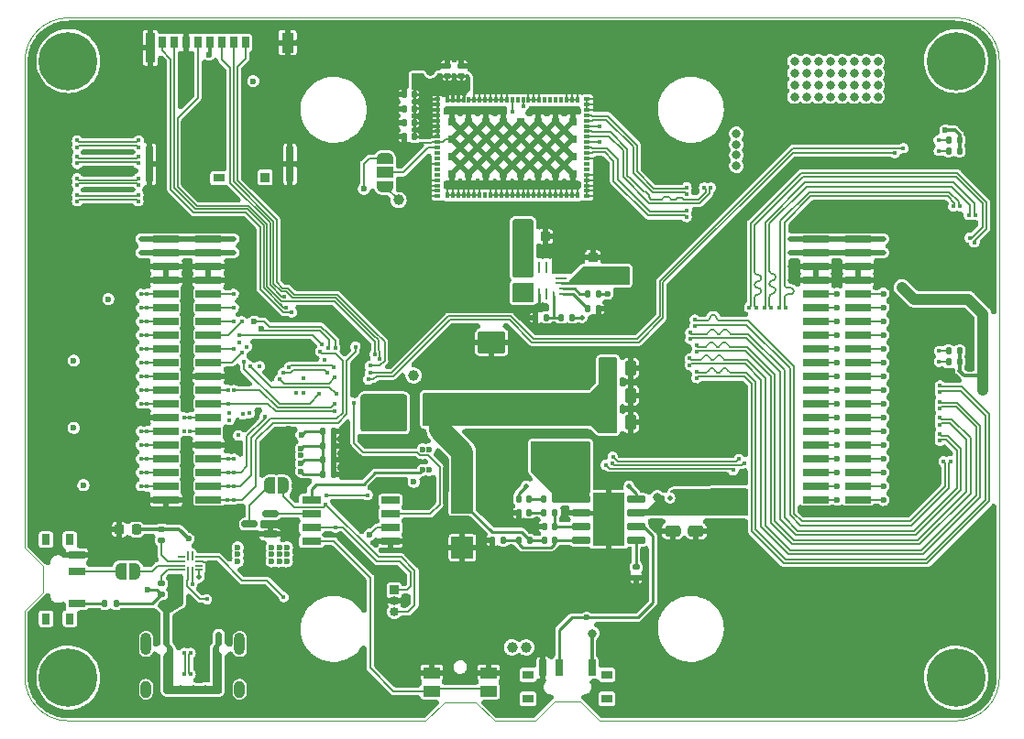
<source format=gbl>
G04 #@! TF.GenerationSoftware,KiCad,Pcbnew,(5.99.0-10720-gd84fcd89f1)*
G04 #@! TF.CreationDate,2021-06-08T11:49:25-04:00*
G04 #@! TF.ProjectId,FlySensei_Stack_RPi_ECAD,466c7953-656e-4736-9569-5f537461636b,0.1*
G04 #@! TF.SameCoordinates,Original*
G04 #@! TF.FileFunction,Copper,L4,Bot*
G04 #@! TF.FilePolarity,Positive*
%FSLAX46Y46*%
G04 Gerber Fmt 4.6, Leading zero omitted, Abs format (unit mm)*
G04 Created by KiCad (PCBNEW (5.99.0-10720-gd84fcd89f1)) date 2021-06-08 11:49:25*
%MOMM*%
%LPD*%
G01*
G04 APERTURE LIST*
G04 Aperture macros list*
%AMRoundRect*
0 Rectangle with rounded corners*
0 $1 Rounding radius*
0 $2 $3 $4 $5 $6 $7 $8 $9 X,Y pos of 4 corners*
0 Add a 4 corners polygon primitive as box body*
4,1,4,$2,$3,$4,$5,$6,$7,$8,$9,$2,$3,0*
0 Add four circle primitives for the rounded corners*
1,1,$1+$1,$2,$3*
1,1,$1+$1,$4,$5*
1,1,$1+$1,$6,$7*
1,1,$1+$1,$8,$9*
0 Add four rect primitives between the rounded corners*
20,1,$1+$1,$2,$3,$4,$5,0*
20,1,$1+$1,$4,$5,$6,$7,0*
20,1,$1+$1,$6,$7,$8,$9,0*
20,1,$1+$1,$8,$9,$2,$3,0*%
%AMOutline5P*
0 Free polygon, 5 corners , with rotation*
0 The origin of the aperture is its center*
0 number of corners: always 8*
0 $1 to $10 corner X, Y*
0 $11 Rotation angle, in degrees counterclockwise*
0 create outline with 8 corners*
4,1,5,$1,$2,$3,$4,$5,$6,$7,$8,$9,$10,$1,$2,$11*%
%AMOutline6P*
0 Free polygon, 6 corners , with rotation*
0 The origin of the aperture is its center*
0 number of corners: always 6*
0 $1 to $12 corner X, Y*
0 $13 Rotation angle, in degrees counterclockwise*
0 create outline with 6 corners*
4,1,6,$1,$2,$3,$4,$5,$6,$7,$8,$9,$10,$11,$12,$1,$2,$13*%
%AMOutline7P*
0 Free polygon, 7 corners , with rotation*
0 The origin of the aperture is its center*
0 number of corners: always 7*
0 $1 to $14 corner X, Y*
0 $15 Rotation angle, in degrees counterclockwise*
0 create outline with 7 corners*
4,1,7,$1,$2,$3,$4,$5,$6,$7,$8,$9,$10,$11,$12,$13,$14,$1,$2,$15*%
%AMOutline8P*
0 Free polygon, 8 corners , with rotation*
0 The origin of the aperture is its center*
0 number of corners: always 8*
0 $1 to $16 corner X, Y*
0 $17 Rotation angle, in degrees counterclockwise*
0 create outline with 8 corners*
4,1,8,$1,$2,$3,$4,$5,$6,$7,$8,$9,$10,$11,$12,$13,$14,$15,$16,$1,$2,$17*%
%AMFreePoly0*
4,1,22,0.500000,-0.750000,0.000000,-0.750000,0.000000,-0.745033,-0.079941,-0.743568,-0.215256,-0.701293,-0.333266,-0.622738,-0.424486,-0.514219,-0.481581,-0.384460,-0.499164,-0.250000,-0.500000,-0.250000,-0.500000,0.250000,-0.499164,0.250000,-0.499963,0.256109,-0.478152,0.396186,-0.417904,0.524511,-0.324060,0.630769,-0.204165,0.706417,-0.067858,0.745374,0.000000,0.744959,0.000000,0.750000,
0.500000,0.750000,0.500000,-0.750000,0.500000,-0.750000,$1*%
%AMFreePoly1*
4,1,20,0.000000,0.744959,0.073905,0.744508,0.209726,0.703889,0.328688,0.626782,0.421226,0.519385,0.479903,0.390333,0.500000,0.250000,0.500000,-0.250000,0.499851,-0.262216,0.476331,-0.402017,0.414519,-0.529596,0.319384,-0.634700,0.198574,-0.708877,0.061801,-0.746166,0.000000,-0.745033,0.000000,-0.750000,-0.500000,-0.750000,-0.500000,0.750000,0.000000,0.750000,0.000000,0.744959,
0.000000,0.744959,$1*%
%AMFreePoly2*
4,1,22,0.550000,-0.750000,0.000000,-0.750000,0.000000,-0.745033,-0.079941,-0.743568,-0.215256,-0.701293,-0.333266,-0.622738,-0.424486,-0.514219,-0.481581,-0.384460,-0.499164,-0.250000,-0.500000,-0.250000,-0.500000,0.250000,-0.499164,0.250000,-0.499963,0.256109,-0.478152,0.396186,-0.417904,0.524511,-0.324060,0.630769,-0.204165,0.706417,-0.067858,0.745374,0.000000,0.744959,0.000000,0.750000,
0.550000,0.750000,0.550000,-0.750000,0.550000,-0.750000,$1*%
%AMFreePoly3*
4,1,20,0.000000,0.744959,0.073905,0.744508,0.209726,0.703889,0.328688,0.626782,0.421226,0.519385,0.479903,0.390333,0.500000,0.250000,0.500000,-0.250000,0.499851,-0.262216,0.476331,-0.402017,0.414519,-0.529596,0.319384,-0.634700,0.198574,-0.708877,0.061801,-0.746166,0.000000,-0.745033,0.000000,-0.750000,-0.550000,-0.750000,-0.550000,0.750000,0.000000,0.750000,0.000000,0.744959,
0.000000,0.744959,$1*%
G04 Aperture macros list end*
G04 #@! TA.AperFunction,Profile*
%ADD10C,0.100000*%
G04 #@! TD*
G04 #@! TA.AperFunction,ComponentPad*
%ADD11C,0.800000*%
G04 #@! TD*
G04 #@! TA.AperFunction,ComponentPad*
%ADD12C,5.400000*%
G04 #@! TD*
G04 #@! TA.AperFunction,ComponentPad*
%ADD13R,0.850000X0.850000*%
G04 #@! TD*
G04 #@! TA.AperFunction,ComponentPad*
%ADD14O,0.850000X0.850000*%
G04 #@! TD*
G04 #@! TA.AperFunction,ComponentPad*
%ADD15O,1.000000X1.600000*%
G04 #@! TD*
G04 #@! TA.AperFunction,ComponentPad*
%ADD16O,1.000000X2.100000*%
G04 #@! TD*
G04 #@! TA.AperFunction,SMDPad,CuDef*
%ADD17RoundRect,0.140000X0.140000X0.170000X-0.140000X0.170000X-0.140000X-0.170000X0.140000X-0.170000X0*%
G04 #@! TD*
G04 #@! TA.AperFunction,SMDPad,CuDef*
%ADD18RoundRect,0.250000X1.025000X-0.787500X1.025000X0.787500X-1.025000X0.787500X-1.025000X-0.787500X0*%
G04 #@! TD*
G04 #@! TA.AperFunction,SMDPad,CuDef*
%ADD19RoundRect,0.050000X0.050000X-0.375000X0.050000X0.375000X-0.050000X0.375000X-0.050000X-0.375000X0*%
G04 #@! TD*
G04 #@! TA.AperFunction,SMDPad,CuDef*
%ADD20RoundRect,0.050000X0.275000X-0.050000X0.275000X0.050000X-0.275000X0.050000X-0.275000X-0.050000X0*%
G04 #@! TD*
G04 #@! TA.AperFunction,SMDPad,CuDef*
%ADD21RoundRect,0.140000X-0.140000X-0.170000X0.140000X-0.170000X0.140000X0.170000X-0.140000X0.170000X0*%
G04 #@! TD*
G04 #@! TA.AperFunction,SMDPad,CuDef*
%ADD22FreePoly0,0.000000*%
G04 #@! TD*
G04 #@! TA.AperFunction,SMDPad,CuDef*
%ADD23FreePoly1,0.000000*%
G04 #@! TD*
G04 #@! TA.AperFunction,SMDPad,CuDef*
%ADD24RoundRect,0.135000X0.185000X-0.135000X0.185000X0.135000X-0.185000X0.135000X-0.185000X-0.135000X0*%
G04 #@! TD*
G04 #@! TA.AperFunction,SMDPad,CuDef*
%ADD25RoundRect,0.135000X0.135000X0.185000X-0.135000X0.185000X-0.135000X-0.185000X0.135000X-0.185000X0*%
G04 #@! TD*
G04 #@! TA.AperFunction,SMDPad,CuDef*
%ADD26R,1.000000X0.800000*%
G04 #@! TD*
G04 #@! TA.AperFunction,SMDPad,CuDef*
%ADD27R,0.700000X1.500000*%
G04 #@! TD*
G04 #@! TA.AperFunction,SMDPad,CuDef*
%ADD28R,2.000000X2.000000*%
G04 #@! TD*
G04 #@! TA.AperFunction,SMDPad,CuDef*
%ADD29R,2.500000X2.300000*%
G04 #@! TD*
G04 #@! TA.AperFunction,SMDPad,CuDef*
%ADD30R,1.700000X0.650000*%
G04 #@! TD*
G04 #@! TA.AperFunction,SMDPad,CuDef*
%ADD31RoundRect,0.225000X0.250000X-0.225000X0.250000X0.225000X-0.250000X0.225000X-0.250000X-0.225000X0*%
G04 #@! TD*
G04 #@! TA.AperFunction,SMDPad,CuDef*
%ADD32RoundRect,0.150000X0.737500X0.150000X-0.737500X0.150000X-0.737500X-0.150000X0.737500X-0.150000X0*%
G04 #@! TD*
G04 #@! TA.AperFunction,SMDPad,CuDef*
%ADD33R,2.950000X4.900000*%
G04 #@! TD*
G04 #@! TA.AperFunction,ComponentPad*
%ADD34C,0.500000*%
G04 #@! TD*
G04 #@! TA.AperFunction,SMDPad,CuDef*
%ADD35RoundRect,0.250000X-0.475000X0.250000X-0.475000X-0.250000X0.475000X-0.250000X0.475000X0.250000X0*%
G04 #@! TD*
G04 #@! TA.AperFunction,SMDPad,CuDef*
%ADD36R,2.400000X0.740000*%
G04 #@! TD*
G04 #@! TA.AperFunction,SMDPad,CuDef*
%ADD37R,0.600000X0.300000*%
G04 #@! TD*
G04 #@! TA.AperFunction,SMDPad,CuDef*
%ADD38R,0.300000X0.600000*%
G04 #@! TD*
G04 #@! TA.AperFunction,SMDPad,CuDef*
%ADD39R,0.800000X0.800000*%
G04 #@! TD*
G04 #@! TA.AperFunction,SMDPad,CuDef*
%ADD40R,0.700000X1.100000*%
G04 #@! TD*
G04 #@! TA.AperFunction,SMDPad,CuDef*
%ADD41R,0.900000X0.930000*%
G04 #@! TD*
G04 #@! TA.AperFunction,SMDPad,CuDef*
%ADD42R,1.050000X0.780000*%
G04 #@! TD*
G04 #@! TA.AperFunction,SMDPad,CuDef*
%ADD43R,0.700000X3.330000*%
G04 #@! TD*
G04 #@! TA.AperFunction,SMDPad,CuDef*
%ADD44R,0.860000X2.800000*%
G04 #@! TD*
G04 #@! TA.AperFunction,SMDPad,CuDef*
%ADD45R,1.140000X1.830000*%
G04 #@! TD*
G04 #@! TA.AperFunction,SMDPad,CuDef*
%ADD46RoundRect,0.250000X-0.250000X-0.475000X0.250000X-0.475000X0.250000X0.475000X-0.250000X0.475000X0*%
G04 #@! TD*
G04 #@! TA.AperFunction,SMDPad,CuDef*
%ADD47Outline5P,0.275000X-0.125000X-0.400000X-0.125000X-0.400000X0.125000X0.400000X0.125000X0.400000X0.000000X90.000000*%
G04 #@! TD*
G04 #@! TA.AperFunction,SMDPad,CuDef*
%ADD48R,0.250000X1.100000*%
G04 #@! TD*
G04 #@! TA.AperFunction,SMDPad,CuDef*
%ADD49R,1.950000X0.600000*%
G04 #@! TD*
G04 #@! TA.AperFunction,SMDPad,CuDef*
%ADD50R,0.250000X0.700000*%
G04 #@! TD*
G04 #@! TA.AperFunction,SMDPad,CuDef*
%ADD51R,0.700000X0.250000*%
G04 #@! TD*
G04 #@! TA.AperFunction,SMDPad,CuDef*
%ADD52R,1.100000X0.250000*%
G04 #@! TD*
G04 #@! TA.AperFunction,SMDPad,CuDef*
%ADD53RoundRect,0.135000X-0.135000X-0.185000X0.135000X-0.185000X0.135000X0.185000X-0.135000X0.185000X0*%
G04 #@! TD*
G04 #@! TA.AperFunction,SMDPad,CuDef*
%ADD54RoundRect,0.225000X-0.225000X-0.250000X0.225000X-0.250000X0.225000X0.250000X-0.225000X0.250000X0*%
G04 #@! TD*
G04 #@! TA.AperFunction,SMDPad,CuDef*
%ADD55R,1.550000X1.000000*%
G04 #@! TD*
G04 #@! TA.AperFunction,SMDPad,CuDef*
%ADD56FreePoly2,90.000000*%
G04 #@! TD*
G04 #@! TA.AperFunction,SMDPad,CuDef*
%ADD57R,1.500000X1.000000*%
G04 #@! TD*
G04 #@! TA.AperFunction,SMDPad,CuDef*
%ADD58FreePoly3,90.000000*%
G04 #@! TD*
G04 #@! TA.AperFunction,SMDPad,CuDef*
%ADD59RoundRect,0.140000X0.170000X-0.140000X0.170000X0.140000X-0.170000X0.140000X-0.170000X-0.140000X0*%
G04 #@! TD*
G04 #@! TA.AperFunction,SMDPad,CuDef*
%ADD60RoundRect,0.150000X0.587500X0.150000X-0.587500X0.150000X-0.587500X-0.150000X0.587500X-0.150000X0*%
G04 #@! TD*
G04 #@! TA.AperFunction,SMDPad,CuDef*
%ADD61RoundRect,0.140000X-0.170000X0.140000X-0.170000X-0.140000X0.170000X-0.140000X0.170000X0.140000X0*%
G04 #@! TD*
G04 #@! TA.AperFunction,SMDPad,CuDef*
%ADD62R,5.100000X2.350000*%
G04 #@! TD*
G04 #@! TA.AperFunction,SMDPad,CuDef*
%ADD63RoundRect,0.225000X0.225000X0.250000X-0.225000X0.250000X-0.225000X-0.250000X0.225000X-0.250000X0*%
G04 #@! TD*
G04 #@! TA.AperFunction,SMDPad,CuDef*
%ADD64R,0.800000X1.000000*%
G04 #@! TD*
G04 #@! TA.AperFunction,SMDPad,CuDef*
%ADD65R,1.500000X0.700000*%
G04 #@! TD*
G04 #@! TA.AperFunction,ViaPad*
%ADD66C,0.600000*%
G04 #@! TD*
G04 #@! TA.AperFunction,ViaPad*
%ADD67C,0.500000*%
G04 #@! TD*
G04 #@! TA.AperFunction,ViaPad*
%ADD68C,0.800000*%
G04 #@! TD*
G04 #@! TA.AperFunction,ViaPad*
%ADD69C,0.450000*%
G04 #@! TD*
G04 #@! TA.AperFunction,ViaPad*
%ADD70C,1.000000*%
G04 #@! TD*
G04 #@! TA.AperFunction,Conductor*
%ADD71C,0.254000*%
G04 #@! TD*
G04 #@! TA.AperFunction,Conductor*
%ADD72C,0.203200*%
G04 #@! TD*
G04 #@! TA.AperFunction,Conductor*
%ADD73C,0.508000*%
G04 #@! TD*
G04 #@! TA.AperFunction,Conductor*
%ADD74C,0.381000*%
G04 #@! TD*
G04 #@! TA.AperFunction,Conductor*
%ADD75C,0.304800*%
G04 #@! TD*
G04 #@! TA.AperFunction,Conductor*
%ADD76C,2.000000*%
G04 #@! TD*
G04 #@! TA.AperFunction,Conductor*
%ADD77C,1.016000*%
G04 #@! TD*
G04 #@! TA.AperFunction,Conductor*
%ADD78C,0.200000*%
G04 #@! TD*
G04 #@! TA.AperFunction,Conductor*
%ADD79C,0.152400*%
G04 #@! TD*
G04 #@! TA.AperFunction,Conductor*
%ADD80C,0.203000*%
G04 #@! TD*
G04 APERTURE END LIST*
D10*
X128750000Y-128250000D02*
X131650000Y-128250000D01*
X138900000Y-128200000D02*
X137100000Y-130000000D01*
X131650000Y-128250000D02*
X133400000Y-130000000D01*
X91700000Y-118100000D02*
X90000000Y-119800000D01*
X91700000Y-115700000D02*
X90000000Y-114000000D01*
X90000000Y-119800000D02*
X90000000Y-126000000D01*
X127000000Y-130000000D02*
X94000000Y-130000000D01*
X180000000Y-69000000D02*
X180000000Y-126000000D01*
X180000000Y-69000000D02*
G75*
G03*
X176000000Y-65000000I-4000000J0D01*
G01*
X94000000Y-65000000D02*
X176000000Y-65000000D01*
X128750000Y-128250000D02*
X127000000Y-130000000D01*
X138900000Y-128200000D02*
X141300000Y-128200000D01*
X90000000Y-126000000D02*
G75*
G03*
X94000000Y-130000000I4000000J0D01*
G01*
X94000000Y-65000000D02*
G75*
G03*
X90000000Y-69000000I0J-4000000D01*
G01*
X176000000Y-130000000D02*
G75*
G03*
X180000000Y-126000000I0J4000000D01*
G01*
X91700000Y-115700000D02*
X91700000Y-118100000D01*
X141300000Y-128200000D02*
X143100000Y-130000000D01*
X90000000Y-114000000D02*
X90000000Y-69000000D01*
X133400000Y-130000000D02*
X137100000Y-130000000D01*
X143100000Y-130000000D02*
X176000000Y-130000000D01*
D11*
G04 #@! TO.P,H1,1*
G04 #@! TO.N,N/C*
X95431891Y-127431891D03*
X94000000Y-128025000D03*
D12*
X94000000Y-126000000D03*
D11*
X95431891Y-124568109D03*
X92568109Y-127431891D03*
X92568109Y-124568109D03*
X96025000Y-126000000D03*
X94000000Y-123975000D03*
X91975000Y-126000000D03*
G04 #@! TD*
G04 #@! TO.P,H3,1*
G04 #@! TO.N,N/C*
X178025000Y-69000000D03*
X177431891Y-70431891D03*
X174568109Y-70431891D03*
X176000000Y-71025000D03*
X176000000Y-66975000D03*
D12*
X176000000Y-69000000D03*
D11*
X174568109Y-67568109D03*
X173975000Y-69000000D03*
X177431891Y-67568109D03*
G04 #@! TD*
D13*
G04 #@! TO.P,J1,1,Pin_1*
G04 #@! TO.N,/RPi_CM4/RPI_RUN_PG*
X124100000Y-117900000D03*
D14*
G04 #@! TO.P,J1,2,Pin_2*
G04 #@! TO.N,GND*
X124100000Y-118900000D03*
G04 #@! TO.P,J1,3,Pin_3*
G04 #@! TO.N,/RPi_CM4/RPI_GLOBL_EN*
X124100000Y-119900000D03*
G04 #@! TD*
D11*
G04 #@! TO.P,H2,1*
G04 #@! TO.N,N/C*
X94000000Y-71025000D03*
X94000000Y-66975000D03*
X92568109Y-70431891D03*
X95431891Y-67568109D03*
X96025000Y-69000000D03*
D12*
X94000000Y-69000000D03*
D11*
X92568109Y-67568109D03*
X91975000Y-69000000D03*
X95431891Y-70431891D03*
G04 #@! TD*
G04 #@! TO.P,H4,1*
G04 #@! TO.N,N/C*
X176000000Y-128025000D03*
X174568109Y-127431891D03*
X178025000Y-126000000D03*
X177431891Y-127431891D03*
X177431891Y-124568109D03*
D12*
X176000000Y-126000000D03*
D11*
X173975000Y-126000000D03*
X176000000Y-123975000D03*
X174568109Y-124568109D03*
G04 #@! TD*
D15*
G04 #@! TO.P,J2,S1,SHIELD*
G04 #@! TO.N,unconnected-(J2-PadS1)*
X109820000Y-127075000D03*
D16*
X101180000Y-122895000D03*
D15*
X101180000Y-127075000D03*
D16*
X109820000Y-122895000D03*
G04 #@! TD*
D17*
G04 #@! TO.P,C21,1*
G04 #@! TO.N,Net-(C21-Pad1)*
X136580000Y-110750000D03*
G04 #@! TO.P,C21,2*
G04 #@! TO.N,GND*
X135620000Y-110750000D03*
G04 #@! TD*
D18*
G04 #@! TO.P,C18,1*
G04 #@! TO.N,Net-(C18-Pad1)*
X133100000Y-101212500D03*
G04 #@! TO.P,C18,2*
G04 #@! TO.N,GND*
X133100000Y-94987500D03*
G04 #@! TD*
D19*
G04 #@! TO.P,U6,1,CC1*
G04 #@! TO.N,Net-(J2-PadA5)*
X105449999Y-116174999D03*
G04 #@! TO.P,U6,2,CC2*
G04 #@! TO.N,Net-(J2-PadB5)*
X105049999Y-116174999D03*
D20*
G04 #@! TO.P,U6,3,CURRENT_MODE*
G04 #@! TO.N,Net-(R7-Pad2)*
X104424999Y-116049999D03*
G04 #@! TO.P,U6,4,PORT*
G04 #@! TO.N,Net-(JP6-Pad2)*
X104424999Y-115649999D03*
G04 #@! TO.P,U6,5,VBUS_DET*
G04 #@! TO.N,Net-(R6-Pad1)*
X104424999Y-115249999D03*
G04 #@! TO.P,U6,6,~VCONN_FAULT*
G04 #@! TO.N,/USB/VUSB_FAULT*
X104424999Y-114849999D03*
D19*
G04 #@! TO.P,U6,7,OUT1*
G04 #@! TO.N,unconnected-(U6-Pad7)*
X105049999Y-114724999D03*
G04 #@! TO.P,U6,8,OUT2*
G04 #@! TO.N,unconnected-(U6-Pad8)*
X105449999Y-114724999D03*
D20*
G04 #@! TO.P,U6,9,ID*
G04 #@! TO.N,/RPi_CM4/USB_ID*
X106074999Y-114849999D03*
G04 #@! TO.P,U6,10,GND*
G04 #@! TO.N,GND*
X106074999Y-115249999D03*
G04 #@! TO.P,U6,11,DIR*
G04 #@! TO.N,unconnected-(U6-Pad11)*
X106074999Y-115649999D03*
G04 #@! TO.P,U6,12,VDD*
G04 #@! TO.N,+5V*
X106074999Y-116049999D03*
G04 #@! TD*
D17*
G04 #@! TO.P,C20,1*
G04 #@! TO.N,Net-(C20-Pad1)*
X138930000Y-112030000D03*
G04 #@! TO.P,C20,2*
G04 #@! TO.N,GND*
X137970000Y-112030000D03*
G04 #@! TD*
G04 #@! TO.P,C5,1*
G04 #@! TO.N,+3V3*
X126000952Y-72100000D03*
G04 #@! TO.P,C5,2*
G04 #@! TO.N,GND*
X125040952Y-72100000D03*
G04 #@! TD*
D21*
G04 #@! TO.P,C4,1*
G04 #@! TO.N,+5V*
X117520000Y-107200000D03*
G04 #@! TO.P,C4,2*
G04 #@! TO.N,GND*
X118480000Y-107200000D03*
G04 #@! TD*
D22*
G04 #@! TO.P,JP6,1,A*
G04 #@! TO.N,Net-(JP6-Pad1)*
X98850000Y-116150000D03*
D23*
G04 #@! TO.P,JP6,2,B*
G04 #@! TO.N,Net-(JP6-Pad2)*
X100150000Y-116150000D03*
G04 #@! TD*
D24*
G04 #@! TO.P,R6,1*
G04 #@! TO.N,Net-(R6-Pad1)*
X102600000Y-113310000D03*
G04 #@! TO.P,R6,2*
G04 #@! TO.N,Net-(C11-Pad1)*
X102600000Y-112290000D03*
G04 #@! TD*
D25*
G04 #@! TO.P,R8,1*
G04 #@! TO.N,Net-(L1-Pad1)*
X138960000Y-109500000D03*
G04 #@! TO.P,R8,2*
G04 #@! TO.N,Net-(C15-Pad1)*
X137940000Y-109500000D03*
G04 #@! TD*
D17*
G04 #@! TO.P,C6,1*
G04 #@! TO.N,+3V3*
X126000952Y-73400000D03*
G04 #@! TO.P,C6,2*
G04 #@! TO.N,GND*
X125040952Y-73400000D03*
G04 #@! TD*
D26*
G04 #@! TO.P,SW3,*
G04 #@! TO.N,*
X143750000Y-125745000D03*
X136450000Y-125745000D03*
X143750000Y-127955000D03*
X136450000Y-127955000D03*
D27*
G04 #@! TO.P,SW3,1,A*
G04 #@! TO.N,+BATT*
X142350000Y-125095000D03*
G04 #@! TO.P,SW3,2,B*
G04 #@! TO.N,/PSU/PSU_EN*
X139350000Y-125095000D03*
G04 #@! TO.P,SW3,3,C*
G04 #@! TO.N,GND*
X137850000Y-125095000D03*
G04 #@! TD*
D28*
G04 #@! TO.P,TP4,1,1*
G04 #@! TO.N,Net-(C18-Pad1)*
X130400000Y-109800000D03*
G04 #@! TD*
D29*
G04 #@! TO.P,D6,1,K*
G04 #@! TO.N,+5V*
X124050000Y-101300000D03*
G04 #@! TO.P,D6,2,A*
G04 #@! TO.N,Net-(C18-Pad1)*
X128350000Y-101300000D03*
G04 #@! TD*
D30*
G04 #@! TO.P,U2,1,~RESET~/PB5*
G04 #@! TO.N,unconnected-(U2-Pad1)*
X123750000Y-109595000D03*
G04 #@! TO.P,U2,2,XTAL1/PB3*
G04 #@! TO.N,/RPi_CM4/RPI_SHTDWN*
X123750000Y-110865000D03*
G04 #@! TO.P,U2,3,XTAL2/PB4*
G04 #@! TO.N,Net-(D8-Pad2)*
X123750000Y-112135000D03*
G04 #@! TO.P,U2,4,GND*
G04 #@! TO.N,GND*
X123750000Y-113405000D03*
G04 #@! TO.P,U2,5,AREF/PB0*
G04 #@! TO.N,Net-(SW1-Pad1)*
X116450000Y-113405000D03*
G04 #@! TO.P,U2,6,PB1*
G04 #@! TO.N,/RPi_CM4/RPI_RUN_PG*
X116450000Y-112135000D03*
G04 #@! TO.P,U2,7,PB2*
G04 #@! TO.N,Net-(Q1-Pad1)*
X116450000Y-110865000D03*
G04 #@! TO.P,U2,8,VCC*
G04 #@! TO.N,+3V3_RPI*
X116450000Y-109595000D03*
G04 #@! TD*
D31*
G04 #@! TO.P,C16,1*
G04 #@! TO.N,+BATT*
X142450000Y-88675000D03*
G04 #@! TO.P,C16,2*
G04 #@! TO.N,GND*
X142450000Y-87125000D03*
G04 #@! TD*
D32*
G04 #@! TO.P,U16,1,BST*
G04 #@! TO.N,Net-(C15-Pad2)*
X146462500Y-109495000D03*
G04 #@! TO.P,U16,2,VIN*
G04 #@! TO.N,+BATT*
X146462500Y-110765000D03*
G04 #@! TO.P,U16,3,EN*
G04 #@! TO.N,/PSU/PSU_EN*
X146462500Y-112035000D03*
G04 #@! TO.P,U16,4,SS*
G04 #@! TO.N,Net-(C17-Pad1)*
X146462500Y-113305000D03*
G04 #@! TO.P,U16,5,FB*
G04 #@! TO.N,Net-(C22-Pad2)*
X141337500Y-113305000D03*
G04 #@! TO.P,U16,6,COMP*
G04 #@! TO.N,Net-(C20-Pad1)*
X141337500Y-112035000D03*
G04 #@! TO.P,U16,7,GND*
G04 #@! TO.N,GND*
X141337500Y-110765000D03*
G04 #@! TO.P,U16,8,SW*
G04 #@! TO.N,Net-(L1-Pad1)*
X141337500Y-109495000D03*
D33*
G04 #@! TO.P,U16,9,EP*
G04 #@! TO.N,GND*
X143900000Y-111400000D03*
D34*
X144550000Y-109450000D03*
X144550000Y-113350000D03*
X144550000Y-112050000D03*
X143250000Y-110750000D03*
X143250000Y-112050000D03*
X144550000Y-110750000D03*
X143250000Y-109450000D03*
X143250000Y-113350000D03*
G04 #@! TD*
D35*
G04 #@! TO.P,C13,1*
G04 #@! TO.N,+BATT*
X152000000Y-110550000D03*
G04 #@! TO.P,C13,2*
G04 #@! TO.N,GND*
X152000000Y-112450000D03*
G04 #@! TD*
D36*
G04 #@! TO.P,J4,1,Pin_1*
G04 #@! TO.N,/Stacking Connectors/BATT_IN*
X106950000Y-85435000D03*
G04 #@! TO.P,J4,2,Pin_2*
X103050000Y-85435000D03*
G04 #@! TO.P,J4,3,Pin_3*
X106950000Y-86705000D03*
G04 #@! TO.P,J4,4,Pin_4*
X103050000Y-86705000D03*
G04 #@! TO.P,J4,5,Pin_5*
G04 #@! TO.N,GND*
X106950000Y-87975000D03*
G04 #@! TO.P,J4,6,Pin_6*
X103050000Y-87975000D03*
G04 #@! TO.P,J4,7,Pin_7*
X106950000Y-89245000D03*
G04 #@! TO.P,J4,8,Pin_8*
X103050000Y-89245000D03*
G04 #@! TO.P,J4,9,Pin_9*
G04 #@! TO.N,/RPi_CM4/GPIO_2*
X106950000Y-90515000D03*
G04 #@! TO.P,J4,10,Pin_10*
G04 #@! TO.N,/RPi_CM4/GPIO_0*
X103050000Y-90515000D03*
G04 #@! TO.P,J4,11,Pin_11*
G04 #@! TO.N,/RPi_CM4/GPIO_3*
X106950000Y-91785000D03*
G04 #@! TO.P,J4,12,Pin_12*
G04 #@! TO.N,/RPi_CM4/GPIO_1*
X103050000Y-91785000D03*
G04 #@! TO.P,J4,13,Pin_13*
G04 #@! TO.N,/RPi_CM4/GPIO_4*
X106950000Y-93055000D03*
G04 #@! TO.P,J4,14,Pin_14*
G04 #@! TO.N,/RPi_CM4/SPI0.MOSI*
X103050000Y-93055000D03*
G04 #@! TO.P,J4,15,Pin_15*
G04 #@! TO.N,/RPi_CM4/GPIO_5*
X106950000Y-94325000D03*
G04 #@! TO.P,J4,16,Pin_16*
G04 #@! TO.N,/RPi_CM4/SPI0.MISO*
X103050000Y-94325000D03*
G04 #@! TO.P,J4,17,Pin_17*
G04 #@! TO.N,/RPi_CM4/GPIO_6*
X106950000Y-95595000D03*
G04 #@! TO.P,J4,18,Pin_18*
G04 #@! TO.N,/RPi_CM4/SPI0.CLK*
X103050000Y-95595000D03*
G04 #@! TO.P,J4,19,Pin_19*
G04 #@! TO.N,/RPi_CM4/GPIO_7*
X106950000Y-96865000D03*
G04 #@! TO.P,J4,20,Pin_20*
G04 #@! TO.N,/RPi_CM4/SPI0.CS0*
X103050000Y-96865000D03*
G04 #@! TO.P,J4,21,Pin_21*
G04 #@! TO.N,GND*
X106950000Y-98135000D03*
G04 #@! TO.P,J4,22,Pin_22*
G04 #@! TO.N,/RPi_CM4/SPI0.CS1*
X103050000Y-98135000D03*
G04 #@! TO.P,J4,23,Pin_23*
G04 #@! TO.N,/RPi_CM4/I2C0.SCL*
X106950000Y-99405000D03*
G04 #@! TO.P,J4,24,Pin_24*
G04 #@! TO.N,/RPi_CM4/SPI0.CS2*
X103050000Y-99405000D03*
G04 #@! TO.P,J4,25,Pin_25*
G04 #@! TO.N,/RPi_CM4/I2C0.SDA*
X106950000Y-100675000D03*
G04 #@! TO.P,J4,26,Pin_26*
G04 #@! TO.N,/RPi_CM4/SPI0.CS3*
X103050000Y-100675000D03*
G04 #@! TO.P,J4,27,Pin_27*
G04 #@! TO.N,/Stacking Connectors/I2C1.SCL*
X106950000Y-101945000D03*
G04 #@! TO.P,J4,28,Pin_28*
G04 #@! TO.N,GND*
X103050000Y-101945000D03*
G04 #@! TO.P,J4,29,Pin_29*
G04 #@! TO.N,/Stacking Connectors/I2C1.SDA*
X106950000Y-103215000D03*
G04 #@! TO.P,J4,30,Pin_30*
G04 #@! TO.N,/RPi_CM4/SPI1.MOSI*
X103050000Y-103215000D03*
G04 #@! TO.P,J4,31,Pin_31*
G04 #@! TO.N,GND*
X106950000Y-104485000D03*
G04 #@! TO.P,J4,32,Pin_32*
G04 #@! TO.N,/RPi_CM4/SPI1.MISO*
X103050000Y-104485000D03*
G04 #@! TO.P,J4,33,Pin_33*
G04 #@! TO.N,/RPi_CM4/UART0.TX*
X106950000Y-105755000D03*
G04 #@! TO.P,J4,34,Pin_34*
G04 #@! TO.N,/RPi_CM4/SPI1.CLK*
X103050000Y-105755000D03*
G04 #@! TO.P,J4,35,Pin_35*
G04 #@! TO.N,/RPi_CM4/UART0.RX*
X106950000Y-107025000D03*
G04 #@! TO.P,J4,36,Pin_36*
G04 #@! TO.N,/RPi_CM4/SPI1.CS0*
X103050000Y-107025000D03*
G04 #@! TO.P,J4,37,Pin_37*
G04 #@! TO.N,/RPi_CM4/UART1.TX*
X106950000Y-108295000D03*
G04 #@! TO.P,J4,38,Pin_38*
G04 #@! TO.N,/RPi_CM4/SPI1.CS1*
X103050000Y-108295000D03*
G04 #@! TO.P,J4,39,Pin_39*
G04 #@! TO.N,/RPi_CM4/UART1.RX*
X106950000Y-109565000D03*
G04 #@! TO.P,J4,40,Pin_40*
G04 #@! TO.N,GND*
X103050000Y-109565000D03*
G04 #@! TD*
D25*
G04 #@! TO.P,R16,1*
G04 #@! TO.N,+3V3_RPI*
X176310000Y-77300000D03*
G04 #@! TO.P,R16,2*
G04 #@! TO.N,/High Speed Interfaces/CAM0_SCL*
X175290000Y-77300000D03*
G04 #@! TD*
D36*
G04 #@! TO.P,J6,1,Pin_1*
G04 #@! TO.N,/Stacking Connectors/BATT_IN*
X166950000Y-85435000D03*
G04 #@! TO.P,J6,2,Pin_2*
X163050000Y-85435000D03*
G04 #@! TO.P,J6,3,Pin_3*
X166950000Y-86705000D03*
G04 #@! TO.P,J6,4,Pin_4*
X163050000Y-86705000D03*
G04 #@! TO.P,J6,5,Pin_5*
G04 #@! TO.N,GND*
X166950000Y-87975000D03*
G04 #@! TO.P,J6,6,Pin_6*
X163050000Y-87975000D03*
G04 #@! TO.P,J6,7,Pin_7*
X166950000Y-89245000D03*
G04 #@! TO.P,J6,8,Pin_8*
X163050000Y-89245000D03*
G04 #@! TO.P,J6,9,Pin_9*
G04 #@! TO.N,unconnected-(J5-Pad10)*
X166950000Y-90515000D03*
G04 #@! TO.P,J6,10,Pin_10*
G04 #@! TO.N,unconnected-(J5-Pad9)*
X163050000Y-90515000D03*
G04 #@! TO.P,J6,11,Pin_11*
G04 #@! TO.N,unconnected-(J5-Pad12)*
X166950000Y-91785000D03*
G04 #@! TO.P,J6,12,Pin_12*
G04 #@! TO.N,unconnected-(J5-Pad11)*
X163050000Y-91785000D03*
G04 #@! TO.P,J6,13,Pin_13*
G04 #@! TO.N,unconnected-(J5-Pad14)*
X166950000Y-93055000D03*
G04 #@! TO.P,J6,14,Pin_14*
G04 #@! TO.N,unconnected-(J5-Pad13)*
X163050000Y-93055000D03*
G04 #@! TO.P,J6,15,Pin_15*
G04 #@! TO.N,unconnected-(J5-Pad16)*
X166950000Y-94325000D03*
G04 #@! TO.P,J6,16,Pin_16*
G04 #@! TO.N,unconnected-(J5-Pad15)*
X163050000Y-94325000D03*
G04 #@! TO.P,J6,17,Pin_17*
G04 #@! TO.N,unconnected-(J5-Pad18)*
X166950000Y-95595000D03*
G04 #@! TO.P,J6,18,Pin_18*
G04 #@! TO.N,unconnected-(J5-Pad17)*
X163050000Y-95595000D03*
G04 #@! TO.P,J6,19,Pin_19*
G04 #@! TO.N,unconnected-(J5-Pad20)*
X166950000Y-96865000D03*
G04 #@! TO.P,J6,20,Pin_20*
G04 #@! TO.N,unconnected-(J5-Pad19)*
X163050000Y-96865000D03*
G04 #@! TO.P,J6,21,Pin_21*
G04 #@! TO.N,unconnected-(J5-Pad22)*
X166950000Y-98135000D03*
G04 #@! TO.P,J6,22,Pin_22*
G04 #@! TO.N,unconnected-(J5-Pad21)*
X163050000Y-98135000D03*
G04 #@! TO.P,J6,23,Pin_23*
G04 #@! TO.N,unconnected-(J5-Pad24)*
X166950000Y-99405000D03*
G04 #@! TO.P,J6,24,Pin_24*
G04 #@! TO.N,unconnected-(J5-Pad23)*
X163050000Y-99405000D03*
G04 #@! TO.P,J6,25,Pin_25*
G04 #@! TO.N,unconnected-(J5-Pad26)*
X166950000Y-100675000D03*
G04 #@! TO.P,J6,26,Pin_26*
G04 #@! TO.N,unconnected-(J5-Pad25)*
X163050000Y-100675000D03*
G04 #@! TO.P,J6,27,Pin_27*
G04 #@! TO.N,unconnected-(J5-Pad28)*
X166950000Y-101945000D03*
G04 #@! TO.P,J6,28,Pin_28*
G04 #@! TO.N,unconnected-(J5-Pad27)*
X163050000Y-101945000D03*
G04 #@! TO.P,J6,29,Pin_29*
G04 #@! TO.N,unconnected-(J5-Pad30)*
X166950000Y-103215000D03*
G04 #@! TO.P,J6,30,Pin_30*
G04 #@! TO.N,unconnected-(J5-Pad29)*
X163050000Y-103215000D03*
G04 #@! TO.P,J6,31,Pin_31*
G04 #@! TO.N,unconnected-(J5-Pad32)*
X166950000Y-104485000D03*
G04 #@! TO.P,J6,32,Pin_32*
G04 #@! TO.N,unconnected-(J5-Pad31)*
X163050000Y-104485000D03*
G04 #@! TO.P,J6,33,Pin_33*
G04 #@! TO.N,unconnected-(J5-Pad34)*
X166950000Y-105755000D03*
G04 #@! TO.P,J6,34,Pin_34*
G04 #@! TO.N,unconnected-(J5-Pad33)*
X163050000Y-105755000D03*
G04 #@! TO.P,J6,35,Pin_35*
G04 #@! TO.N,unconnected-(J5-Pad36)*
X166950000Y-107025000D03*
G04 #@! TO.P,J6,36,Pin_36*
G04 #@! TO.N,unconnected-(J5-Pad35)*
X163050000Y-107025000D03*
G04 #@! TO.P,J6,37,Pin_37*
G04 #@! TO.N,unconnected-(J5-Pad38)*
X166950000Y-108295000D03*
G04 #@! TO.P,J6,38,Pin_38*
G04 #@! TO.N,unconnected-(J5-Pad37)*
X163050000Y-108295000D03*
G04 #@! TO.P,J6,39,Pin_39*
G04 #@! TO.N,unconnected-(J5-Pad40)*
X166950000Y-109565000D03*
G04 #@! TO.P,J6,40,Pin_40*
G04 #@! TO.N,unconnected-(J5-Pad39)*
X163050000Y-109565000D03*
G04 #@! TD*
D17*
G04 #@! TO.P,C8,1*
G04 #@! TO.N,+3V3*
X126000952Y-76000000D03*
G04 #@! TO.P,C8,2*
G04 #@! TO.N,GND*
X125040952Y-76000000D03*
G04 #@! TD*
D37*
G04 #@! TO.P,U4,1,GND*
G04 #@! TO.N,GND*
X141900000Y-72500000D03*
G04 #@! TO.P,U4,2,GND*
X141900000Y-73000000D03*
G04 #@! TO.P,U4,3,GND*
X141900000Y-73500000D03*
G04 #@! TO.P,U4,4,PCIE_TX_N*
G04 #@! TO.N,/AI/CORL_PCIE_TX_N*
X141900000Y-74000000D03*
G04 #@! TO.P,U4,5,PCIE_TX_P*
G04 #@! TO.N,/AI/CORL_PCIE_TX_P*
X141900000Y-74500000D03*
G04 #@! TO.P,U4,6,GND*
G04 #@! TO.N,GND*
X141900000Y-75000000D03*
G04 #@! TO.P,U4,7,PCIE_RX_P*
G04 #@! TO.N,/AI/CORL_PCIE_RX_P*
X141900000Y-75500000D03*
G04 #@! TO.P,U4,8,PCIE_RX_N*
G04 #@! TO.N,/AI/CORL_PCIE_RX_N*
X141900000Y-76000000D03*
G04 #@! TO.P,U4,9,GND*
G04 #@! TO.N,GND*
X141900000Y-76500000D03*
G04 #@! TO.P,U4,10,PCIE_REFCLK_N*
G04 #@! TO.N,/AI/CORL_PCIE_CLK_N*
X141900000Y-77000000D03*
G04 #@! TO.P,U4,11,PCIE_REFCLK_P*
G04 #@! TO.N,/AI/CORL_PCIE_CLK_P*
X141900000Y-77500000D03*
G04 #@! TO.P,U4,12,GND*
G04 #@! TO.N,GND*
X141900000Y-78000000D03*
G04 #@! TO.P,U4,13,USB2_D_P*
G04 #@! TO.N,unconnected-(U4-Pad13)*
X141900000Y-78500000D03*
G04 #@! TO.P,U4,14,USB2_D_N*
G04 #@! TO.N,unconnected-(U4-Pad14)*
X141900000Y-79000000D03*
G04 #@! TO.P,U4,15,GND*
G04 #@! TO.N,GND*
X141900000Y-79500000D03*
G04 #@! TO.P,U4,16,GND*
X141900000Y-80000000D03*
G04 #@! TO.P,U4,17,GND*
X141900000Y-80500000D03*
G04 #@! TO.P,U4,18,GND*
X141900000Y-81000000D03*
G04 #@! TO.P,U4,19,GND*
X141900000Y-81500000D03*
D38*
G04 #@! TO.P,U4,20,GND*
X141000000Y-81400000D03*
G04 #@! TO.P,U4,21,GND*
X140500000Y-81400000D03*
G04 #@! TO.P,U4,22,GND*
X140000000Y-81400000D03*
G04 #@! TO.P,U4,23,GND*
X139500000Y-81400000D03*
G04 #@! TO.P,U4,24,GND*
X139000000Y-81400000D03*
G04 #@! TO.P,U4,25,GND*
X138500000Y-81400000D03*
G04 #@! TO.P,U4,26,GND*
X138000000Y-81400000D03*
G04 #@! TO.P,U4,27,GND*
X137500000Y-81400000D03*
G04 #@! TO.P,U4,28,GND*
X137000000Y-81400000D03*
G04 #@! TO.P,U4,29,GND*
X136500000Y-81400000D03*
G04 #@! TO.P,U4,30,GND*
X136000000Y-81400000D03*
G04 #@! TO.P,U4,31,GND*
X135500000Y-81400000D03*
G04 #@! TO.P,U4,32,GND*
X135000000Y-81400000D03*
G04 #@! TO.P,U4,33,GND*
X134500000Y-81400000D03*
G04 #@! TO.P,U4,34,GND*
X134000000Y-81400000D03*
G04 #@! TO.P,U4,35,GND*
X133500000Y-81400000D03*
G04 #@! TO.P,U4,36,GND*
X133000000Y-81400000D03*
G04 #@! TO.P,U4,37,PGOOD4*
G04 #@! TO.N,unconnected-(U4-Pad37)*
X132500000Y-81400000D03*
G04 #@! TO.P,U4,38,GND*
G04 #@! TO.N,GND*
X132000000Y-81400000D03*
G04 #@! TO.P,U4,39,GND*
X131500000Y-81400000D03*
G04 #@! TO.P,U4,40,GND*
X131000000Y-81400000D03*
G04 #@! TO.P,U4,41,GND*
X130500000Y-81400000D03*
G04 #@! TO.P,U4,42,GND*
X130000000Y-81400000D03*
G04 #@! TO.P,U4,43,GND*
X129500000Y-81400000D03*
G04 #@! TO.P,U4,44,GND*
X129000000Y-81400000D03*
D37*
G04 #@! TO.P,U4,45,GND*
X128100000Y-81500000D03*
G04 #@! TO.P,U4,46,GND*
X128100000Y-81000000D03*
G04 #@! TO.P,U4,47,GND*
X128100000Y-80500000D03*
G04 #@! TO.P,U4,48,GND*
X128100000Y-80000000D03*
G04 #@! TO.P,U4,49,RESERVED*
G04 #@! TO.N,unconnected-(U4-Pad49)*
X128100000Y-79500000D03*
G04 #@! TO.P,U4,50,RESERVED*
G04 #@! TO.N,unconnected-(U4-Pad50)*
X128100000Y-79000000D03*
G04 #@! TO.P,U4,51,GND*
G04 #@! TO.N,GND*
X128100000Y-78500000D03*
G04 #@! TO.P,U4,52,RESERVED*
G04 #@! TO.N,unconnected-(U4-Pad52)*
X128100000Y-78000000D03*
G04 #@! TO.P,U4,53,PMIC_EN*
G04 #@! TO.N,unconnected-(U4-Pad53)*
X128100000Y-77500000D03*
G04 #@! TO.P,U4,54,AON*
G04 #@! TO.N,Net-(JP7-Pad2)*
X128100000Y-77000000D03*
G04 #@! TO.P,U4,55,GND*
G04 #@! TO.N,GND*
X128100000Y-76500000D03*
G04 #@! TO.P,U4,56,VIN*
G04 #@! TO.N,+3V3*
X128100000Y-76000000D03*
G04 #@! TO.P,U4,57,VIN*
X128100000Y-75500000D03*
G04 #@! TO.P,U4,58,VIN*
X128100000Y-75000000D03*
G04 #@! TO.P,U4,59,VIN*
X128100000Y-74500000D03*
G04 #@! TO.P,U4,60,VIN*
X128100000Y-74000000D03*
G04 #@! TO.P,U4,61,VIN*
X128100000Y-73500000D03*
G04 #@! TO.P,U4,62,VIN*
X128100000Y-73000000D03*
G04 #@! TO.P,U4,63,VIN*
X128100000Y-72500000D03*
D38*
G04 #@! TO.P,U4,64,VIN*
X129000000Y-72600000D03*
G04 #@! TO.P,U4,65,VIN*
X129500000Y-72600000D03*
G04 #@! TO.P,U4,66,VIN*
X130000000Y-72600000D03*
G04 #@! TO.P,U4,67,VIN*
X130500000Y-72600000D03*
G04 #@! TO.P,U4,68,GND*
G04 #@! TO.N,GND*
X131000000Y-72600000D03*
G04 #@! TO.P,U4,69,GND*
X131500000Y-72600000D03*
G04 #@! TO.P,U4,70,GND*
X132000000Y-72600000D03*
G04 #@! TO.P,U4,71,GND*
X132500000Y-72600000D03*
G04 #@! TO.P,U4,72,GND*
X133000000Y-72600000D03*
G04 #@! TO.P,U4,73,GND*
X133500000Y-72600000D03*
G04 #@! TO.P,U4,74,GND*
X134000000Y-72600000D03*
G04 #@! TO.P,U4,75,GND*
X134500000Y-72600000D03*
G04 #@! TO.P,U4,76,RST*
G04 #@! TO.N,/AI/CORL_PCIE_NRST*
X135000000Y-72600000D03*
G04 #@! TO.P,U4,77,INTR*
G04 #@! TO.N,unconnected-(U4-Pad77)*
X135500000Y-72600000D03*
G04 #@! TO.P,U4,78,CLKREQ*
G04 #@! TO.N,/AI/CORL_PCIE_NCLKREQ*
X136000000Y-72600000D03*
G04 #@! TO.P,U4,79,GND*
G04 #@! TO.N,GND*
X136500000Y-72600000D03*
G04 #@! TO.P,U4,80,GND*
X137000000Y-72600000D03*
G04 #@! TO.P,U4,81,GND*
X137500000Y-72600000D03*
G04 #@! TO.P,U4,82,SD_ALARM*
G04 #@! TO.N,unconnected-(U4-Pad82)*
X138000000Y-72600000D03*
G04 #@! TO.P,U4,83,USB_SEL*
G04 #@! TO.N,unconnected-(U4-Pad83)*
X138500000Y-72600000D03*
G04 #@! TO.P,U4,84,RESERVED*
G04 #@! TO.N,unconnected-(U4-Pad84)*
X139000000Y-72600000D03*
G04 #@! TO.P,U4,85,RESERVED*
G04 #@! TO.N,unconnected-(U4-Pad85)*
X139500000Y-72600000D03*
G04 #@! TO.P,U4,86,GND*
G04 #@! TO.N,GND*
X140000000Y-72600000D03*
G04 #@! TO.P,U4,87,GND*
X140500000Y-72600000D03*
G04 #@! TO.P,U4,88,GND*
X141000000Y-72600000D03*
D39*
G04 #@! TO.P,U4,89,GND*
X129400000Y-74600000D03*
G04 #@! TO.P,U4,90,GND*
X131000000Y-74600000D03*
G04 #@! TO.P,U4,91,GND*
X132600000Y-74600000D03*
G04 #@! TO.P,U4,92,GND*
X134200000Y-74600000D03*
G04 #@! TO.P,U4,93,GND*
X135800000Y-74600000D03*
G04 #@! TO.P,U4,94,GND*
X137400000Y-74600000D03*
G04 #@! TO.P,U4,95,GND*
X139000000Y-74600000D03*
G04 #@! TO.P,U4,96,GND*
X140600000Y-74600000D03*
G04 #@! TO.P,U4,97,GND*
X129400000Y-76200000D03*
G04 #@! TO.P,U4,98,GND*
X131000000Y-76200000D03*
G04 #@! TO.P,U4,99,GND*
X132600000Y-76200000D03*
G04 #@! TO.P,U4,100,GND*
X134200000Y-76200000D03*
G04 #@! TO.P,U4,101,GND*
X135800000Y-76200000D03*
G04 #@! TO.P,U4,102,GND*
X137400000Y-76200000D03*
G04 #@! TO.P,U4,103,GND*
X139000000Y-76200000D03*
G04 #@! TO.P,U4,104,GND*
X140600000Y-76200000D03*
G04 #@! TO.P,U4,105,GND*
X129400000Y-77800000D03*
G04 #@! TO.P,U4,106,GND*
X131000000Y-77800000D03*
G04 #@! TO.P,U4,107,GND*
X132600000Y-77800000D03*
G04 #@! TO.P,U4,108,GND*
X134200000Y-77800000D03*
G04 #@! TO.P,U4,109,GND*
X135800000Y-77800000D03*
G04 #@! TO.P,U4,110,GND*
X137400000Y-77800000D03*
G04 #@! TO.P,U4,111,GND*
X139000000Y-77800000D03*
G04 #@! TO.P,U4,112,GND*
X140600000Y-77800000D03*
G04 #@! TO.P,U4,113,GND*
X129400000Y-79400000D03*
G04 #@! TO.P,U4,114,GND*
X131000000Y-79400000D03*
G04 #@! TO.P,U4,115,GND*
X132600000Y-79400000D03*
G04 #@! TO.P,U4,116,GND*
X134200000Y-79400000D03*
G04 #@! TO.P,U4,117,GND*
X135800000Y-79400000D03*
G04 #@! TO.P,U4,118,GND*
X137400000Y-79400000D03*
G04 #@! TO.P,U4,119,GND*
X139000000Y-79400000D03*
G04 #@! TO.P,U4,120,GND*
X140600000Y-79400000D03*
G04 #@! TD*
D40*
G04 #@! TO.P,J10,1,DAT2*
G04 #@! TO.N,/RPi_CM4/SD_D_DAT2*
X110380000Y-67275000D03*
G04 #@! TO.P,J10,2,DAT3/CD*
G04 #@! TO.N,/RPi_CM4/SD_D_DAT3*
X109280000Y-67275000D03*
G04 #@! TO.P,J10,3,CMD*
G04 #@! TO.N,/RPi_CM4/SD_D_CMD*
X108180000Y-67275000D03*
G04 #@! TO.P,J10,4,VDD*
G04 #@! TO.N,/SD Card/SD_PWR*
X107080000Y-67275000D03*
G04 #@! TO.P,J10,5,CLK*
G04 #@! TO.N,/RPi_CM4/SD_D_CLK*
X105980000Y-67275000D03*
G04 #@! TO.P,J10,6,VSS*
G04 #@! TO.N,GND*
X104880000Y-67275000D03*
G04 #@! TO.P,J10,7,DAT0*
G04 #@! TO.N,/RPi_CM4/SD_D_DAT0*
X103780000Y-67275000D03*
G04 #@! TO.P,J10,8,DAT1*
G04 #@! TO.N,/RPi_CM4/SD_D_DAT1*
X102680000Y-67275000D03*
D41*
G04 #@! TO.P,J10,9,DET_B*
G04 #@! TO.N,unconnected-(J10-Pad9)*
X112170000Y-79740000D03*
D42*
G04 #@! TO.P,J10,10,DET_A*
G04 #@! TO.N,unconnected-(J10-Pad10)*
X107905000Y-79815000D03*
D43*
G04 #@! TO.P,J10,11,SHIELD*
G04 #@! TO.N,GND*
X101520000Y-78540000D03*
X114480000Y-78540000D03*
D44*
X101600000Y-67775000D03*
D45*
X114260000Y-67290000D03*
G04 #@! TD*
D46*
G04 #@! TO.P,C23,1*
G04 #@! TO.N,Net-(C18-Pad1)*
X144050000Y-97400000D03*
G04 #@! TO.P,C23,2*
G04 #@! TO.N,GND*
X145950000Y-97400000D03*
G04 #@! TD*
D25*
G04 #@! TO.P,R13,1*
G04 #@! TO.N,Net-(C22-Pad2)*
X134160000Y-113300000D03*
G04 #@! TO.P,R13,2*
G04 #@! TO.N,GND*
X133140000Y-113300000D03*
G04 #@! TD*
D46*
G04 #@! TO.P,C25,1*
G04 #@! TO.N,Net-(C18-Pad1)*
X144050000Y-102400000D03*
G04 #@! TO.P,C25,2*
G04 #@! TO.N,GND*
X145950000Y-102400000D03*
G04 #@! TD*
D47*
G04 #@! TO.P,U7,1,FB*
G04 #@! TO.N,Net-(R14-Pad2)*
X138800000Y-90700000D03*
D48*
G04 #@! TO.P,U7,2,VCC*
G04 #@! TO.N,unconnected-(U7-Pad2)*
X138150000Y-90550000D03*
G04 #@! TO.P,U7,3,AGND*
G04 #@! TO.N,GND*
X137500000Y-90550000D03*
D49*
G04 #@! TO.P,U7,4,SW*
G04 #@! TO.N,unconnected-(U7-Pad4)*
X136000000Y-90300000D03*
D48*
X136850000Y-90550000D03*
G04 #@! TO.P,U7,5,SW*
X136000000Y-90550000D03*
G04 #@! TO.P,U7,6,SW*
X135150000Y-90550000D03*
D49*
G04 #@! TO.P,U7,7,OUT*
G04 #@! TO.N,+3V3*
X136000000Y-88300000D03*
D48*
X135150000Y-88050000D03*
G04 #@! TO.P,U7,8,OUT*
X136000000Y-88050000D03*
G04 #@! TO.P,U7,9,OUT*
X136850000Y-88050000D03*
G04 #@! TO.P,U7,10,NC*
G04 #@! TO.N,unconnected-(U7-Pad10)*
X137500000Y-88050000D03*
G04 #@! TO.P,U7,11,BST*
G04 #@! TO.N,unconnected-(U7-Pad11)*
X138150000Y-88050000D03*
D50*
G04 #@! TO.P,U7,12,PGND*
G04 #@! TO.N,GND*
X138800000Y-87850000D03*
D51*
G04 #@! TO.P,U7,13,PGND*
X139700000Y-88050000D03*
G04 #@! TO.P,U7,14,PGND*
X139700000Y-88550000D03*
D52*
G04 #@! TO.P,U7,15,NC*
G04 #@! TO.N,unconnected-(U7-Pad15)*
X139500000Y-89050000D03*
G04 #@! TO.P,U7,16,IN*
G04 #@! TO.N,+BATT*
X139500000Y-89550000D03*
D51*
G04 #@! TO.P,U7,17,EN*
G04 #@! TO.N,Net-(R9-Pad2)*
X139700000Y-90050000D03*
G04 #@! TO.P,U7,18,AAM*
G04 #@! TO.N,Net-(R10-Pad1)*
X139700000Y-90550000D03*
G04 #@! TD*
D25*
G04 #@! TO.P,R15,1*
G04 #@! TO.N,Net-(R14-Pad2)*
X138170000Y-92700000D03*
G04 #@! TO.P,R15,2*
G04 #@! TO.N,GND*
X137150000Y-92700000D03*
G04 #@! TD*
D53*
G04 #@! TO.P,R10,1*
G04 #@! TO.N,Net-(R10-Pad1)*
X141940000Y-91900000D03*
G04 #@! TO.P,R10,2*
G04 #@! TO.N,GND*
X142960000Y-91900000D03*
G04 #@! TD*
D21*
G04 #@! TO.P,C22,1*
G04 #@! TO.N,Net-(C18-Pad1)*
X137970000Y-113300000D03*
G04 #@! TO.P,C22,2*
G04 #@! TO.N,Net-(C22-Pad2)*
X138930000Y-113300000D03*
G04 #@! TD*
D25*
G04 #@! TO.P,R12,1*
G04 #@! TO.N,Net-(C18-Pad1)*
X136610000Y-113300000D03*
G04 #@! TO.P,R12,2*
G04 #@! TO.N,Net-(C22-Pad2)*
X135590000Y-113300000D03*
G04 #@! TD*
G04 #@! TO.P,R11,1*
G04 #@! TO.N,Net-(C20-Pad1)*
X138960000Y-110750000D03*
G04 #@! TO.P,R11,2*
G04 #@! TO.N,Net-(C21-Pad1)*
X137940000Y-110750000D03*
G04 #@! TD*
D17*
G04 #@! TO.P,C15,1*
G04 #@! TO.N,Net-(C15-Pad1)*
X136580000Y-109500000D03*
G04 #@! TO.P,C15,2*
G04 #@! TO.N,Net-(C15-Pad2)*
X135620000Y-109500000D03*
G04 #@! TD*
D54*
G04 #@! TO.P,C19,1*
G04 #@! TO.N,+3V3*
X136525000Y-85200000D03*
G04 #@! TO.P,C19,2*
G04 #@! TO.N,GND*
X138075000Y-85200000D03*
G04 #@! TD*
D17*
G04 #@! TO.P,C7,1*
G04 #@! TO.N,+3V3*
X126000952Y-74700000D03*
G04 #@! TO.P,C7,2*
G04 #@! TO.N,GND*
X125040952Y-74700000D03*
G04 #@! TD*
D55*
G04 #@! TO.P,SW1,1,A*
G04 #@! TO.N,Net-(SW1-Pad1)*
X127575000Y-127250000D03*
X132825000Y-127250000D03*
G04 #@! TO.P,SW1,2,B*
G04 #@! TO.N,GND*
X132825000Y-125550000D03*
X127575000Y-125550000D03*
G04 #@! TD*
D21*
G04 #@! TO.P,C1,1*
G04 #@! TO.N,+5V*
X117520000Y-103240000D03*
G04 #@! TO.P,C1,2*
G04 #@! TO.N,GND*
X118480000Y-103240000D03*
G04 #@! TD*
D25*
G04 #@! TO.P,R17,1*
G04 #@! TO.N,+3V3_RPI*
X176310000Y-76300000D03*
G04 #@! TO.P,R17,2*
G04 #@! TO.N,/High Speed Interfaces/CAM0_SDA*
X175290000Y-76300000D03*
G04 #@! TD*
G04 #@! TO.P,R14,1*
G04 #@! TO.N,+3V3*
X140560000Y-92700000D03*
G04 #@! TO.P,R14,2*
G04 #@! TO.N,Net-(R14-Pad2)*
X139540000Y-92700000D03*
G04 #@! TD*
D56*
G04 #@! TO.P,JP7,1,A*
G04 #@! TO.N,+1V8_RPI*
X123250000Y-80600000D03*
D57*
G04 #@! TO.P,JP7,2,C*
G04 #@! TO.N,Net-(JP7-Pad2)*
X123250000Y-79300000D03*
D58*
G04 #@! TO.P,JP7,3,B*
G04 #@! TO.N,+3V3_RPI*
X123250000Y-78000000D03*
G04 #@! TD*
D21*
G04 #@! TO.P,C3,1*
G04 #@! TO.N,+5V*
X117520000Y-105890000D03*
G04 #@! TO.P,C3,2*
G04 #@! TO.N,GND*
X118480000Y-105890000D03*
G04 #@! TD*
D59*
G04 #@! TO.P,C10,1*
G04 #@! TO.N,+3V3*
X129000000Y-70380000D03*
G04 #@! TO.P,C10,2*
G04 #@! TO.N,GND*
X129000000Y-69420000D03*
G04 #@! TD*
D53*
G04 #@! TO.P,R5,1*
G04 #@! TO.N,Net-(R5-Pad1)*
X97390000Y-119150000D03*
G04 #@! TO.P,R5,2*
G04 #@! TO.N,+5V*
X98410000Y-119150000D03*
G04 #@! TD*
D25*
G04 #@! TO.P,R9,1*
G04 #@! TO.N,/PSU/PSU_EN*
X142960000Y-90500000D03*
G04 #@! TO.P,R9,2*
G04 #@! TO.N,Net-(R9-Pad2)*
X141940000Y-90500000D03*
G04 #@! TD*
G04 #@! TO.P,R19,1*
G04 #@! TO.N,+3V3_RPI*
X176310000Y-95800000D03*
G04 #@! TO.P,R19,2*
G04 #@! TO.N,/High Speed Interfaces/CAM1_SDA*
X175290000Y-95800000D03*
G04 #@! TD*
D24*
G04 #@! TO.P,R7,1*
G04 #@! TO.N,+5V*
X102600000Y-118310000D03*
G04 #@! TO.P,R7,2*
G04 #@! TO.N,Net-(R7-Pad2)*
X102600000Y-117290000D03*
G04 #@! TD*
D60*
G04 #@! TO.P,Q1,1,G*
G04 #@! TO.N,Net-(Q1-Pad1)*
X112637500Y-110850000D03*
G04 #@! TO.P,Q1,2,S*
G04 #@! TO.N,GND*
X112637500Y-112750000D03*
G04 #@! TO.P,Q1,3,D*
G04 #@! TO.N,Net-(JP5-Pad1)*
X110762500Y-111800000D03*
G04 #@! TD*
D61*
G04 #@! TO.P,C17,1*
G04 #@! TO.N,Net-(C17-Pad1)*
X146450000Y-115800000D03*
G04 #@! TO.P,C17,2*
G04 #@! TO.N,GND*
X146450000Y-116760000D03*
G04 #@! TD*
D59*
G04 #@! TO.P,C9,1*
G04 #@! TO.N,+3V3*
X130300000Y-70380000D03*
G04 #@! TO.P,C9,2*
G04 #@! TO.N,GND*
X130300000Y-69420000D03*
G04 #@! TD*
D62*
G04 #@! TO.P,L1,1,1*
G04 #@! TO.N,Net-(L1-Pad1)*
X139300000Y-105375000D03*
G04 #@! TO.P,L1,2,2*
G04 #@! TO.N,Net-(C18-Pad1)*
X139300000Y-101225000D03*
G04 #@! TD*
D63*
G04 #@! TO.P,C11,1*
G04 #@! TO.N,Net-(C11-Pad1)*
X100275000Y-112300000D03*
G04 #@! TO.P,C11,2*
G04 #@! TO.N,GND*
X98725000Y-112300000D03*
G04 #@! TD*
D22*
G04 #@! TO.P,JP5,1,A*
G04 #@! TO.N,Net-(JP5-Pad1)*
X112600000Y-108250000D03*
D23*
G04 #@! TO.P,JP5,2,B*
G04 #@! TO.N,/RPi_CM4/RPI_GLOBL_EN*
X113900000Y-108250000D03*
G04 #@! TD*
D46*
G04 #@! TO.P,C24,1*
G04 #@! TO.N,Net-(C18-Pad1)*
X144050000Y-99900000D03*
G04 #@! TO.P,C24,2*
G04 #@! TO.N,GND*
X145950000Y-99900000D03*
G04 #@! TD*
D25*
G04 #@! TO.P,R18,1*
G04 #@! TO.N,+3V3_RPI*
X176310000Y-96800000D03*
G04 #@! TO.P,R18,2*
G04 #@! TO.N,/High Speed Interfaces/CAM1_SCL*
X175290000Y-96800000D03*
G04 #@! TD*
D35*
G04 #@! TO.P,C14,1*
G04 #@! TO.N,+BATT*
X149800000Y-110550000D03*
G04 #@! TO.P,C14,2*
G04 #@! TO.N,GND*
X149800000Y-112450000D03*
G04 #@! TD*
D64*
G04 #@! TO.P,SW2,*
G04 #@! TO.N,*
X91945000Y-120550000D03*
X91945000Y-113250000D03*
X94155000Y-120550000D03*
X94155000Y-113250000D03*
D65*
G04 #@! TO.P,SW2,1,A*
G04 #@! TO.N,Net-(R5-Pad1)*
X94805000Y-119150000D03*
G04 #@! TO.P,SW2,2,B*
G04 #@! TO.N,Net-(JP6-Pad1)*
X94805000Y-116150000D03*
G04 #@! TO.P,SW2,3,C*
G04 #@! TO.N,GND*
X94805000Y-114650000D03*
G04 #@! TD*
D21*
G04 #@! TO.P,C2,1*
G04 #@! TO.N,+5V*
X117520000Y-104590000D03*
G04 #@! TO.P,C2,2*
G04 #@! TO.N,GND*
X118480000Y-104590000D03*
G04 #@! TD*
D28*
G04 #@! TO.P,TP6,1,1*
G04 #@! TO.N,GND*
X130400000Y-114000000D03*
G04 #@! TD*
D66*
G04 #@! TO.N,+5V*
X121300000Y-102200000D03*
X114200000Y-114600000D03*
D67*
X106100000Y-116700000D03*
D66*
X115500000Y-106200000D03*
X121300000Y-101450000D03*
X122050000Y-101450000D03*
X115500000Y-104800000D03*
X121300000Y-100150000D03*
X113500000Y-115250000D03*
X115500000Y-106950000D03*
X113500000Y-114600000D03*
X112800000Y-113950000D03*
X112800000Y-115250000D03*
X113500000Y-113950000D03*
X122050000Y-102950000D03*
X122050000Y-100800000D03*
X109650000Y-113950000D03*
X115500000Y-105450000D03*
X109650000Y-114600000D03*
X121300000Y-100800000D03*
X115550000Y-103553500D03*
X112800000Y-114600000D03*
X122050000Y-102200000D03*
X114200000Y-113950000D03*
X121300000Y-102950000D03*
X101350000Y-117900000D03*
X122050000Y-100150000D03*
X109650000Y-115250000D03*
X114200000Y-115250000D03*
D68*
G04 #@! TO.N,GND*
X132900000Y-109500000D03*
X153150000Y-115000000D03*
D66*
X133400000Y-78600000D03*
D68*
X122250000Y-72100000D03*
X133450000Y-111650000D03*
D66*
X138200000Y-75400000D03*
D68*
X109250000Y-120625000D03*
X135350000Y-115900000D03*
D66*
X100700000Y-101950000D03*
D67*
X96800000Y-74700000D03*
D69*
X132000000Y-71500000D03*
D68*
X146450000Y-119000000D03*
D66*
X105000000Y-108250000D03*
D67*
X95600000Y-80900000D03*
X149550000Y-104600000D03*
D68*
X127500000Y-116200000D03*
X99450000Y-67750000D03*
X140750000Y-85800000D03*
D69*
X140750000Y-80450000D03*
D68*
X113250000Y-96875000D03*
D66*
X171575000Y-82800000D03*
D69*
X143050000Y-75000000D03*
D66*
X138200000Y-77000000D03*
D68*
X97100000Y-104000000D03*
X144250000Y-119000000D03*
D69*
X133500000Y-71500000D03*
X136500000Y-80450000D03*
D68*
X101975000Y-120725000D03*
D66*
X123425000Y-106250000D03*
D69*
X138000000Y-80450000D03*
D67*
X149550000Y-96200000D03*
D68*
X118075000Y-92875000D03*
D66*
X118475000Y-103900000D03*
X171575000Y-85800000D03*
D68*
X116250000Y-115750000D03*
D67*
X149550000Y-91400000D03*
D66*
X101350000Y-101950000D03*
X105000000Y-99125000D03*
D68*
X138050000Y-96100000D03*
D69*
X127050000Y-78500000D03*
D67*
X105000000Y-89225000D03*
D68*
X127500000Y-115100000D03*
D69*
X135000000Y-80450000D03*
D67*
X169300000Y-87950000D03*
X154500000Y-98850000D03*
D68*
X108150000Y-120625000D03*
D69*
X143050000Y-72750000D03*
D66*
X171800000Y-102300000D03*
X133400000Y-75400000D03*
D68*
X132550000Y-97950000D03*
D66*
X131800000Y-78600000D03*
D67*
X149550000Y-105400000D03*
X109300000Y-87975000D03*
X152500000Y-92000000D03*
D68*
X133150000Y-115900000D03*
D67*
X149550000Y-102200000D03*
D66*
X105000000Y-107625000D03*
D67*
X105000000Y-87975000D03*
X100700000Y-87975000D03*
D69*
X142950000Y-79750000D03*
D68*
X145900000Y-104250000D03*
X156250000Y-70950000D03*
X146700000Y-98600000D03*
D67*
X95600000Y-79150000D03*
X149550000Y-109400000D03*
D68*
X98200000Y-104000000D03*
D67*
X165000000Y-87950000D03*
D66*
X130200000Y-77000000D03*
X139800000Y-77000000D03*
D67*
X149550000Y-107300000D03*
D68*
X144850000Y-95800000D03*
X113550000Y-70500000D03*
D66*
X139800000Y-78600000D03*
X111250000Y-68900000D03*
D68*
X153150000Y-116100000D03*
D67*
X120450000Y-99900000D03*
X97900000Y-80900000D03*
D69*
X143050000Y-76500000D03*
D66*
X101350000Y-109575000D03*
D68*
X132550000Y-96850000D03*
D66*
X131800000Y-75400000D03*
X171800000Y-99300000D03*
X138200000Y-78600000D03*
D68*
X171675000Y-77950000D03*
X146700000Y-101150000D03*
D69*
X142950000Y-78250000D03*
D67*
X169300000Y-89225000D03*
D68*
X122250000Y-73400000D03*
X136950000Y-97200000D03*
D66*
X171800000Y-100800000D03*
X100700000Y-109575000D03*
D69*
X127050000Y-81000000D03*
D67*
X149550000Y-108200000D03*
X95600000Y-77400000D03*
D68*
X133650000Y-97950000D03*
D66*
X118475000Y-106550000D03*
D67*
X161350000Y-87950000D03*
D66*
X130200000Y-78600000D03*
D68*
X133650000Y-96850000D03*
X138050000Y-97200000D03*
D66*
X135000000Y-78600000D03*
X136600000Y-77000000D03*
D68*
X100875000Y-120725000D03*
D67*
X168650000Y-87950000D03*
D68*
X155150000Y-69850000D03*
D66*
X135000000Y-77000000D03*
D68*
X134000000Y-109500000D03*
D67*
X161350000Y-89225000D03*
D68*
X105100000Y-74850000D03*
D67*
X149550000Y-103400000D03*
D68*
X140750000Y-86800000D03*
X139750000Y-86800000D03*
X136950000Y-96100000D03*
D67*
X99950000Y-77400000D03*
D68*
X122250000Y-74700000D03*
X127500000Y-114000000D03*
X153150000Y-113900000D03*
D69*
X142950000Y-81000000D03*
D67*
X149550000Y-92600000D03*
X160700000Y-89225000D03*
X168650000Y-89225000D03*
D66*
X139800000Y-75400000D03*
D67*
X154500000Y-99800000D03*
D69*
X131000000Y-80450000D03*
D68*
X98350000Y-68850000D03*
D67*
X160700000Y-87950000D03*
D68*
X134250000Y-115900000D03*
D67*
X120350000Y-89550000D03*
D68*
X99450000Y-68850000D03*
D66*
X124325000Y-106250000D03*
D68*
X114300000Y-85000000D03*
D66*
X118475000Y-105250000D03*
X105000000Y-99750000D03*
D68*
X96500000Y-113250000D03*
D67*
X97900000Y-77400000D03*
D66*
X105000000Y-107000000D03*
D67*
X96800000Y-83500000D03*
D69*
X126350000Y-76900000D03*
D66*
X105000000Y-98500000D03*
D67*
X121100000Y-96200000D03*
D68*
X139750000Y-85800000D03*
X131550000Y-69950000D03*
D67*
X100700000Y-89225000D03*
D69*
X133500000Y-80450000D03*
D67*
X149550000Y-97400000D03*
D68*
X117350000Y-115750000D03*
D66*
X114400000Y-103000000D03*
D68*
X145950000Y-95800000D03*
X139750000Y-84800000D03*
X171675000Y-97400000D03*
D67*
X108700000Y-89225000D03*
X108500000Y-116600000D03*
X149550000Y-95000000D03*
D68*
X145350000Y-119000000D03*
D66*
X171800000Y-103800000D03*
D67*
X101300000Y-87975000D03*
D69*
X120925000Y-91250000D03*
D68*
X150850000Y-113900000D03*
D67*
X165000000Y-89225000D03*
D66*
X171825000Y-105300000D03*
D67*
X108700000Y-87975000D03*
X97900000Y-79150000D03*
D66*
X130200000Y-75400000D03*
X136600000Y-78600000D03*
D68*
X127450000Y-69950000D03*
D66*
X171575000Y-84300000D03*
D68*
X104900000Y-68400000D03*
D66*
X136600000Y-75400000D03*
D68*
X156200000Y-69850000D03*
X140750000Y-84800000D03*
D66*
X133400000Y-77000000D03*
D67*
X149550000Y-101000000D03*
D68*
X141850000Y-85800000D03*
X155150000Y-70950000D03*
D69*
X140500000Y-71500000D03*
D67*
X149550000Y-93800000D03*
D68*
X122250000Y-76000000D03*
D67*
X101300000Y-89225000D03*
D66*
X120775000Y-109975000D03*
D67*
X152400000Y-99400000D03*
D66*
X114400000Y-104100000D03*
D68*
X113550000Y-69400000D03*
X150850000Y-116100000D03*
D66*
X135000000Y-75400000D03*
D68*
X150850000Y-115000000D03*
D69*
X129500000Y-80450000D03*
X105500000Y-119100000D03*
D67*
X109300000Y-89225000D03*
D68*
X91450000Y-110300000D03*
D67*
X99950000Y-80900000D03*
D68*
X98350000Y-67750000D03*
X141850000Y-84800000D03*
D67*
X115450000Y-89950000D03*
X120600000Y-98200000D03*
D68*
X126300000Y-110000000D03*
X144800000Y-104250000D03*
D69*
X137000000Y-71500000D03*
X139500000Y-80450000D03*
X115600000Y-91675000D03*
D68*
X138750000Y-86800000D03*
D66*
X131800000Y-77000000D03*
D67*
G04 #@! TO.N,+3V3*
X136600000Y-86900000D03*
X130850000Y-71450000D03*
X135400000Y-85100000D03*
X126950000Y-71450000D03*
X130200000Y-71450000D03*
X141450000Y-92700000D03*
X135400000Y-86900000D03*
X129550000Y-71450000D03*
X135400000Y-83900000D03*
X136600000Y-86300000D03*
X136600000Y-83900000D03*
X126950000Y-75350000D03*
X126950000Y-72750000D03*
X126950000Y-73400000D03*
X127600000Y-71450000D03*
X135400000Y-86300000D03*
X128250000Y-71450000D03*
X126950000Y-76000000D03*
X135400000Y-85700000D03*
X136000000Y-86900000D03*
X128900000Y-71450000D03*
X126950000Y-74050000D03*
X136000000Y-83900000D03*
X126950000Y-74700000D03*
X136000000Y-86300000D03*
X126950000Y-72100000D03*
X135400000Y-84500000D03*
D68*
G04 #@! TO.N,+BATT*
X156000000Y-109200000D03*
X142400000Y-121900000D03*
D66*
X145550000Y-88400000D03*
X144650000Y-89300000D03*
X144650000Y-88400000D03*
D68*
X156000000Y-110300000D03*
D66*
X143750000Y-88400000D03*
D68*
X155700000Y-77700000D03*
X148400000Y-110400000D03*
X155700000Y-78700000D03*
X148400000Y-109300000D03*
X155000000Y-110300000D03*
X155700000Y-76700000D03*
D66*
X143750000Y-89300000D03*
D68*
X155000000Y-109200000D03*
X155700000Y-75700000D03*
D66*
X145550000Y-89300000D03*
D67*
G04 #@! TO.N,Net-(C15-Pad2)*
X145800000Y-108300000D03*
X136300000Y-108300000D03*
D68*
G04 #@! TO.N,Net-(C18-Pad1)*
X142700000Y-101200000D03*
X130300000Y-102300000D03*
X142700000Y-100100000D03*
X130300000Y-100100000D03*
X142700000Y-102300000D03*
X135800000Y-101200000D03*
X135800000Y-102300000D03*
X135800000Y-100100000D03*
X130300000Y-101200000D03*
D66*
G04 #@! TO.N,/SD Card/SD_PWR*
X107000000Y-68400000D03*
D70*
G04 #@! TO.N,+3V3_RPI*
X178500000Y-99400000D03*
D66*
X94500000Y-102900000D03*
D70*
X136299999Y-123199999D03*
X135000000Y-123200000D03*
D66*
X126750000Y-106800000D03*
X97700000Y-91000000D03*
X111100000Y-70850000D03*
X94500000Y-96700000D03*
X95400000Y-108200000D03*
X127350000Y-106800000D03*
X175000000Y-75400000D03*
D70*
X171000000Y-89900000D03*
X178500000Y-98100000D03*
D66*
X127350000Y-104900000D03*
X126750000Y-104900000D03*
X121300000Y-80800000D03*
D67*
G04 #@! TO.N,/Stacking Connectors/BATT_IN*
X165000000Y-86700000D03*
D68*
X166575000Y-69000000D03*
X165475000Y-70100000D03*
X167675000Y-71200000D03*
X162175000Y-72300000D03*
D67*
X101300000Y-85450000D03*
D68*
X163275000Y-71200000D03*
X161075000Y-69000000D03*
X163275000Y-69000000D03*
X166575000Y-71200000D03*
X166575000Y-72300000D03*
X167675000Y-69000000D03*
X168775000Y-71200000D03*
X168775000Y-69000000D03*
X168775000Y-72300000D03*
D67*
X169300000Y-86700000D03*
D68*
X162175000Y-71200000D03*
D67*
X161350000Y-85425000D03*
X100700000Y-86700000D03*
D68*
X163275000Y-70100000D03*
X165475000Y-69000000D03*
D67*
X168650000Y-85425000D03*
D68*
X164375000Y-69000000D03*
D67*
X165000000Y-85425000D03*
D68*
X161075000Y-72300000D03*
X165475000Y-71200000D03*
X166575000Y-70100000D03*
X168775000Y-70100000D03*
X161075000Y-71200000D03*
X162175000Y-70100000D03*
D67*
X100700000Y-85450000D03*
X108700000Y-85450000D03*
D68*
X161075000Y-70100000D03*
X163275000Y-72300000D03*
D67*
X101300000Y-86700000D03*
X109300000Y-86700000D03*
X168650000Y-86700000D03*
X108700000Y-86700000D03*
D68*
X164375000Y-70100000D03*
X164375000Y-71200000D03*
X167675000Y-72300000D03*
D67*
X160700000Y-85425000D03*
X105000000Y-85450000D03*
D68*
X162175000Y-69000000D03*
D67*
X105000000Y-86700000D03*
X161350000Y-86700000D03*
D68*
X164375000Y-72300000D03*
D67*
X169300000Y-85425000D03*
X109300000Y-85450000D03*
D68*
X167675000Y-70100000D03*
X165475000Y-72300000D03*
D67*
X160700000Y-86700000D03*
D66*
G04 #@! TO.N,Net-(D8-Pad2)*
X121850000Y-112775000D03*
D69*
G04 #@! TO.N,/RPi_CM4/RPI_RUN_PG*
X118700000Y-112125000D03*
G04 #@! TO.N,/RPi_CM4/RPI_GLOBL_EN*
X117775000Y-110000000D03*
G04 #@! TO.N,Net-(J2-PadB5)*
X106800000Y-118750000D03*
G04 #@! TO.N,/RPi_CM4/USB_DP*
X105305000Y-123725000D03*
X105305000Y-125675000D03*
X105305000Y-125675000D03*
G04 #@! TO.N,/RPi_CM4/USB_DN*
X104695000Y-125675000D03*
X104695000Y-123725000D03*
X104695000Y-125675000D03*
G04 #@! TO.N,Net-(J2-PadA5)*
X105450000Y-117375000D03*
D66*
G04 #@! TO.N,/RPi_CM4/GPIO_1*
X111175000Y-93075000D03*
D69*
X101250000Y-91785000D03*
X118650000Y-95500000D03*
X100700344Y-91787109D03*
G04 #@! TO.N,/RPi_CM4/SPI0.MISO*
X109800000Y-94325000D03*
X117450000Y-95225000D03*
X100700344Y-94325410D03*
X101250000Y-94325000D03*
G04 #@! TO.N,/RPi_CM4/SPI0.CS0*
X101250000Y-96850000D03*
X100698234Y-96863711D03*
X117200000Y-99800000D03*
X110227314Y-96786834D03*
G04 #@! TO.N,/RPi_CM4/SPI0.CS2*
X101250000Y-99405000D03*
X100700344Y-99405523D03*
X111675000Y-97200000D03*
G04 #@! TO.N,/RPi_CM4/SPI1.MISO*
X108886625Y-101536547D03*
X113825000Y-97825000D03*
X101250000Y-104475000D03*
X117925000Y-97825000D03*
X100700344Y-104484235D03*
G04 #@! TO.N,/RPi_CM4/SPI1.CS0*
X100700000Y-107025000D03*
X101250000Y-107025000D03*
X109700000Y-103600000D03*
G04 #@! TO.N,/RPi_CM4/GPIO_0*
X101250000Y-90515000D03*
D66*
X111800000Y-93773100D03*
D69*
X118048617Y-95525011D03*
X100700000Y-90525000D03*
G04 #@! TO.N,/RPi_CM4/SPI0.MOSI*
X100700344Y-93055205D03*
X110500000Y-95400000D03*
X101250000Y-93055000D03*
G04 #@! TO.N,/RPi_CM4/SPI0.CLK*
X101255000Y-95595000D03*
X100698234Y-95595616D03*
X109800000Y-95025000D03*
G04 #@! TO.N,/RPi_CM4/SPI0.CS1*
X101250000Y-98135000D03*
X110791622Y-97225511D03*
X118750000Y-99800000D03*
X100700344Y-98136027D03*
G04 #@! TO.N,/RPi_CM4/SPI0.CS3*
X100700000Y-100675000D03*
X101250000Y-100650000D03*
G04 #@! TO.N,/RPi_CM4/SPI1.MOSI*
X113523401Y-98400232D03*
X108903538Y-102185830D03*
X101250000Y-103215000D03*
X118625000Y-98276900D03*
X100702454Y-103214030D03*
G04 #@! TO.N,/RPi_CM4/SPI1.CLK*
X100700344Y-105754441D03*
X118550000Y-97275500D03*
X110107194Y-101651553D03*
X101250000Y-105755000D03*
X114375000Y-97300000D03*
G04 #@! TO.N,/RPi_CM4/SPI1.CS1*
X110749893Y-101557793D03*
X100698234Y-108292742D03*
X101250000Y-108300000D03*
G04 #@! TO.N,/RPi_CM4/GPIO_3*
X109290000Y-91785000D03*
G04 #@! TO.N,/RPi_CM4/GPIO_5*
X110025000Y-93050000D03*
G04 #@! TO.N,/RPi_CM4/GPIO_7*
X110025000Y-95975000D03*
G04 #@! TO.N,/RPi_CM4/I2C0.SCL*
X109295000Y-99405000D03*
X108750000Y-99405000D03*
X118621127Y-100704370D03*
G04 #@! TO.N,/Stacking Connectors/I2C1.SCL*
X105250000Y-101945055D03*
X104750000Y-101950000D03*
G04 #@! TO.N,/RPi_CM4/UART0.RX*
X109300000Y-107025000D03*
X108750000Y-107025000D03*
X112166622Y-101841622D03*
G04 #@! TO.N,/RPi_CM4/UART1.RX*
X109300000Y-109565000D03*
X120525000Y-95400000D03*
X108700000Y-109565000D03*
G04 #@! TO.N,/RPi_CM4/GPIO_2*
X109285000Y-90515000D03*
G04 #@! TO.N,/RPi_CM4/GPIO_4*
X109295000Y-93055000D03*
G04 #@! TO.N,/RPi_CM4/GPIO_6*
X109295000Y-95595000D03*
G04 #@! TO.N,/RPi_CM4/I2C0.SDA*
X108750000Y-100675000D03*
X118575000Y-101400000D03*
G04 #@! TO.N,/Stacking Connectors/I2C1.SDA*
X105249410Y-103214011D03*
X104750000Y-103200000D03*
G04 #@! TO.N,/RPi_CM4/UART0.TX*
X109300000Y-105755000D03*
X108750000Y-105750000D03*
G04 #@! TO.N,/RPi_CM4/UART1.TX*
X109300000Y-108300000D03*
X117275000Y-95825000D03*
X108750000Y-108275000D03*
G04 #@! TO.N,/High Speed Interfaces/CAM0_MIPI.D0_N*
X177685668Y-85765668D03*
X156895000Y-91760000D03*
X177685668Y-85765668D03*
X156895000Y-91760000D03*
G04 #@! TO.N,/High Speed Interfaces/CAM0_MIPI.D0_P*
X157505000Y-91760000D03*
X157505000Y-91760000D03*
X177254332Y-85334332D03*
X177254332Y-85334332D03*
G04 #@! TO.N,/High Speed Interfaces/CAM0_MIPI.D1_N*
X158285000Y-91760000D03*
X177785000Y-83230000D03*
X158285000Y-91760000D03*
X177785000Y-83230000D03*
G04 #@! TO.N,/High Speed Interfaces/CAM0_MIPI.D1_P*
X158895000Y-91760000D03*
X158895000Y-91760000D03*
X177175000Y-83230000D03*
X177175000Y-83230000D03*
G04 #@! TO.N,/High Speed Interfaces/CAM0_MIPI.C_N*
X176350328Y-82434247D03*
X159665000Y-91760000D03*
X176350328Y-82434247D03*
X159665000Y-91760000D03*
G04 #@! TO.N,/High Speed Interfaces/CAM0_MIPI.C_P*
X160275000Y-91760000D03*
X175740328Y-82434247D03*
X160275000Y-91760000D03*
X175740328Y-82434247D03*
G04 #@! TO.N,/High Speed Interfaces/CAM_GPIO*
X155425000Y-106825000D03*
X143646595Y-106339120D03*
X117875000Y-109125000D03*
X121650000Y-109125000D03*
G04 #@! TO.N,/High Speed Interfaces/CAM0_SCL*
X117675000Y-96625000D03*
X171125000Y-77050000D03*
X121861974Y-97825000D03*
X174400000Y-77300000D03*
G04 #@! TO.N,/High Speed Interfaces/CAM0_SDA*
X174375000Y-76300000D03*
X170325000Y-77503100D03*
X121721135Y-98432709D03*
G04 #@! TO.N,/High Speed Interfaces/CAM1_MIPI.D0_N*
X174845000Y-106000000D03*
X174845000Y-106000000D03*
X151870000Y-92895000D03*
G04 #@! TO.N,/High Speed Interfaces/CAM1_MIPI.D0_P*
X175455000Y-106000000D03*
X151870000Y-93505000D03*
X175455000Y-106000000D03*
G04 #@! TO.N,/High Speed Interfaces/CAM1_MIPI.D1_N*
X174500000Y-104105000D03*
X151451130Y-94095000D03*
X174500000Y-104105000D03*
G04 #@! TO.N,/High Speed Interfaces/CAM1_MIPI.D1_P*
X174500000Y-103495000D03*
X174500000Y-103495000D03*
X151451130Y-94705000D03*
G04 #@! TO.N,/High Speed Interfaces/CAM1_MIPI.C_N*
X152040000Y-95295000D03*
X174500000Y-102605000D03*
X174500000Y-102605000D03*
X152040000Y-95295000D03*
G04 #@! TO.N,/High Speed Interfaces/CAM1_MIPI.C_P*
X152040000Y-95905000D03*
X152040000Y-95905000D03*
X174500000Y-101995000D03*
X174500000Y-101995000D03*
G04 #@! TO.N,/High Speed Interfaces/CAM1_MIPI.D2_N*
X151404843Y-96495000D03*
X151404843Y-96495000D03*
X174500000Y-101105000D03*
X174500000Y-101105000D03*
G04 #@! TO.N,/High Speed Interfaces/CAM1_MIPI.D2_P*
X151404843Y-97105000D03*
X174500000Y-100495000D03*
X151404843Y-97105000D03*
X174500000Y-100495000D03*
G04 #@! TO.N,/High Speed Interfaces/CAM1_MIPI.D3_N*
X174500000Y-99605000D03*
X152040000Y-97695000D03*
X174500000Y-99605000D03*
X152040000Y-97695000D03*
G04 #@! TO.N,/High Speed Interfaces/CAM1_MIPI.D3_P*
X152040000Y-98305000D03*
X174500000Y-98995000D03*
X152040000Y-98305000D03*
X174500000Y-98995000D03*
G04 #@! TO.N,/High Speed Interfaces/CAM1_SCL*
X155925000Y-105800000D03*
X144300000Y-105575000D03*
X174425000Y-96800000D03*
G04 #@! TO.N,/High Speed Interfaces/CAM1_SDA*
X144224888Y-106172197D03*
X156409565Y-106157048D03*
X174425000Y-95800000D03*
G04 #@! TO.N,/High Speed Interfaces/ETH.0_N*
X94825000Y-76955000D03*
X94825000Y-76955000D03*
X100500000Y-76955000D03*
G04 #@! TO.N,/High Speed Interfaces/ETH.0_P*
X94825000Y-76345000D03*
X94825000Y-76345000D03*
X100500000Y-76345000D03*
G04 #@! TO.N,/High Speed Interfaces/ETH.1_N*
X94825000Y-78455000D03*
X100480498Y-78455000D03*
X94825000Y-78455000D03*
G04 #@! TO.N,/High Speed Interfaces/ETH.1_P*
X94825000Y-77845000D03*
X94825000Y-77845000D03*
X100480498Y-77845000D03*
G04 #@! TO.N,/High Speed Interfaces/ETH.2_N*
X100475000Y-80455000D03*
X94825000Y-80455000D03*
X94825000Y-80455000D03*
G04 #@! TO.N,/High Speed Interfaces/ETH.2_P*
X94825000Y-79845000D03*
X100475000Y-79845000D03*
X94825000Y-79845000D03*
G04 #@! TO.N,/High Speed Interfaces/ETH.3_N*
X94825000Y-81955000D03*
X100475000Y-81955000D03*
X94825000Y-81955000D03*
G04 #@! TO.N,/High Speed Interfaces/ETH.3_P*
X94825000Y-81345000D03*
X94825000Y-81345000D03*
X100475000Y-81345000D03*
D66*
G04 #@! TO.N,/PSU/PSU_EN*
X143800000Y-90500000D03*
X141900000Y-120450000D03*
D69*
G04 #@! TO.N,/RPi_CM4/SD_D_DAT2*
X121861974Y-97175000D03*
G04 #@! TO.N,/RPi_CM4/SD_D_DAT1*
X114657891Y-92217109D03*
X115700000Y-98300000D03*
G04 #@! TO.N,/RPi_CM4/SD_D_DAT0*
X115025000Y-99675000D03*
X114095391Y-91771900D03*
G04 #@! TO.N,/RPi_CM4/SD_D_CLK*
X122315074Y-96090975D03*
G04 #@! TO.N,/RPi_CM4/SD_D_CMD*
X113925000Y-90742580D03*
X115700000Y-99700000D03*
G04 #@! TO.N,/RPi_CM4/SD_D_DAT3*
X122768174Y-96500000D03*
G04 #@! TO.N,/RPi_CM4/RPI_SHTDWN*
X120400000Y-100600000D03*
D70*
G04 #@! TO.N,+1V8_RPI*
X125900000Y-98050000D03*
D66*
X125900000Y-107900000D03*
D70*
X124500000Y-81850000D03*
D69*
G04 #@! TO.N,/RPi_CM4/USB_ID*
X113900000Y-118550000D03*
G04 #@! TO.N,/AI/CORL_PCIE_NCLKREQ*
X136000000Y-73196900D03*
G04 #@! TO.N,/AI/CORL_PCIE_NRST*
X135000000Y-73650000D03*
G04 #@! TO.N,/AI/CORL_PCIE_CLK_P*
X151100000Y-83405000D03*
X151100000Y-83405000D03*
G04 #@! TO.N,/AI/CORL_PCIE_CLK_N*
X151100000Y-82795000D03*
X151100000Y-82795000D03*
G04 #@! TO.N,/AI/CORL_PCIE_TX_P*
X151100000Y-81285500D03*
X151100000Y-81285500D03*
G04 #@! TO.N,/AI/CORL_PCIE_TX_N*
X151100000Y-80675500D03*
X151100000Y-80675500D03*
G04 #@! TO.N,/AI/CORL_PCIE_RX_P*
X152730551Y-80687257D03*
X152730551Y-80687257D03*
G04 #@! TO.N,/AI/CORL_PCIE_RX_N*
X153340551Y-80687257D03*
X153340551Y-80687257D03*
D66*
G04 #@! TO.N,Net-(C11-Pad1)*
X105125000Y-113175000D03*
D68*
X104400000Y-127100000D03*
X106625000Y-127100000D03*
X105525000Y-127100000D03*
X107754656Y-126954656D03*
X107750000Y-124400000D03*
X107750000Y-125625000D03*
X103225000Y-125625000D03*
X103100000Y-119475000D03*
X103250000Y-124400000D03*
X103275000Y-126950000D03*
D66*
G04 #@! TO.N,unconnected-(J5-Pad9)*
X165000000Y-90500000D03*
G04 #@! TO.N,unconnected-(J5-Pad11)*
X165000000Y-91775000D03*
G04 #@! TO.N,unconnected-(J5-Pad12)*
X169300000Y-91775000D03*
G04 #@! TO.N,unconnected-(J5-Pad13)*
X165000000Y-93050000D03*
G04 #@! TO.N,unconnected-(J5-Pad14)*
X169300000Y-93075000D03*
G04 #@! TO.N,unconnected-(J5-Pad15)*
X165000000Y-94325000D03*
G04 #@! TO.N,unconnected-(J5-Pad16)*
X169300000Y-94325000D03*
G04 #@! TO.N,unconnected-(J5-Pad17)*
X165000000Y-95600000D03*
G04 #@! TO.N,unconnected-(J5-Pad18)*
X169300000Y-95600000D03*
G04 #@! TO.N,unconnected-(J5-Pad19)*
X165000000Y-96875000D03*
G04 #@! TO.N,unconnected-(J5-Pad21)*
X165025000Y-98150000D03*
G04 #@! TO.N,unconnected-(J5-Pad10)*
X169300000Y-90500000D03*
G04 #@! TO.N,unconnected-(J5-Pad20)*
X169300000Y-96875000D03*
G04 #@! TO.N,unconnected-(J5-Pad22)*
X169300000Y-98125000D03*
G04 #@! TO.N,unconnected-(J5-Pad23)*
X165025000Y-99400000D03*
G04 #@! TO.N,unconnected-(J5-Pad24)*
X169300000Y-99400000D03*
G04 #@! TO.N,unconnected-(J5-Pad25)*
X165025000Y-100675000D03*
G04 #@! TO.N,unconnected-(J5-Pad26)*
X169300000Y-100675000D03*
G04 #@! TO.N,unconnected-(J5-Pad27)*
X165025000Y-101950000D03*
G04 #@! TO.N,unconnected-(J5-Pad28)*
X169300000Y-101950000D03*
G04 #@! TO.N,unconnected-(J5-Pad29)*
X165025000Y-103200000D03*
G04 #@! TO.N,unconnected-(J5-Pad30)*
X169300000Y-103225000D03*
G04 #@! TO.N,unconnected-(J5-Pad31)*
X165025000Y-104475000D03*
G04 #@! TO.N,unconnected-(J5-Pad32)*
X169300000Y-104475000D03*
G04 #@! TO.N,unconnected-(J5-Pad33)*
X165025000Y-105750000D03*
G04 #@! TO.N,unconnected-(J5-Pad34)*
X169300000Y-105750000D03*
G04 #@! TO.N,unconnected-(J5-Pad35)*
X165025000Y-107025000D03*
G04 #@! TO.N,unconnected-(J5-Pad36)*
X169300000Y-107025000D03*
G04 #@! TO.N,unconnected-(J5-Pad37)*
X165025000Y-108300000D03*
G04 #@! TO.N,unconnected-(J5-Pad38)*
X169300000Y-108300000D03*
G04 #@! TO.N,unconnected-(J5-Pad39)*
X165025000Y-109550000D03*
G04 #@! TO.N,unconnected-(J5-Pad40)*
X169300000Y-109575000D03*
G04 #@! TD*
D71*
G04 #@! TO.N,+5V*
X101760000Y-119150000D02*
X102600000Y-118310000D01*
X115810000Y-105890000D02*
X115500000Y-106200000D01*
X102190000Y-117900000D02*
X102600000Y-118310000D01*
X115863500Y-103240000D02*
X117520000Y-103240000D01*
X117520000Y-104590000D02*
X115710000Y-104590000D01*
X98410000Y-119150000D02*
X101760000Y-119150000D01*
X117520000Y-105890000D02*
X115810000Y-105890000D01*
D72*
X106074999Y-116049999D02*
X106074999Y-116674999D01*
X106074999Y-116674999D02*
X106100000Y-116700000D01*
D71*
X117520000Y-103240000D02*
X117520000Y-107200000D01*
X117520000Y-107200000D02*
X115750000Y-107200000D01*
X101350000Y-117900000D02*
X102190000Y-117900000D01*
X115750000Y-107200000D02*
X115500000Y-106950000D01*
X115550000Y-103553500D02*
X115863500Y-103240000D01*
X115710000Y-104590000D02*
X115500000Y-104800000D01*
D72*
G04 #@! TO.N,GND*
X137500000Y-72600000D02*
X137500000Y-71750000D01*
X134500000Y-80700000D02*
X134750000Y-80450000D01*
X140500000Y-72600000D02*
X141000000Y-72600000D01*
X131000000Y-81400000D02*
X131000000Y-80450000D01*
D73*
X169300000Y-89225000D02*
X166970000Y-89225000D01*
X165000000Y-89225000D02*
X163070000Y-89225000D01*
D72*
X128100000Y-76500000D02*
X128550000Y-76500000D01*
X137500000Y-81400000D02*
X137000000Y-81400000D01*
X136500000Y-81400000D02*
X137000000Y-81400000D01*
D73*
X136600000Y-78600000D02*
X137400000Y-77800000D01*
X139800000Y-77000000D02*
X139000000Y-76200000D01*
D72*
X141000000Y-72600000D02*
X141000000Y-71750000D01*
X142950000Y-80700000D02*
X142950000Y-81000000D01*
X127596800Y-76500000D02*
X127496800Y-76600000D01*
D73*
X131800000Y-77000000D02*
X131000000Y-76200000D01*
X130200000Y-75400000D02*
X131000000Y-74600000D01*
D72*
X128100000Y-78500000D02*
X127050000Y-78500000D01*
X141000000Y-81400000D02*
X141000000Y-80700000D01*
D73*
X130200000Y-78600000D02*
X129400000Y-77800000D01*
D72*
X140000000Y-72600000D02*
X140000000Y-71750000D01*
D73*
X139800000Y-75400000D02*
X139000000Y-76200000D01*
D72*
X130000000Y-81400000D02*
X129500000Y-81400000D01*
D71*
X137500000Y-90550000D02*
X137500000Y-91700000D01*
D73*
X133400000Y-78600000D02*
X132600000Y-79400000D01*
X105000000Y-87975000D02*
X106950000Y-87975000D01*
D72*
X133500000Y-72600000D02*
X133500000Y-71500000D01*
D73*
X105000000Y-87975000D02*
X103050000Y-87975000D01*
X133400000Y-77000000D02*
X132600000Y-76200000D01*
X136600000Y-77000000D02*
X135800000Y-76200000D01*
D72*
X136500000Y-81400000D02*
X136500000Y-80450000D01*
X139000000Y-81400000D02*
X139500000Y-81400000D01*
X129250000Y-80450000D02*
X129500000Y-80450000D01*
X132250000Y-71500000D02*
X132000000Y-71500000D01*
X130500000Y-81400000D02*
X130500000Y-80700000D01*
D73*
X133400000Y-77000000D02*
X134200000Y-76200000D01*
X163030000Y-89225000D02*
X163050000Y-89245000D01*
D72*
X129500000Y-81400000D02*
X129000000Y-81400000D01*
X135500000Y-81400000D02*
X135000000Y-81400000D01*
D73*
X133400000Y-75400000D02*
X132600000Y-74600000D01*
D72*
X142950000Y-81250000D02*
X142950000Y-81000000D01*
X141900000Y-81000000D02*
X141900000Y-81500000D01*
D73*
X131800000Y-78600000D02*
X131000000Y-79400000D01*
X139800000Y-78600000D02*
X139000000Y-79400000D01*
X135000000Y-75400000D02*
X135800000Y-74600000D01*
D72*
X135250000Y-80450000D02*
X135000000Y-80450000D01*
X129750000Y-80450000D02*
X129500000Y-80450000D01*
D73*
X163070000Y-89225000D02*
X163050000Y-89245000D01*
X138200000Y-77000000D02*
X139000000Y-76200000D01*
D72*
X141000000Y-71750000D02*
X140750000Y-71500000D01*
D73*
X130200000Y-77000000D02*
X129400000Y-76200000D01*
X105020000Y-89245000D02*
X105000000Y-89225000D01*
X139800000Y-77000000D02*
X139000000Y-77800000D01*
X133400000Y-75400000D02*
X134200000Y-74600000D01*
X139800000Y-78600000D02*
X140600000Y-79400000D01*
D72*
X128100000Y-80500000D02*
X127300000Y-80500000D01*
X130000000Y-81400000D02*
X130000000Y-80700000D01*
X136800000Y-71500000D02*
X137000000Y-71500000D01*
X141900000Y-80500000D02*
X141900000Y-81000000D01*
D73*
X139800000Y-75400000D02*
X139000000Y-74600000D01*
X138200000Y-75400000D02*
X137400000Y-76200000D01*
D72*
X106436313Y-115249999D02*
X106486314Y-115300000D01*
X134300000Y-71500000D02*
X133500000Y-71500000D01*
D73*
X108700000Y-89225000D02*
X109300000Y-89225000D01*
D72*
X135000000Y-81400000D02*
X135000000Y-80450000D01*
D73*
X138200000Y-77000000D02*
X137400000Y-77800000D01*
D72*
X127250000Y-81500000D02*
X127050000Y-81300000D01*
X128100000Y-76500000D02*
X127596800Y-76500000D01*
X141900000Y-73000000D02*
X141900000Y-73500000D01*
X138000000Y-81400000D02*
X138500000Y-81400000D01*
D73*
X136600000Y-77000000D02*
X137400000Y-77800000D01*
D72*
X133750000Y-80450000D02*
X133500000Y-80450000D01*
X141900000Y-73500000D02*
X142850000Y-73500000D01*
D73*
X130200000Y-78600000D02*
X131000000Y-79400000D01*
X133400000Y-78600000D02*
X132600000Y-77800000D01*
D72*
X140750000Y-71500000D02*
X140500000Y-71500000D01*
X140500000Y-80700000D02*
X140750000Y-80450000D01*
X128100000Y-80000000D02*
X127250000Y-80000000D01*
X133500000Y-81400000D02*
X133500000Y-80450000D01*
D73*
X138200000Y-77000000D02*
X139000000Y-77800000D01*
D72*
X128850000Y-76200000D02*
X129400000Y-76200000D01*
X139750000Y-80450000D02*
X139500000Y-80450000D01*
X127496800Y-76600000D02*
X126650000Y-76600000D01*
X142700000Y-79500000D02*
X142950000Y-79750000D01*
X141900000Y-72500000D02*
X142800000Y-72500000D01*
D73*
X130200000Y-78600000D02*
X129400000Y-79400000D01*
D72*
X131000000Y-81400000D02*
X130500000Y-81400000D01*
X106486314Y-115300000D02*
X107200000Y-115300000D01*
D73*
X138200000Y-78600000D02*
X139000000Y-79400000D01*
D72*
X141900000Y-79500000D02*
X142700000Y-79500000D01*
X143050000Y-73300000D02*
X143050000Y-72750000D01*
D73*
X163025000Y-87950000D02*
X163050000Y-87975000D01*
X118475000Y-105250000D02*
X118475000Y-104595000D01*
X103050000Y-89245000D02*
X101320000Y-89245000D01*
D72*
X131500000Y-72600000D02*
X131500000Y-71750000D01*
X134000000Y-72600000D02*
X134000000Y-71750000D01*
D73*
X166930000Y-89225000D02*
X166950000Y-89245000D01*
X165000000Y-89225000D02*
X166930000Y-89225000D01*
X131800000Y-77000000D02*
X132600000Y-76200000D01*
X136600000Y-77000000D02*
X137400000Y-76200000D01*
X133400000Y-75400000D02*
X134200000Y-76200000D01*
X131800000Y-77000000D02*
X132600000Y-77800000D01*
D72*
X133000000Y-72600000D02*
X133500000Y-72600000D01*
D73*
X135800000Y-76200000D02*
X135000000Y-77000000D01*
D72*
X131000000Y-72600000D02*
X131500000Y-72600000D01*
D73*
X135800000Y-77800000D02*
X135000000Y-77000000D01*
X133400000Y-75400000D02*
X132600000Y-76200000D01*
D72*
X135500000Y-81400000D02*
X135500000Y-80700000D01*
X127300000Y-80500000D02*
X127050000Y-80750000D01*
X132000000Y-80700000D02*
X131750000Y-80450000D01*
X139500000Y-81400000D02*
X140000000Y-81400000D01*
X142700000Y-81500000D02*
X142950000Y-81250000D01*
D73*
X133400000Y-77000000D02*
X134200000Y-77800000D01*
D72*
X134000000Y-71750000D02*
X133750000Y-71500000D01*
X131500000Y-81400000D02*
X131000000Y-81400000D01*
D73*
X139800000Y-75400000D02*
X140600000Y-74600000D01*
D72*
X134750000Y-80450000D02*
X135000000Y-80450000D01*
X142750000Y-80500000D02*
X142950000Y-80700000D01*
D73*
X166925000Y-87950000D02*
X166950000Y-87975000D01*
X130200000Y-77000000D02*
X131000000Y-76200000D01*
X101320000Y-89245000D02*
X101300000Y-89225000D01*
X131800000Y-75400000D02*
X132600000Y-74600000D01*
X134200000Y-76200000D02*
X135000000Y-77000000D01*
D72*
X141900000Y-76500000D02*
X143050000Y-76500000D01*
X140250000Y-71500000D02*
X140500000Y-71500000D01*
X140500000Y-81400000D02*
X140000000Y-81400000D01*
X133250000Y-80450000D02*
X133500000Y-80450000D01*
X137500000Y-80700000D02*
X137750000Y-80450000D01*
D73*
X136600000Y-78600000D02*
X137400000Y-79400000D01*
D72*
X140500000Y-81400000D02*
X140500000Y-80700000D01*
D73*
X169300000Y-87950000D02*
X166975000Y-87950000D01*
X135000000Y-78600000D02*
X135800000Y-77800000D01*
X163075000Y-87950000D02*
X163050000Y-87975000D01*
X160700000Y-87950000D02*
X163025000Y-87950000D01*
D71*
X137500000Y-91700000D02*
X137150000Y-92050000D01*
D72*
X132000000Y-81400000D02*
X132000000Y-80700000D01*
X136750000Y-80450000D02*
X136500000Y-80450000D01*
X132500000Y-72600000D02*
X132500000Y-71750000D01*
D73*
X166970000Y-89225000D02*
X166950000Y-89245000D01*
X138200000Y-78600000D02*
X137400000Y-77800000D01*
D72*
X137500000Y-81400000D02*
X137500000Y-80700000D01*
D71*
X137150000Y-92700000D02*
X137150000Y-92050000D01*
D73*
X104980000Y-89245000D02*
X105000000Y-89225000D01*
D74*
X143235000Y-110765000D02*
X143250000Y-110750000D01*
D72*
X138500000Y-80700000D02*
X138250000Y-80450000D01*
X141900000Y-80500000D02*
X142750000Y-80500000D01*
X129500000Y-81400000D02*
X129500000Y-80450000D01*
D73*
X139800000Y-78600000D02*
X139000000Y-77800000D01*
D72*
X139000000Y-81400000D02*
X139000000Y-80700000D01*
X131500000Y-71750000D02*
X131750000Y-71500000D01*
X127050000Y-80200000D02*
X127050000Y-81000000D01*
X130500000Y-81400000D02*
X130000000Y-81400000D01*
X131500000Y-72600000D02*
X132000000Y-72600000D01*
D73*
X109300000Y-87975000D02*
X106950000Y-87975000D01*
X130200000Y-75400000D02*
X131000000Y-76200000D01*
D72*
X139250000Y-80450000D02*
X139500000Y-80450000D01*
X142850000Y-73500000D02*
X143050000Y-73300000D01*
X131250000Y-80450000D02*
X131000000Y-80450000D01*
D73*
X165000000Y-87950000D02*
X163075000Y-87950000D01*
X133400000Y-77000000D02*
X132600000Y-77800000D01*
D72*
X134000000Y-72600000D02*
X134500000Y-72600000D01*
D73*
X100700000Y-89225000D02*
X101300000Y-89225000D01*
D72*
X134500000Y-72600000D02*
X134500000Y-71700000D01*
D73*
X139800000Y-75400000D02*
X140600000Y-76200000D01*
X118475000Y-103900000D02*
X118475000Y-104585000D01*
X131800000Y-75400000D02*
X132600000Y-76200000D01*
D72*
X137250000Y-71500000D02*
X137000000Y-71500000D01*
D73*
X106950000Y-89245000D02*
X105020000Y-89245000D01*
D72*
X132000000Y-72600000D02*
X132000000Y-71500000D01*
X127050000Y-80750000D02*
X127050000Y-81000000D01*
D73*
X135000000Y-78600000D02*
X135800000Y-79400000D01*
D72*
X137500000Y-71750000D02*
X137250000Y-71500000D01*
X134000000Y-81400000D02*
X134000000Y-80700000D01*
X136500000Y-81400000D02*
X136000000Y-81400000D01*
D73*
X131800000Y-75400000D02*
X131000000Y-74600000D01*
D72*
X134000000Y-80700000D02*
X133750000Y-80450000D01*
D73*
X118480000Y-106555000D02*
X118475000Y-106550000D01*
D72*
X133000000Y-72600000D02*
X133000000Y-71750000D01*
X127250000Y-80000000D02*
X127050000Y-80200000D01*
D73*
X130200000Y-77000000D02*
X129400000Y-77800000D01*
D72*
X140500000Y-72600000D02*
X140500000Y-71500000D01*
X141900000Y-80000000D02*
X142700000Y-80000000D01*
X129000000Y-81400000D02*
X129000000Y-80700000D01*
D73*
X139800000Y-77000000D02*
X140600000Y-77800000D01*
X118480000Y-106545000D02*
X118475000Y-106550000D01*
D72*
X141900000Y-78000000D02*
X142700000Y-78000000D01*
D73*
X130200000Y-78600000D02*
X131000000Y-77800000D01*
D72*
X132500000Y-72600000D02*
X133000000Y-72600000D01*
X133000000Y-80700000D02*
X133250000Y-80450000D01*
X136000000Y-80700000D02*
X136250000Y-80450000D01*
X142800000Y-73000000D02*
X143050000Y-72750000D01*
X130750000Y-80450000D02*
X131000000Y-80450000D01*
X131750000Y-71500000D02*
X132000000Y-71500000D01*
X128100000Y-81000000D02*
X127050000Y-81000000D01*
X139000000Y-81400000D02*
X138500000Y-81400000D01*
X141900000Y-80000000D02*
X141900000Y-80500000D01*
X131500000Y-81400000D02*
X131500000Y-80700000D01*
X141900000Y-72500000D02*
X141900000Y-73000000D01*
D73*
X130200000Y-77000000D02*
X131000000Y-77800000D01*
D72*
X136500000Y-72600000D02*
X137000000Y-72600000D01*
D73*
X135000000Y-78600000D02*
X134200000Y-77800000D01*
X138200000Y-77000000D02*
X137400000Y-76200000D01*
X136600000Y-77000000D02*
X135800000Y-77800000D01*
D72*
X142800000Y-72500000D02*
X143050000Y-72750000D01*
D73*
X130200000Y-75400000D02*
X129400000Y-74600000D01*
X160700000Y-89225000D02*
X163030000Y-89225000D01*
X103050000Y-89245000D02*
X104980000Y-89245000D01*
D72*
X132000000Y-81400000D02*
X131500000Y-81400000D01*
D73*
X131800000Y-77000000D02*
X131000000Y-77800000D01*
D72*
X136500000Y-71800000D02*
X136800000Y-71500000D01*
X133500000Y-81400000D02*
X133000000Y-81400000D01*
X136250000Y-80450000D02*
X136500000Y-80450000D01*
D73*
X100700000Y-87975000D02*
X103050000Y-87975000D01*
D72*
X134500000Y-81400000D02*
X134000000Y-81400000D01*
X140000000Y-71750000D02*
X140250000Y-71500000D01*
D73*
X133400000Y-78600000D02*
X134200000Y-79400000D01*
D72*
X138500000Y-81400000D02*
X138500000Y-80700000D01*
X138250000Y-80450000D02*
X138000000Y-80450000D01*
X138000000Y-81400000D02*
X138000000Y-80450000D01*
D73*
X130200000Y-75400000D02*
X129400000Y-76200000D01*
D72*
X130500000Y-80700000D02*
X130750000Y-80450000D01*
X134500000Y-81400000D02*
X134500000Y-80700000D01*
D73*
X131800000Y-78600000D02*
X131000000Y-77800000D01*
D72*
X136500000Y-72600000D02*
X136500000Y-71800000D01*
X129000000Y-80700000D02*
X129250000Y-80450000D01*
D73*
X138200000Y-75400000D02*
X137400000Y-74600000D01*
X106950000Y-89245000D02*
X108680000Y-89245000D01*
D72*
X142700000Y-80000000D02*
X142950000Y-79750000D01*
D73*
X131800000Y-78600000D02*
X132600000Y-77800000D01*
D72*
X131750000Y-80450000D02*
X131000000Y-80450000D01*
X140000000Y-80700000D02*
X139750000Y-80450000D01*
X106074999Y-115249999D02*
X106436313Y-115249999D01*
X139500000Y-81400000D02*
X139500000Y-80450000D01*
X137500000Y-81400000D02*
X138000000Y-81400000D01*
X128550000Y-76500000D02*
X128850000Y-76200000D01*
D73*
X133400000Y-78600000D02*
X134200000Y-77800000D01*
D72*
X141000000Y-80700000D02*
X140750000Y-80450000D01*
D73*
X118480000Y-103240000D02*
X118480000Y-103895000D01*
X135000000Y-75400000D02*
X135800000Y-76200000D01*
X136600000Y-78600000D02*
X135800000Y-77800000D01*
D72*
X136000000Y-81400000D02*
X135500000Y-81400000D01*
D73*
X166975000Y-87950000D02*
X166950000Y-87975000D01*
D72*
X137000000Y-72600000D02*
X137500000Y-72600000D01*
D73*
X165000000Y-87950000D02*
X166925000Y-87950000D01*
X138200000Y-78600000D02*
X139000000Y-77800000D01*
D72*
X133000000Y-71750000D02*
X133250000Y-71500000D01*
X137000000Y-72600000D02*
X137000000Y-71500000D01*
D73*
X139800000Y-78600000D02*
X140600000Y-77800000D01*
D72*
X141900000Y-79500000D02*
X141900000Y-80000000D01*
X141900000Y-75000000D02*
X143050000Y-75000000D01*
X135500000Y-80700000D02*
X135250000Y-80450000D01*
X137000000Y-80700000D02*
X136750000Y-80450000D01*
X139000000Y-80700000D02*
X139250000Y-80450000D01*
X133500000Y-72600000D02*
X134000000Y-72600000D01*
X137000000Y-81400000D02*
X137000000Y-80700000D01*
X140500000Y-81400000D02*
X141000000Y-81400000D01*
D73*
X136600000Y-78600000D02*
X135800000Y-79400000D01*
X138200000Y-75400000D02*
X139000000Y-76200000D01*
D72*
X132000000Y-72600000D02*
X132500000Y-72600000D01*
D73*
X135800000Y-76200000D02*
X136600000Y-75400000D01*
X134200000Y-77800000D02*
X135000000Y-77000000D01*
X135800000Y-74600000D02*
X136600000Y-75400000D01*
D72*
X134000000Y-81400000D02*
X133500000Y-81400000D01*
D73*
X118480000Y-105890000D02*
X118480000Y-106545000D01*
D72*
X131500000Y-80700000D02*
X131250000Y-80450000D01*
X134500000Y-71700000D02*
X134300000Y-71500000D01*
X132500000Y-71750000D02*
X132250000Y-71500000D01*
X136000000Y-81400000D02*
X136000000Y-80700000D01*
D73*
X137400000Y-76200000D02*
X136600000Y-75400000D01*
X131800000Y-75400000D02*
X131000000Y-76200000D01*
X135000000Y-75400000D02*
X134200000Y-76200000D01*
X118475000Y-105250000D02*
X118475000Y-105885000D01*
D72*
X140000000Y-72600000D02*
X140500000Y-72600000D01*
X135000000Y-81400000D02*
X134500000Y-81400000D01*
X133750000Y-71500000D02*
X133500000Y-71500000D01*
D73*
X118475000Y-105885000D02*
X118480000Y-105890000D01*
X118480000Y-103895000D02*
X118475000Y-103900000D01*
X136600000Y-75400000D02*
X137400000Y-74600000D01*
X131800000Y-78600000D02*
X132600000Y-79400000D01*
D72*
X128100000Y-81500000D02*
X127250000Y-81500000D01*
X127050000Y-81300000D02*
X127050000Y-81000000D01*
X130000000Y-80700000D02*
X129750000Y-80450000D01*
D74*
X141337500Y-110765000D02*
X143235000Y-110765000D01*
D73*
X118480000Y-107200000D02*
X118480000Y-106555000D01*
X139800000Y-77000000D02*
X140600000Y-76200000D01*
D72*
X141900000Y-81000000D02*
X142950000Y-81000000D01*
X141900000Y-81500000D02*
X142700000Y-81500000D01*
X141900000Y-73000000D02*
X142800000Y-73000000D01*
D73*
X135000000Y-75400000D02*
X134200000Y-74600000D01*
X118475000Y-104595000D02*
X118480000Y-104590000D01*
D72*
X126650000Y-76600000D02*
X126350000Y-76900000D01*
X142700000Y-78000000D02*
X142950000Y-78250000D01*
X133250000Y-71500000D02*
X133500000Y-71500000D01*
D73*
X118475000Y-104585000D02*
X118480000Y-104590000D01*
D72*
X107200000Y-115300000D02*
X108500000Y-116600000D01*
D73*
X108680000Y-89245000D02*
X108700000Y-89225000D01*
X138200000Y-75400000D02*
X139000000Y-74600000D01*
D72*
X133000000Y-81400000D02*
X133000000Y-80700000D01*
X137750000Y-80450000D02*
X138000000Y-80450000D01*
D73*
X138200000Y-78600000D02*
X137400000Y-79400000D01*
X135000000Y-78600000D02*
X134200000Y-79400000D01*
D72*
X140000000Y-81400000D02*
X140000000Y-80700000D01*
D71*
G04 #@! TO.N,+3V3*
X130000000Y-71650000D02*
X130200000Y-71450000D01*
X136000000Y-86900000D02*
X136000000Y-88050000D01*
X130000000Y-72600000D02*
X130000000Y-71650000D01*
X129500000Y-71500000D02*
X129550000Y-71450000D01*
X127100000Y-75500000D02*
X126950000Y-75350000D01*
X129000000Y-72600000D02*
X129000000Y-71550000D01*
X127350000Y-72500000D02*
X126950000Y-72100000D01*
X130500000Y-72600000D02*
X130500000Y-71800000D01*
X128100000Y-74000000D02*
X127000000Y-74000000D01*
X128100000Y-75500000D02*
X127100000Y-75500000D01*
X127150000Y-74500000D02*
X126950000Y-74700000D01*
X128100000Y-74500000D02*
X127150000Y-74500000D01*
X130500000Y-71800000D02*
X130850000Y-71450000D01*
X127200000Y-73000000D02*
X126950000Y-72750000D01*
X128100000Y-73000000D02*
X127200000Y-73000000D01*
X140560000Y-92700000D02*
X141450000Y-92700000D01*
X129500000Y-72600000D02*
X129500000Y-71500000D01*
X128100000Y-75000000D02*
X127250000Y-75000000D01*
X127050000Y-73500000D02*
X126950000Y-73400000D01*
X127000000Y-74000000D02*
X126950000Y-74050000D01*
X128100000Y-73500000D02*
X127050000Y-73500000D01*
X127250000Y-75000000D02*
X126950000Y-74700000D01*
X128100000Y-76000000D02*
X126950000Y-76000000D01*
X129000000Y-71550000D02*
X128900000Y-71450000D01*
X128100000Y-72500000D02*
X127350000Y-72500000D01*
G04 #@! TO.N,+BATT*
X141575000Y-89550000D02*
X142450000Y-88675000D01*
X139500000Y-89550000D02*
X141575000Y-89550000D01*
D75*
X142350000Y-125095000D02*
X142350000Y-121950000D01*
X142350000Y-121950000D02*
X142400000Y-121900000D01*
D71*
G04 #@! TO.N,Net-(C15-Pad1)*
X136580000Y-109500000D02*
X137940000Y-109500000D01*
G04 #@! TO.N,Net-(C15-Pad2)*
X146462500Y-108962500D02*
X146462500Y-109495000D01*
X145800000Y-108300000D02*
X146462500Y-108962500D01*
X135620000Y-108980000D02*
X136300000Y-108300000D01*
X135620000Y-109500000D02*
X135620000Y-108980000D01*
G04 #@! TO.N,Net-(C17-Pad1)*
X146450000Y-115800000D02*
X146450000Y-113317500D01*
X146450000Y-113317500D02*
X146462500Y-113305000D01*
G04 #@! TO.N,Net-(C18-Pad1)*
X137970000Y-113300000D02*
X136610000Y-113300000D01*
X136610000Y-113300000D02*
X135835000Y-112525000D01*
X135835000Y-112525000D02*
X133125000Y-112525000D01*
D76*
X130400000Y-105150000D02*
X130400000Y-109800000D01*
X128350000Y-103100000D02*
X130400000Y-105150000D01*
X128350000Y-101300000D02*
X128350000Y-103100000D01*
D71*
X133125000Y-112525000D02*
X130400000Y-109800000D01*
G04 #@! TO.N,Net-(C20-Pad1)*
X138930000Y-112030000D02*
X138930000Y-110780000D01*
X138935000Y-112035000D02*
X138930000Y-112030000D01*
X141337500Y-112035000D02*
X138935000Y-112035000D01*
X138930000Y-110780000D02*
X138960000Y-110750000D01*
G04 #@! TO.N,Net-(C21-Pad1)*
X137940000Y-110750000D02*
X136580000Y-110750000D01*
G04 #@! TO.N,Net-(C22-Pad2)*
X135590000Y-113620000D02*
X135916520Y-113946520D01*
X135590000Y-113300000D02*
X135590000Y-113620000D01*
X135916520Y-113946520D02*
X138593480Y-113946520D01*
X138930000Y-113610000D02*
X138930000Y-113300000D01*
X141337500Y-113305000D02*
X138935000Y-113305000D01*
X135590000Y-113300000D02*
X134160000Y-113300000D01*
X138593480Y-113946520D02*
X138930000Y-113610000D01*
X138935000Y-113305000D02*
X138930000Y-113300000D01*
D75*
G04 #@! TO.N,/SD Card/SD_PWR*
X107080000Y-67275000D02*
X107080000Y-68320000D01*
X107080000Y-68320000D02*
X107000000Y-68400000D01*
G04 #@! TO.N,+3V3_RPI*
X178500000Y-98100000D02*
X176800000Y-98100000D01*
D77*
X178500000Y-92400000D02*
X177100000Y-91000000D01*
D71*
X126500000Y-107050000D02*
X126750000Y-106800000D01*
D75*
X176310000Y-95800000D02*
X176310000Y-96800000D01*
D72*
X121500000Y-78300000D02*
X121300000Y-78500000D01*
X123250000Y-78000000D02*
X121800000Y-78000000D01*
D75*
X175900000Y-75400000D02*
X176310000Y-75810000D01*
X176800000Y-98100000D02*
X176300000Y-97600000D01*
D77*
X178500000Y-98100000D02*
X178500000Y-92400000D01*
D71*
X116900000Y-108100000D02*
X121300000Y-108100000D01*
D75*
X175000000Y-75400000D02*
X175900000Y-75400000D01*
X176300000Y-97600000D02*
X176310000Y-97590000D01*
D72*
X121300000Y-78500000D02*
X121300000Y-80800000D01*
D71*
X122350000Y-107050000D02*
X126500000Y-107050000D01*
D77*
X178500000Y-99400000D02*
X178500000Y-98100000D01*
D75*
X176310000Y-97590000D02*
X176310000Y-96800000D01*
X176310000Y-77300000D02*
X176310000Y-76300000D01*
D77*
X172100000Y-91000000D02*
X171000000Y-89900000D01*
D75*
X176310000Y-75810000D02*
X176310000Y-76300000D01*
D71*
X116450000Y-108550000D02*
X116900000Y-108100000D01*
D72*
X121800000Y-78000000D02*
X121500000Y-78300000D01*
D71*
X121300000Y-108100000D02*
X122350000Y-107050000D01*
X116450000Y-109595000D02*
X116450000Y-108550000D01*
D77*
X177100000Y-91000000D02*
X172100000Y-91000000D01*
D73*
G04 #@! TO.N,/Stacking Connectors/BATT_IN*
X160700000Y-86700000D02*
X163045000Y-86700000D01*
X163045000Y-86700000D02*
X163050000Y-86705000D01*
X166940000Y-85425000D02*
X166950000Y-85435000D01*
X163060000Y-85425000D02*
X163050000Y-85435000D01*
X166955000Y-86700000D02*
X166950000Y-86705000D01*
X166945000Y-86700000D02*
X166950000Y-86705000D01*
X105000000Y-86700000D02*
X103055000Y-86700000D01*
X163055000Y-86700000D02*
X163050000Y-86705000D01*
X106945000Y-86700000D02*
X106950000Y-86705000D01*
X105000000Y-85450000D02*
X106935000Y-85450000D01*
X103045000Y-86700000D02*
X103050000Y-86705000D01*
X160700000Y-85425000D02*
X163040000Y-85425000D01*
X163040000Y-85425000D02*
X163050000Y-85435000D01*
X166960000Y-85425000D02*
X166950000Y-85435000D01*
X109300000Y-85450000D02*
X106965000Y-85450000D01*
X103055000Y-86700000D02*
X103050000Y-86705000D01*
X165000000Y-86700000D02*
X163055000Y-86700000D01*
X100700000Y-85450000D02*
X103035000Y-85450000D01*
X103065000Y-85450000D02*
X103050000Y-85435000D01*
X165000000Y-85425000D02*
X163060000Y-85425000D01*
X165000000Y-86700000D02*
X166945000Y-86700000D01*
X105000000Y-85450000D02*
X103065000Y-85450000D01*
X109300000Y-86700000D02*
X106955000Y-86700000D01*
X106935000Y-85450000D02*
X106950000Y-85435000D01*
X105000000Y-86700000D02*
X106945000Y-86700000D01*
X165000000Y-85425000D02*
X166940000Y-85425000D01*
X169300000Y-85425000D02*
X166960000Y-85425000D01*
X169300000Y-86700000D02*
X166955000Y-86700000D01*
X103035000Y-85450000D02*
X103050000Y-85435000D01*
X106965000Y-85450000D02*
X106950000Y-85435000D01*
X100700000Y-86700000D02*
X103045000Y-86700000D01*
X106955000Y-86700000D02*
X106950000Y-86705000D01*
D72*
G04 #@! TO.N,Net-(D8-Pad2)*
X121850000Y-112775000D02*
X122490000Y-112135000D01*
X122490000Y-112135000D02*
X123750000Y-112135000D01*
G04 #@! TO.N,/RPi_CM4/RPI_RUN_PG*
X118700000Y-112125000D02*
X119397784Y-112125000D01*
X125644880Y-116247096D02*
X125644880Y-117550000D01*
D78*
X118700000Y-112125000D02*
X116460000Y-112125000D01*
X116460000Y-112125000D02*
X116450000Y-112135000D01*
D72*
X122497784Y-115225000D02*
X124622784Y-115225000D01*
X119397784Y-112125000D02*
X122497784Y-115225000D01*
X125644880Y-117550000D02*
X125294880Y-117900000D01*
X124622784Y-115225000D02*
X125644880Y-116247096D01*
X125294880Y-117900000D02*
X124100000Y-117900000D01*
G04 #@! TO.N,/RPi_CM4/RPI_GLOBL_EN*
X125400000Y-119900000D02*
X124100000Y-119900000D01*
X117775000Y-110000000D02*
X122644880Y-114869880D01*
X126000000Y-116100000D02*
X126000000Y-119300000D01*
D78*
X117775000Y-110000000D02*
X117550000Y-110225000D01*
D72*
X126000000Y-119300000D02*
X125400000Y-119900000D01*
D78*
X114875000Y-110225000D02*
X113900000Y-109250000D01*
D72*
X122644880Y-114869880D02*
X124769880Y-114869880D01*
D78*
X113900000Y-109250000D02*
X113900000Y-108250000D01*
D72*
X124769880Y-114869880D02*
X126000000Y-116100000D01*
D78*
X117550000Y-110225000D02*
X114875000Y-110225000D01*
D79*
G04 #@! TO.N,Net-(J2-PadB5)*
X104996889Y-117003111D02*
X104996889Y-117571889D01*
X104996889Y-117571889D02*
X106175000Y-118750000D01*
X105049999Y-116174999D02*
X105049999Y-116950001D01*
X106175000Y-118750000D02*
X106800000Y-118750000D01*
X105049999Y-116950001D02*
X104996889Y-117003111D01*
D78*
G04 #@! TO.N,/RPi_CM4/USB_DP*
X105180000Y-125550000D02*
X105305000Y-125675000D01*
X105180000Y-123850000D02*
X105180000Y-125550000D01*
X105305000Y-123725000D02*
X105180000Y-123850000D01*
G04 #@! TO.N,/RPi_CM4/USB_DN*
X104695000Y-123725000D02*
X104820000Y-123850000D01*
X104820000Y-125550000D02*
X104695000Y-125675000D01*
X104820000Y-123850000D02*
X104820000Y-125550000D01*
D79*
G04 #@! TO.N,Net-(J2-PadA5)*
X105450000Y-117375000D02*
X105449999Y-116174999D01*
D78*
G04 #@! TO.N,/RPi_CM4/GPIO_1*
X100702453Y-91785000D02*
X103050000Y-91785000D01*
D72*
X112080120Y-93075000D02*
X112550000Y-93544880D01*
X111175000Y-93075000D02*
X112080120Y-93075000D01*
X118650000Y-94822784D02*
X118650000Y-95500000D01*
X117976108Y-94148892D02*
X118650000Y-94822784D01*
X117200000Y-93544880D02*
X117372096Y-93544880D01*
X112550000Y-93544880D02*
X117200000Y-93544880D01*
D78*
X100700344Y-91787109D02*
X100702453Y-91785000D01*
D72*
X117372096Y-93544880D02*
X117976108Y-94148892D01*
D78*
G04 #@! TO.N,/RPi_CM4/SPI0.MISO*
X100700754Y-94325000D02*
X103050000Y-94325000D01*
X100700344Y-94325410D02*
X100700754Y-94325000D01*
X116550000Y-94325000D02*
X109800000Y-94325000D01*
X117450000Y-95225000D02*
X116550000Y-94325000D01*
G04 #@! TO.N,/RPi_CM4/SPI0.CS0*
X113485994Y-100696160D02*
X110227314Y-97437480D01*
X100699523Y-96865000D02*
X103050000Y-96865000D01*
X110227314Y-97437480D02*
X110227314Y-96786834D01*
X116303840Y-100696160D02*
X113485994Y-100696160D01*
X117200000Y-99800000D02*
X116303840Y-100696160D01*
X100698234Y-96863711D02*
X100699523Y-96865000D01*
G04 #@! TO.N,/RPi_CM4/SPI0.CS2*
X100700867Y-99405000D02*
X103050000Y-99405000D01*
X100700344Y-99405523D02*
X100700867Y-99405000D01*
G04 #@! TO.N,/RPi_CM4/SPI1.MISO*
X114555829Y-97825000D02*
X113825000Y-97825000D01*
X100701109Y-104485000D02*
X103050000Y-104485000D01*
X100700344Y-104484235D02*
X100701109Y-104485000D01*
X114830829Y-97550000D02*
X114555829Y-97825000D01*
X117925000Y-97825000D02*
X117650000Y-97550000D01*
X117650000Y-97550000D02*
X114830829Y-97550000D01*
G04 #@! TO.N,/RPi_CM4/SPI1.CS0*
X103050000Y-107025000D02*
X100700000Y-107025000D01*
D72*
G04 #@! TO.N,/RPi_CM4/GPIO_0*
X118125000Y-95448628D02*
X118125000Y-94800000D01*
X117225000Y-93900000D02*
X111926900Y-93900000D01*
X118048617Y-95525011D02*
X118125000Y-95448628D01*
D78*
X103050000Y-90515000D02*
X100710000Y-90515000D01*
D72*
X111926900Y-93900000D02*
X111800000Y-93773100D01*
D78*
X100710000Y-90515000D02*
X100700000Y-90525000D01*
D72*
X118125000Y-94800000D02*
X117225000Y-93900000D01*
D78*
G04 #@! TO.N,/RPi_CM4/SPI0.MOSI*
X100700344Y-93055205D02*
X100700549Y-93055000D01*
X100700549Y-93055000D02*
X103050000Y-93055000D01*
G04 #@! TO.N,/RPi_CM4/SPI0.CLK*
X100698850Y-95595000D02*
X103050000Y-95595000D01*
X100698234Y-95595616D02*
X100698850Y-95595000D01*
G04 #@! TO.N,/RPi_CM4/SPI0.CS1*
X100701371Y-98135000D02*
X103050000Y-98135000D01*
X100700344Y-98136027D02*
X100701371Y-98135000D01*
X118125000Y-99175000D02*
X118750000Y-99800000D01*
X110791622Y-97225511D02*
X112741111Y-99175000D01*
X112741111Y-99175000D02*
X118125000Y-99175000D01*
G04 #@! TO.N,/RPi_CM4/SPI0.CS3*
X103050000Y-100675000D02*
X100700000Y-100675000D01*
G04 #@! TO.N,/RPi_CM4/SPI1.MOSI*
X100703424Y-103215000D02*
X103050000Y-103215000D01*
X118625000Y-98276900D02*
X118078820Y-98823080D01*
X100702454Y-103214030D02*
X100703424Y-103215000D01*
X118078820Y-98823080D02*
X113946249Y-98823080D01*
X113946249Y-98823080D02*
X113523401Y-98400232D01*
G04 #@! TO.N,/RPi_CM4/SPI1.CLK*
X114525000Y-97150000D02*
X118424500Y-97150000D01*
X100700344Y-105754441D02*
X100700903Y-105755000D01*
X114375000Y-97300000D02*
X114525000Y-97150000D01*
X100700903Y-105755000D02*
X103050000Y-105755000D01*
X118424500Y-97150000D02*
X118550000Y-97275500D01*
G04 #@! TO.N,/RPi_CM4/SPI1.CS1*
X100700492Y-108295000D02*
X103050000Y-108295000D01*
X100698234Y-108292742D02*
X100700492Y-108295000D01*
G04 #@! TO.N,/RPi_CM4/GPIO_3*
X109290000Y-91785000D02*
X109300000Y-91775000D01*
X106950000Y-91785000D02*
X109290000Y-91785000D01*
G04 #@! TO.N,/RPi_CM4/GPIO_5*
X108801277Y-94325000D02*
X106950000Y-94325000D01*
X110025000Y-93050000D02*
X110025000Y-93101277D01*
X110025000Y-93101277D02*
X108801277Y-94325000D01*
G04 #@! TO.N,/RPi_CM4/GPIO_7*
X110025000Y-95975000D02*
X109135000Y-96865000D01*
X109135000Y-96865000D02*
X106950000Y-96865000D01*
G04 #@! TO.N,/RPi_CM4/I2C0.SCL*
X106950000Y-99405000D02*
X108750000Y-99405000D01*
X111677690Y-99405000D02*
X113320770Y-101048080D01*
X118564801Y-100704370D02*
X118621127Y-100704370D01*
X113320770Y-101048080D02*
X118221091Y-101048080D01*
X109295000Y-99405000D02*
X111677690Y-99405000D01*
X118221091Y-101048080D02*
X118564801Y-100704370D01*
G04 #@! TO.N,/Stacking Connectors/I2C1.SCL*
X105250000Y-101945055D02*
X106949945Y-101945055D01*
X104750000Y-101950000D02*
X105245055Y-101950000D01*
X105245055Y-101950000D02*
X105250000Y-101945055D01*
X106949945Y-101945055D02*
X106950000Y-101945000D01*
G04 #@! TO.N,/RPi_CM4/UART0.RX*
X110500960Y-106449040D02*
X109925000Y-107025000D01*
X109300000Y-107025000D02*
X106950000Y-107025000D01*
X110500960Y-103684034D02*
X110500960Y-106449040D01*
X109925000Y-107025000D02*
X109300000Y-107025000D01*
X112166622Y-101841622D02*
X112166622Y-102018372D01*
X112166622Y-102018372D02*
X110500960Y-103684034D01*
G04 #@! TO.N,/RPi_CM4/UART1.RX*
X109300000Y-109565000D02*
X110085000Y-109565000D01*
X112897600Y-102427400D02*
X118920290Y-102427400D01*
X120525000Y-95875000D02*
X120525000Y-95400000D01*
X110085000Y-109565000D02*
X111300000Y-108350000D01*
X106950000Y-109565000D02*
X109300000Y-109565000D01*
X119701920Y-96698080D02*
X120525000Y-95875000D01*
X118920290Y-102427400D02*
X119701920Y-101645770D01*
X111300000Y-104025000D02*
X112897600Y-102427400D01*
X111300000Y-108350000D02*
X111300000Y-104025000D01*
X119701920Y-101645770D02*
X119701920Y-96698080D01*
G04 #@! TO.N,/RPi_CM4/GPIO_2*
X109285000Y-90515000D02*
X106950000Y-90515000D01*
G04 #@! TO.N,/RPi_CM4/GPIO_4*
X109295000Y-93055000D02*
X106950000Y-93055000D01*
G04 #@! TO.N,/RPi_CM4/GPIO_6*
X106950000Y-95595000D02*
X109295000Y-95595000D01*
G04 #@! TO.N,/RPi_CM4/I2C0.SDA*
X112450000Y-100675000D02*
X113175000Y-101400000D01*
X106950000Y-100675000D02*
X108750000Y-100675000D01*
X113175000Y-101400000D02*
X118575000Y-101400000D01*
X108750000Y-100675000D02*
X112450000Y-100675000D01*
G04 #@! TO.N,/Stacking Connectors/I2C1.SDA*
X105250399Y-103215000D02*
X106950000Y-103215000D01*
X105249410Y-103214011D02*
X105250399Y-103215000D01*
G04 #@! TO.N,/RPi_CM4/UART0.TX*
X106950000Y-105755000D02*
X109300000Y-105755000D01*
G04 #@! TO.N,/RPi_CM4/UART1.TX*
X119350000Y-101500000D02*
X118774520Y-102075480D01*
X117451911Y-96001911D02*
X118651911Y-96001911D01*
X109300000Y-108300000D02*
X109295000Y-108295000D01*
X118651911Y-96001911D02*
X119350000Y-96700000D01*
X117275000Y-95825000D02*
X117451911Y-96001911D01*
X110900480Y-103849520D02*
X110900480Y-107299520D01*
X119350000Y-96700000D02*
X119350000Y-101500000D01*
X109900000Y-108300000D02*
X109300000Y-108300000D01*
X110900480Y-107299520D02*
X109900000Y-108300000D01*
X109295000Y-108295000D02*
X106950000Y-108295000D01*
X118774520Y-102075480D02*
X112674520Y-102075480D01*
X112674520Y-102075480D02*
X110900480Y-103849520D01*
G04 #@! TO.N,/High Speed Interfaces/CAM0_MIPI.D0_N*
X177685668Y-85588891D02*
X177685668Y-85765668D01*
X156895000Y-91760000D02*
X157020000Y-91635000D01*
X176114560Y-79360000D02*
X178790000Y-82035440D01*
X157020000Y-84015440D02*
X161675440Y-79360000D01*
X178790000Y-82035440D02*
X178790000Y-84484559D01*
X161675440Y-79360000D02*
X176114560Y-79360000D01*
X178790000Y-84484559D02*
X177685668Y-85588891D01*
X157020000Y-91635000D02*
X157020000Y-84015440D01*
G04 #@! TO.N,/High Speed Interfaces/CAM0_MIPI.D0_P*
X161824560Y-79720000D02*
X175965440Y-79720000D01*
X157710317Y-88770000D02*
X157680000Y-88770000D01*
X178430000Y-84335441D02*
X177431109Y-85334332D01*
X157380000Y-88470000D02*
X157380000Y-86020000D01*
X157380000Y-86020000D02*
X157380000Y-84164560D01*
X157380000Y-84164560D02*
X161824560Y-79720000D01*
X175965440Y-79720000D02*
X178430000Y-82184560D01*
X178430000Y-82184560D02*
X178430000Y-84335441D01*
X177431109Y-85334332D02*
X177254332Y-85334332D01*
X157380000Y-91635000D02*
X157380000Y-90870000D01*
X157680000Y-89370000D02*
X157710317Y-89370000D01*
X157680000Y-90570000D02*
X157710317Y-90570000D01*
X157505000Y-91760000D02*
X157380000Y-91635000D01*
X157710317Y-89970000D02*
X157680000Y-89970000D01*
X157380000Y-88470000D02*
G75*
G03*
X157680000Y-88770000I300000J0D01*
G01*
X157680000Y-89370000D02*
G75*
G03*
X157380000Y-89670000I0J-300000D01*
G01*
X158010317Y-89070000D02*
G75*
G02*
X157710317Y-89370000I-300000J0D01*
G01*
X157710317Y-88770000D02*
G75*
G02*
X158010317Y-89070000I0J-300000D01*
G01*
X158010317Y-90270000D02*
G75*
G02*
X157710317Y-90570000I-300000J0D01*
G01*
X157680000Y-90570000D02*
G75*
G03*
X157380000Y-90870000I0J-300000D01*
G01*
X157380000Y-89670000D02*
G75*
G03*
X157680000Y-89970000I300000J0D01*
G01*
X157710317Y-89970000D02*
G75*
G02*
X158010317Y-90270000I0J-300000D01*
G01*
G04 #@! TO.N,/High Speed Interfaces/CAM0_MIPI.D1_N*
X177660000Y-83105000D02*
X177785000Y-83230000D01*
X158410000Y-83885440D02*
X162055440Y-80240000D01*
X177660000Y-82155440D02*
X177660000Y-83105000D01*
X175744560Y-80240000D02*
X177660000Y-82155440D01*
X158410000Y-91635000D02*
X158410000Y-83885440D01*
X158285000Y-91760000D02*
X158410000Y-91635000D01*
X162055440Y-80240000D02*
X175744560Y-80240000D01*
G04 #@! TO.N,/High Speed Interfaces/CAM0_MIPI.D1_P*
X158770000Y-84034560D02*
X162204560Y-80600000D01*
X158770000Y-88360000D02*
X158770000Y-84034560D01*
X158770000Y-91635000D02*
X158770000Y-90760000D01*
X158895000Y-91760000D02*
X158770000Y-91635000D01*
X159047879Y-90482121D02*
X159047880Y-90482121D01*
X158770000Y-88404242D02*
X158770000Y-88360000D01*
X158770000Y-89604242D02*
X158770000Y-89560000D01*
X162204560Y-80600000D02*
X175595440Y-80600000D01*
X159047880Y-88682121D02*
X159047879Y-88682121D01*
X159325759Y-90204242D02*
X159325759Y-90160000D01*
X159047880Y-89882121D02*
X159047879Y-89882121D01*
X159047879Y-89282121D02*
X159047880Y-89282121D01*
X177300000Y-82304560D02*
X177300000Y-83105000D01*
X177300000Y-83105000D02*
X177175000Y-83230000D01*
X175595440Y-80600000D02*
X177300000Y-82304560D01*
X159325759Y-89004242D02*
X159325759Y-88960000D01*
X159047879Y-89282121D02*
G75*
G03*
X158770000Y-89560000I0J-277879D01*
G01*
X159047880Y-89882121D02*
G75*
G02*
X159325759Y-90160000I0J-277879D01*
G01*
X159047880Y-88682121D02*
G75*
G02*
X159325759Y-88960000I0J-277879D01*
G01*
X159325759Y-89004242D02*
G75*
G02*
X159047880Y-89282121I-277879J0D01*
G01*
X159325759Y-90204242D02*
G75*
G02*
X159047880Y-90482121I-277879J0D01*
G01*
X159047879Y-90482121D02*
G75*
G03*
X158770000Y-90760000I0J-277879D01*
G01*
X158770000Y-89604242D02*
G75*
G03*
X159047879Y-89882121I277879J0D01*
G01*
X158770000Y-88404242D02*
G75*
G03*
X159047879Y-88682121I277879J0D01*
G01*
G04 #@! TO.N,/High Speed Interfaces/CAM0_MIPI.C_N*
X176225328Y-81980768D02*
X176225328Y-82309247D01*
X162425440Y-81120000D02*
X175364560Y-81120000D01*
X159665000Y-91760000D02*
X159790000Y-91635000D01*
X176225328Y-82309247D02*
X176350328Y-82434247D01*
X159790000Y-91635000D02*
X159790000Y-83755440D01*
X159790000Y-83755440D02*
X162425440Y-81120000D01*
X175364560Y-81120000D02*
X176225328Y-81980768D01*
G04 #@! TO.N,/High Speed Interfaces/CAM0_MIPI.C_P*
X175215440Y-81480000D02*
X175865328Y-82129888D01*
X160450000Y-90570000D02*
X160703993Y-90570000D01*
X160150000Y-91635000D02*
X160150000Y-90870000D01*
X160150000Y-83904560D02*
X162574560Y-81480000D01*
X175865328Y-82129888D02*
X175865328Y-82309247D01*
X160275000Y-91760000D02*
X160150000Y-91635000D01*
X160703993Y-89970000D02*
X160450000Y-89970000D01*
X160150000Y-86020000D02*
X160150000Y-83904560D01*
X175865328Y-82309247D02*
X175740328Y-82434247D01*
X160150000Y-89670000D02*
X160150000Y-86020000D01*
X162574560Y-81480000D02*
X175215440Y-81480000D01*
X161003993Y-90270000D02*
G75*
G02*
X160703993Y-90570000I-300000J0D01*
G01*
X160150000Y-89670000D02*
G75*
G03*
X160450000Y-89970000I300000J0D01*
G01*
X160703993Y-89970000D02*
G75*
G02*
X161003993Y-90270000I0J-300000D01*
G01*
X160450000Y-90570000D02*
G75*
G03*
X160150000Y-90870000I0J-300000D01*
G01*
D79*
G04 #@! TO.N,/High Speed Interfaces/CAM_GPIO*
X143646595Y-106339120D02*
X143974265Y-106666790D01*
X155266790Y-106666790D02*
X155425000Y-106825000D01*
X117875000Y-109125000D02*
X121650000Y-109125000D01*
X143974265Y-106666790D02*
X155266790Y-106666790D01*
G04 #@! TO.N,/High Speed Interfaces/CAM0_SCL*
X134855374Y-92600000D02*
X136955374Y-94700000D01*
X121861974Y-97825000D02*
X123875000Y-97825000D01*
X160919626Y-77050000D02*
X171125000Y-77050000D01*
X146525000Y-94700000D02*
X148625000Y-92600000D01*
X123875000Y-97825000D02*
X129100000Y-92600000D01*
X148625000Y-89344626D02*
X160919626Y-77050000D01*
X148625000Y-92600000D02*
X148625000Y-89344626D01*
X129100000Y-92600000D02*
X134855374Y-92600000D01*
X136955374Y-94700000D02*
X146525000Y-94700000D01*
X174400000Y-77300000D02*
X175290000Y-77300000D01*
G04 #@! TO.N,/High Speed Interfaces/CAM0_SDA*
X174375000Y-76300000D02*
X175290000Y-76300000D01*
X122196611Y-98432709D02*
X122500000Y-98129320D01*
X134729320Y-92904320D02*
X136829320Y-95004320D01*
X129245680Y-92904320D02*
X134729320Y-92904320D01*
X146670680Y-95004320D02*
X148929320Y-92745680D01*
X121721135Y-98432709D02*
X122196611Y-98432709D01*
X148929320Y-89470680D02*
X160896900Y-77503100D01*
X124020680Y-98129320D02*
X129245680Y-92904320D01*
X148929320Y-92745680D02*
X148929320Y-89470680D01*
X122500000Y-98129320D02*
X124020680Y-98129320D01*
X136829320Y-95004320D02*
X146670680Y-95004320D01*
X160896900Y-77503100D02*
X170325000Y-77503100D01*
D78*
G04 #@! TO.N,/High Speed Interfaces/CAM1_MIPI.D0_N*
X161010000Y-97225440D02*
X161010000Y-110825440D01*
X153545758Y-92464241D02*
X153590000Y-92464241D01*
X153267879Y-92742121D02*
X153267879Y-92742120D01*
X156804560Y-93020000D02*
X161010000Y-97225440D01*
X154190000Y-93020000D02*
X156804560Y-93020000D01*
X161010000Y-110825440D02*
X161744560Y-111560000D01*
X153867879Y-92742120D02*
X153867879Y-92742121D01*
X174970000Y-106125000D02*
X174845000Y-106000000D01*
X174970000Y-108335440D02*
X174970000Y-106125000D01*
X151870000Y-92895000D02*
X151995000Y-93020000D01*
X161744560Y-111560000D02*
X171745440Y-111560000D01*
X171745440Y-111560000D02*
X174970000Y-108335440D01*
X151995000Y-93020000D02*
X152990000Y-93020000D01*
X154145758Y-93020000D02*
X154190000Y-93020000D01*
X153267879Y-92742121D02*
G75*
G02*
X152990000Y-93020000I-277879J0D01*
G01*
X153545758Y-92464241D02*
G75*
G03*
X153267879Y-92742120I0J-277879D01*
G01*
X154145758Y-93020000D02*
G75*
G02*
X153867879Y-92742121I0J277879D01*
G01*
X153867879Y-92742120D02*
G75*
G03*
X153590000Y-92464241I-277879J0D01*
G01*
G04 #@! TO.N,/High Speed Interfaces/CAM1_MIPI.D0_P*
X156655440Y-93380000D02*
X160650000Y-97374560D01*
X175330000Y-106125000D02*
X175455000Y-106000000D01*
X160650000Y-110974560D02*
X161595440Y-111920000D01*
X175330000Y-108484560D02*
X175330000Y-106125000D01*
X161595440Y-111920000D02*
X171894560Y-111920000D01*
X171894560Y-111920000D02*
X175330000Y-108484560D01*
X151870000Y-93505000D02*
X151995000Y-93380000D01*
X160650000Y-97374560D02*
X160650000Y-110974560D01*
X151995000Y-93380000D02*
X156655440Y-93380000D01*
G04 #@! TO.N,/High Speed Interfaces/CAM1_MIPI.D1_N*
X156754560Y-94220000D02*
X160130000Y-97595440D01*
X155196818Y-94220000D02*
X155380000Y-94220000D01*
X154596818Y-93803182D02*
X154780000Y-93803182D01*
X161374560Y-112440000D02*
X172105440Y-112440000D01*
X153996818Y-94220000D02*
X154180000Y-94220000D01*
X175075441Y-103980000D02*
X174625000Y-103980000D01*
X172105440Y-112440000D02*
X176080000Y-108465440D01*
X153396818Y-93803182D02*
X153580000Y-93803182D01*
X160130000Y-111195440D02*
X161374560Y-112440000D01*
X151576130Y-94220000D02*
X152980000Y-94220000D01*
X176080000Y-108465440D02*
X176080000Y-104984559D01*
X151451130Y-94095000D02*
X151576130Y-94220000D01*
X174625000Y-103980000D02*
X174500000Y-104105000D01*
X160130000Y-97595440D02*
X160130000Y-111195440D01*
X176080000Y-104984559D02*
X175075441Y-103980000D01*
X155380000Y-94220000D02*
X156754560Y-94220000D01*
X154988409Y-94011591D02*
G75*
G03*
X154780000Y-93803182I-208410J-1D01*
G01*
X153996818Y-94220000D02*
G75*
G02*
X153788409Y-94011591I1J208410D01*
G01*
X153396818Y-93803182D02*
G75*
G03*
X153188409Y-94011591I1J-208410D01*
G01*
X154388409Y-94011591D02*
G75*
G02*
X154180000Y-94220000I-208410J1D01*
G01*
X155196818Y-94220000D02*
G75*
G02*
X154988409Y-94011591I1J208410D01*
G01*
X153188409Y-94011591D02*
G75*
G02*
X152980000Y-94220000I-208410J1D01*
G01*
X153788409Y-94011591D02*
G75*
G03*
X153580000Y-93803182I-208410J-1D01*
G01*
X154596818Y-93803182D02*
G75*
G03*
X154388409Y-94011591I1J-208410D01*
G01*
G04 #@! TO.N,/High Speed Interfaces/CAM1_MIPI.D1_P*
X159770000Y-97744560D02*
X159770000Y-111344560D01*
X172254560Y-112800000D02*
X176440000Y-108614560D01*
X176440000Y-104835441D02*
X175224559Y-103620000D01*
X156605440Y-94580000D02*
X159770000Y-97744560D01*
X151576130Y-94580000D02*
X156605440Y-94580000D01*
X176440000Y-108614560D02*
X176440000Y-104835441D01*
X159770000Y-111344560D02*
X161225440Y-112800000D01*
X175224559Y-103620000D02*
X174625000Y-103620000D01*
X151451130Y-94705000D02*
X151576130Y-94580000D01*
X174625000Y-103620000D02*
X174500000Y-103495000D01*
X161225440Y-112800000D02*
X172254560Y-112800000D01*
G04 #@! TO.N,/High Speed Interfaces/CAM1_MIPI.C_N*
X159250000Y-97965440D02*
X159250000Y-111565440D01*
X161004560Y-113320000D02*
X172465440Y-113320000D01*
X153886818Y-95420000D02*
X154070000Y-95420000D01*
X155270000Y-95420000D02*
X156704560Y-95420000D01*
X172465440Y-113320000D02*
X176960000Y-108825440D01*
X154486818Y-95003182D02*
X154670000Y-95003182D01*
X176960000Y-103994559D02*
X175445441Y-102480000D01*
X156704560Y-95420000D02*
X159250000Y-97965440D01*
X175445441Y-102480000D02*
X174625000Y-102480000D01*
X159250000Y-111565440D02*
X161004560Y-113320000D01*
X176960000Y-108825440D02*
X176960000Y-103994559D01*
X174625000Y-102480000D02*
X174500000Y-102605000D01*
X155086818Y-95420000D02*
X155270000Y-95420000D01*
X153286818Y-95003182D02*
X153470000Y-95003182D01*
X152165000Y-95420000D02*
X152870000Y-95420000D01*
X152040000Y-95295000D02*
X152165000Y-95420000D01*
X154878409Y-95211591D02*
G75*
G03*
X154670000Y-95003182I-208410J-1D01*
G01*
X154486818Y-95003182D02*
G75*
G03*
X154278409Y-95211591I1J-208410D01*
G01*
X154278409Y-95211591D02*
G75*
G02*
X154070000Y-95420000I-208410J1D01*
G01*
X155086818Y-95420000D02*
G75*
G02*
X154878409Y-95211591I1J208410D01*
G01*
X153078409Y-95211591D02*
G75*
G02*
X152870000Y-95420000I-208410J1D01*
G01*
X153678409Y-95211591D02*
G75*
G03*
X153470000Y-95003182I-208410J-1D01*
G01*
X153286818Y-95003182D02*
G75*
G03*
X153078409Y-95211591I1J-208410D01*
G01*
X153886818Y-95420000D02*
G75*
G02*
X153678409Y-95211591I1J208410D01*
G01*
G04 #@! TO.N,/High Speed Interfaces/CAM1_MIPI.C_P*
X152040000Y-95905000D02*
X152165000Y-95780000D01*
X156555440Y-95780000D02*
X158890000Y-98114560D01*
X177320000Y-108974560D02*
X177320000Y-103845441D01*
X177320000Y-103845441D02*
X175594559Y-102120000D01*
X158890000Y-98114560D02*
X158890000Y-111714560D01*
X175594559Y-102120000D02*
X174625000Y-102120000D01*
X158890000Y-111714560D02*
X160855440Y-113680000D01*
X152165000Y-95780000D02*
X156555440Y-95780000D01*
X174625000Y-102120000D02*
X174500000Y-101995000D01*
X172614560Y-113680000D02*
X177320000Y-108974560D01*
X160855440Y-113680000D02*
X172614560Y-113680000D01*
G04 #@! TO.N,/High Speed Interfaces/CAM1_MIPI.D2_N*
X175975440Y-100980000D02*
X174625000Y-100980000D01*
X154016818Y-96203182D02*
X154200000Y-96203182D01*
X153416818Y-96620000D02*
X153600000Y-96620000D01*
X160644560Y-114200000D02*
X172825440Y-114200000D01*
X174625000Y-100980000D02*
X174500000Y-101105000D01*
X152816818Y-96203182D02*
X153000000Y-96203182D01*
X177830000Y-102834560D02*
X175975440Y-100980000D01*
X177830000Y-109195440D02*
X177830000Y-102834560D01*
X172825440Y-114200000D02*
X177830000Y-109195440D01*
X154616818Y-96620000D02*
X154800000Y-96620000D01*
X158370000Y-111925440D02*
X160644560Y-114200000D01*
X151404843Y-96495000D02*
X151529843Y-96620000D01*
X156664560Y-96620000D02*
X158370000Y-98325440D01*
X154800000Y-96620000D02*
X156664560Y-96620000D01*
X151529843Y-96620000D02*
X152400000Y-96620000D01*
X158370000Y-98325440D02*
X158370000Y-111925440D01*
X153808409Y-96411591D02*
G75*
G02*
X153600000Y-96620000I-208410J1D01*
G01*
X153416818Y-96620000D02*
G75*
G02*
X153208409Y-96411591I1J208410D01*
G01*
X154016818Y-96203182D02*
G75*
G03*
X153808409Y-96411591I1J-208410D01*
G01*
X152608409Y-96411591D02*
G75*
G02*
X152400000Y-96620000I-208410J1D01*
G01*
X154408409Y-96411591D02*
G75*
G03*
X154200000Y-96203182I-208410J-1D01*
G01*
X152816818Y-96203182D02*
G75*
G03*
X152608409Y-96411591I1J-208410D01*
G01*
X154616818Y-96620000D02*
G75*
G02*
X154408409Y-96411591I1J208410D01*
G01*
X153208409Y-96411591D02*
G75*
G03*
X153000000Y-96203182I-208410J-1D01*
G01*
G04 #@! TO.N,/High Speed Interfaces/CAM1_MIPI.D2_P*
X151404843Y-97105000D02*
X151529843Y-96980000D01*
X160495440Y-114560000D02*
X172974560Y-114560000D01*
X156515440Y-96980000D02*
X158010000Y-98474560D01*
X178190000Y-102685440D02*
X176124560Y-100620000D01*
X178190000Y-109344560D02*
X178190000Y-102685440D01*
X176124560Y-100620000D02*
X174625000Y-100620000D01*
X158010000Y-98474560D02*
X158010000Y-112074560D01*
X151529843Y-96980000D02*
X156515440Y-96980000D01*
X174625000Y-100620000D02*
X174500000Y-100495000D01*
X158010000Y-112074560D02*
X160495440Y-114560000D01*
X172974560Y-114560000D02*
X178190000Y-109344560D01*
G04 #@! TO.N,/High Speed Interfaces/CAM1_MIPI.D3_N*
X153128409Y-97611591D02*
X153128409Y-97611590D01*
X156614560Y-97820000D02*
X157480000Y-98685440D01*
X155320000Y-97820000D02*
X156614560Y-97820000D01*
X153936818Y-97820000D02*
X154120000Y-97820000D01*
X178710000Y-101794559D02*
X176395441Y-99480000D01*
X153336818Y-97403181D02*
X153520000Y-97403181D01*
X178710000Y-109555440D02*
X178710000Y-101794559D01*
X157480000Y-98685440D02*
X157480000Y-112285440D01*
X176395441Y-99480000D02*
X174625000Y-99480000D01*
X154328409Y-97611591D02*
X154328409Y-97611590D01*
X152040000Y-97695000D02*
X152165000Y-97820000D01*
X154928409Y-97611590D02*
X154928409Y-97611591D01*
X173185440Y-115080000D02*
X178710000Y-109555440D01*
X160274560Y-115080000D02*
X173185440Y-115080000D01*
X153728409Y-97611590D02*
X153728409Y-97611591D01*
X152165000Y-97820000D02*
X152920000Y-97820000D01*
X155136818Y-97820000D02*
X155320000Y-97820000D01*
X154536818Y-97403181D02*
X154720000Y-97403181D01*
X174625000Y-99480000D02*
X174500000Y-99605000D01*
X157480000Y-112285440D02*
X160274560Y-115080000D01*
X154328409Y-97611591D02*
G75*
G02*
X154120000Y-97820000I-208410J1D01*
G01*
X153128409Y-97611591D02*
G75*
G02*
X152920000Y-97820000I-208410J1D01*
G01*
X153728409Y-97611590D02*
G75*
G03*
X153520000Y-97403181I-208410J-1D01*
G01*
X154536818Y-97403181D02*
G75*
G03*
X154328409Y-97611590I1J-208410D01*
G01*
X153936818Y-97820000D02*
G75*
G02*
X153728409Y-97611591I1J208410D01*
G01*
X154928409Y-97611590D02*
G75*
G03*
X154720000Y-97403181I-208410J-1D01*
G01*
X153336818Y-97403181D02*
G75*
G03*
X153128409Y-97611590I1J-208410D01*
G01*
X155136818Y-97820000D02*
G75*
G02*
X154928409Y-97611591I1J208410D01*
G01*
G04 #@! TO.N,/High Speed Interfaces/CAM1_MIPI.D3_P*
X152165000Y-98180000D02*
X156465440Y-98180000D01*
X157120000Y-98834560D02*
X157120000Y-112434560D01*
X173334560Y-115440000D02*
X179070000Y-109704560D01*
X157120000Y-112434560D02*
X160125440Y-115440000D01*
X179070000Y-101645441D02*
X176544559Y-99120000D01*
X176544559Y-99120000D02*
X174625000Y-99120000D01*
X174625000Y-99120000D02*
X174500000Y-98995000D01*
X160125440Y-115440000D02*
X173334560Y-115440000D01*
X156465440Y-98180000D02*
X157120000Y-98834560D01*
X179070000Y-109704560D02*
X179070000Y-101645441D01*
X152040000Y-98305000D02*
X152165000Y-98180000D01*
D79*
G04 #@! TO.N,/High Speed Interfaces/CAM1_SCL*
X155666850Y-106058150D02*
X155925000Y-105800000D01*
X144783150Y-106058150D02*
X155666850Y-106058150D01*
X144300000Y-105575000D02*
X144783150Y-106058150D01*
X174425000Y-96800000D02*
X175290000Y-96800000D01*
G04 #@! TO.N,/High Speed Interfaces/CAM1_SDA*
X156204143Y-106362470D02*
X156409565Y-106157048D01*
X144415161Y-106362470D02*
X156204143Y-106362470D01*
X175290000Y-95800000D02*
X174425000Y-95800000D01*
X144224888Y-106172197D02*
X144415161Y-106362470D01*
G04 #@! TO.N,/High Speed Interfaces/ETH.0_N*
X100351201Y-76806201D02*
X94973799Y-76806201D01*
X94973799Y-76806201D02*
X94825000Y-76955000D01*
X100500000Y-76955000D02*
X100351201Y-76806201D01*
G04 #@! TO.N,/High Speed Interfaces/ETH.0_P*
X100500000Y-76345000D02*
X100351201Y-76493799D01*
X94973799Y-76493799D02*
X94825000Y-76345000D01*
X100351201Y-76493799D02*
X94973799Y-76493799D01*
G04 #@! TO.N,/High Speed Interfaces/ETH.1_N*
X94973799Y-78306201D02*
X94825000Y-78455000D01*
X100480498Y-78455000D02*
X100331699Y-78306201D01*
X100331699Y-78306201D02*
X94973799Y-78306201D01*
G04 #@! TO.N,/High Speed Interfaces/ETH.1_P*
X100480498Y-77845000D02*
X100331699Y-77993799D01*
X94973799Y-77993799D02*
X94825000Y-77845000D01*
X100331699Y-77993799D02*
X94973799Y-77993799D01*
G04 #@! TO.N,/High Speed Interfaces/ETH.2_N*
X100326201Y-80306201D02*
X94973799Y-80306201D01*
X94973799Y-80306201D02*
X94825000Y-80455000D01*
X100475000Y-80455000D02*
X100326201Y-80306201D01*
G04 #@! TO.N,/High Speed Interfaces/ETH.2_P*
X94973799Y-79993799D02*
X94825000Y-79845000D01*
X100326201Y-79993799D02*
X94973799Y-79993799D01*
X100475000Y-79845000D02*
X100326201Y-79993799D01*
G04 #@! TO.N,/High Speed Interfaces/ETH.3_N*
X94973799Y-81806201D02*
X94825000Y-81955000D01*
X100326201Y-81806201D02*
X94973799Y-81806201D01*
X100475000Y-81955000D02*
X100326201Y-81806201D01*
G04 #@! TO.N,/High Speed Interfaces/ETH.3_P*
X100475000Y-81345000D02*
X100326201Y-81493799D01*
X94973799Y-81493799D02*
X94825000Y-81345000D01*
X100326201Y-81493799D02*
X94973799Y-81493799D01*
D78*
G04 #@! TO.N,Net-(JP5-Pad1)*
X110762500Y-110087500D02*
X112600000Y-108250000D01*
X110762500Y-111800000D02*
X110762500Y-110087500D01*
G04 #@! TO.N,Net-(JP6-Pad1)*
X94805000Y-116150000D02*
X98850000Y-116150000D01*
G04 #@! TO.N,Net-(JP6-Pad2)*
X102250001Y-115649999D02*
X101750000Y-116150000D01*
X101750000Y-116150000D02*
X100150000Y-116150000D01*
X104424999Y-115649999D02*
X102250001Y-115649999D01*
D71*
G04 #@! TO.N,Net-(L1-Pad1)*
X138965000Y-109495000D02*
X138960000Y-109500000D01*
X141337500Y-109495000D02*
X138965000Y-109495000D01*
D78*
G04 #@! TO.N,Net-(Q1-Pad1)*
X112637500Y-110850000D02*
X116435000Y-110850000D01*
X116435000Y-110850000D02*
X116450000Y-110865000D01*
D71*
G04 #@! TO.N,Net-(R5-Pad1)*
X94805000Y-119150000D02*
X97390000Y-119150000D01*
D78*
G04 #@! TO.N,Net-(R6-Pad1)*
X103149999Y-115249999D02*
X102600000Y-114700000D01*
X102600000Y-114700000D02*
X102600000Y-113310000D01*
X104424999Y-115249999D02*
X103149999Y-115249999D01*
G04 #@! TO.N,Net-(R7-Pad2)*
X103150001Y-116049999D02*
X102600000Y-116600000D01*
X104424999Y-116049999D02*
X103150001Y-116049999D01*
X102600000Y-116600000D02*
X102600000Y-117290000D01*
D71*
G04 #@! TO.N,/PSU/PSU_EN*
X147135000Y-112035000D02*
X146462500Y-112035000D01*
X139350000Y-121600000D02*
X139350000Y-125095000D01*
X148000000Y-112900000D02*
X147135000Y-112035000D01*
X141900000Y-120450000D02*
X146600000Y-120450000D01*
X142960000Y-90500000D02*
X143800000Y-90500000D01*
X146600000Y-120450000D02*
X148000000Y-119050000D01*
X148000000Y-119050000D02*
X148000000Y-112900000D01*
X140500000Y-120450000D02*
X139350000Y-121600000D01*
X146462500Y-112035000D02*
X147065000Y-112035000D01*
X141900000Y-120450000D02*
X140500000Y-120450000D01*
G04 #@! TO.N,Net-(R9-Pad2)*
X140750000Y-90050000D02*
X141200000Y-90500000D01*
X141200000Y-90500000D02*
X141940000Y-90500000D01*
X139700000Y-90050000D02*
X140750000Y-90050000D01*
G04 #@! TO.N,Net-(R10-Pad1)*
X139700000Y-90550000D02*
X140590000Y-90550000D01*
X140590000Y-90550000D02*
X141940000Y-91900000D01*
G04 #@! TO.N,Net-(R14-Pad2)*
X138800000Y-90700000D02*
X138800000Y-92650000D01*
X138800000Y-92650000D02*
X138850000Y-92700000D01*
X138170000Y-92700000D02*
X138850000Y-92700000D01*
X138850000Y-92700000D02*
X139540000Y-92700000D01*
D78*
G04 #@! TO.N,Net-(SW1-Pad1)*
X121900000Y-125100000D02*
X124050000Y-127250000D01*
X116450000Y-113405000D02*
X118555000Y-113405000D01*
X118555000Y-113405000D02*
X121900000Y-116750000D01*
X127825000Y-127000000D02*
X132575000Y-127000000D01*
X132575000Y-127000000D02*
X132825000Y-127250000D01*
X124050000Y-127250000D02*
X127575000Y-127250000D01*
X127575000Y-127250000D02*
X127825000Y-127000000D01*
X121900000Y-116750000D02*
X121900000Y-125100000D01*
D79*
G04 #@! TO.N,/RPi_CM4/SD_D_DAT2*
X113271600Y-83710852D02*
X109600000Y-80039252D01*
X114858399Y-90575000D02*
X114268547Y-89985149D01*
X118835747Y-90575000D02*
X114858399Y-90575000D01*
X122280373Y-94019626D02*
X118835747Y-90575000D01*
X109600000Y-69550000D02*
X110380000Y-68770000D01*
X110380000Y-68770000D02*
X110380000Y-67275000D01*
X113812019Y-89985149D02*
X113271600Y-89444730D01*
X123221285Y-96717494D02*
X123221285Y-94960537D01*
X109600000Y-80039252D02*
X109600000Y-69550000D01*
X113271600Y-89444730D02*
X113271600Y-83710852D01*
X123221285Y-94960537D02*
X122280373Y-94019626D01*
X114268547Y-89985149D02*
X113812019Y-89985149D01*
X121861974Y-97175000D02*
X122763779Y-97175000D01*
X122763779Y-97175000D02*
X123221285Y-96717494D01*
G04 #@! TO.N,/RPi_CM4/SD_D_DAT1*
X102680000Y-68030000D02*
X102680000Y-67275000D01*
X103475680Y-80875679D02*
X103475680Y-68825680D01*
X114657891Y-92217109D02*
X114650000Y-92225000D01*
X111750000Y-90074999D02*
X111750000Y-84341122D01*
X113900001Y-92225000D02*
X111750000Y-90074999D01*
X105600000Y-83000000D02*
X103475680Y-80875679D01*
X111750000Y-84341122D02*
X110408878Y-83000000D01*
X114650000Y-92225000D02*
X113900001Y-92225000D01*
X103475680Y-68825680D02*
X102680000Y-68030000D01*
X110408878Y-83000000D02*
X105600000Y-83000000D01*
G04 #@! TO.N,/RPi_CM4/SD_D_DAT0*
X112054320Y-89948946D02*
X112054320Y-84215068D01*
X114095391Y-91771900D02*
X113877274Y-91771900D01*
X112054320Y-84215068D02*
X110534932Y-82695680D01*
X110534932Y-82695680D02*
X105726054Y-82695680D01*
X113877274Y-91771900D02*
X113605374Y-91500000D01*
X103780000Y-80749626D02*
X103780000Y-67275000D01*
X113877274Y-91771900D02*
X112054320Y-89948946D01*
X105726054Y-82695680D02*
X103780000Y-80749626D01*
G04 #@! TO.N,/RPi_CM4/SD_D_CLK*
X122315074Y-94915074D02*
X118595680Y-91195680D01*
X112358640Y-84089014D02*
X110660986Y-82391360D01*
X104084320Y-74265680D02*
X105980000Y-72370000D01*
X104084320Y-80609320D02*
X104084320Y-74265680D01*
X118595680Y-91195680D02*
X113731428Y-91195680D01*
X105980000Y-72370000D02*
X105980000Y-67275000D01*
X112358640Y-89822892D02*
X112358640Y-84089014D01*
X113731428Y-91195680D02*
X112358640Y-89822892D01*
X110660986Y-82391360D02*
X105866360Y-82391360D01*
X105866360Y-82391360D02*
X104084320Y-80609320D01*
X122315074Y-96090975D02*
X122315074Y-94915074D01*
G04 #@! TO.N,/RPi_CM4/SD_D_CMD*
X113708702Y-90742580D02*
X112662960Y-89696838D01*
X112662960Y-89696838D02*
X112662960Y-83962960D01*
X108180000Y-68830000D02*
X108180000Y-67275000D01*
X108970680Y-80270680D02*
X108970680Y-69620680D01*
X108970680Y-69620680D02*
X108180000Y-68830000D01*
X113925000Y-90742580D02*
X113708702Y-90742580D01*
X112662960Y-83962960D02*
X108970680Y-80270680D01*
G04 #@! TO.N,/RPi_CM4/SD_D_DAT3*
X112967280Y-83836906D02*
X109275000Y-80144626D01*
X109275000Y-67280000D02*
X109280000Y-67275000D01*
X112967280Y-89570784D02*
X112967280Y-83836906D01*
X109275000Y-80144626D02*
X109275000Y-67280000D01*
X118721733Y-90891360D02*
X114741360Y-90891360D01*
X122768185Y-95873481D02*
X122622352Y-95727648D01*
X114741360Y-90891360D02*
X114450000Y-90600000D01*
X114142494Y-90289469D02*
X113685965Y-90289469D01*
X114450000Y-90600000D02*
X114450000Y-90596975D01*
X122768174Y-96500000D02*
X122768185Y-96499989D01*
X122622352Y-94791978D02*
X122165186Y-94334813D01*
X122622352Y-95727648D02*
X122622352Y-94791978D01*
X113685965Y-90289469D02*
X112967280Y-89570784D01*
X122165186Y-94334813D02*
X118721733Y-90891360D01*
X122768185Y-96499989D02*
X122768185Y-95873481D01*
X114450000Y-90596975D02*
X114142494Y-90289469D01*
G04 #@! TO.N,/RPi_CM4/RPI_SHTDWN*
X126221889Y-105150000D02*
X121250000Y-105150000D01*
X128300000Y-106500000D02*
X127228111Y-105428111D01*
X127435000Y-110865000D02*
X128300000Y-110000000D01*
X126500000Y-105428111D02*
X126221889Y-105150000D01*
X120400000Y-104300000D02*
X120400000Y-100600000D01*
X121250000Y-105150000D02*
X120400000Y-104300000D01*
X127228111Y-105428111D02*
X126500000Y-105428111D01*
X123750000Y-110865000D02*
X127435000Y-110865000D01*
X128300000Y-110000000D02*
X128300000Y-106500000D01*
D80*
G04 #@! TO.N,+1V8_RPI*
X124500000Y-81850000D02*
X123250000Y-80600000D01*
D79*
G04 #@! TO.N,/RPi_CM4/USB_ID*
X113900000Y-118550000D02*
X112375000Y-117025000D01*
X110075000Y-117025000D02*
X107899999Y-114849999D01*
X112375000Y-117025000D02*
X110075000Y-117025000D01*
X107899999Y-114849999D02*
X106074999Y-114849999D01*
G04 #@! TO.N,/AI/CORL_PCIE_NCLKREQ*
X136000000Y-73196900D02*
X136000000Y-72600000D01*
G04 #@! TO.N,/AI/CORL_PCIE_NRST*
X135000000Y-73650000D02*
X135000000Y-72600000D01*
D78*
G04 #@! TO.N,/AI/CORL_PCIE_CLK_P*
X142420001Y-77430000D02*
X142350001Y-77500000D01*
X147575440Y-83280000D02*
X144370000Y-80074560D01*
X144370000Y-78224560D02*
X143575440Y-77430000D01*
X151100000Y-83405000D02*
X150975000Y-83280000D01*
X150975000Y-83280000D02*
X147575440Y-83280000D01*
X142350001Y-77500000D02*
X141900000Y-77500000D01*
X143575440Y-77430000D02*
X142420001Y-77430000D01*
X144370000Y-80074560D02*
X144370000Y-78224560D01*
G04 #@! TO.N,/AI/CORL_PCIE_CLK_N*
X142420001Y-77070000D02*
X142350001Y-77000000D01*
X142350001Y-77000000D02*
X141900000Y-77000000D01*
X150975000Y-82920000D02*
X147724560Y-82920000D01*
X147724560Y-82920000D02*
X144730000Y-79925440D01*
X144730000Y-78075440D02*
X143724560Y-77070000D01*
X151100000Y-82795000D02*
X150975000Y-82920000D01*
X143724560Y-77070000D02*
X142420001Y-77070000D01*
X144730000Y-79925440D02*
X144730000Y-78075440D01*
G04 #@! TO.N,/AI/CORL_PCIE_TX_P*
X151100000Y-81285500D02*
X150975000Y-81160500D01*
X143675440Y-74430000D02*
X142420001Y-74430000D01*
X150975000Y-81160500D02*
X147955940Y-81160500D01*
X142350001Y-74500000D02*
X141900000Y-74500000D01*
X142420001Y-74430000D02*
X142350001Y-74500000D01*
X146170000Y-76924560D02*
X143675440Y-74430000D01*
X147955940Y-81160500D02*
X146170000Y-79374560D01*
X146170000Y-79374560D02*
X146170000Y-76924560D01*
G04 #@! TO.N,/AI/CORL_PCIE_TX_N*
X142350001Y-74000000D02*
X141900000Y-74000000D01*
X146530000Y-76775440D02*
X143824560Y-74070000D01*
X143824560Y-74070000D02*
X142420001Y-74070000D01*
X142420001Y-74070000D02*
X142350001Y-74000000D01*
X151100000Y-80675500D02*
X150975000Y-80800500D01*
X150975000Y-80800500D02*
X148105060Y-80800500D01*
X148105060Y-80800500D02*
X146530000Y-79225440D01*
X146530000Y-79225440D02*
X146530000Y-76775440D01*
G04 #@! TO.N,/AI/CORL_PCIE_RX_P*
X147223520Y-81066593D02*
X147223519Y-81066593D01*
X152855551Y-81089889D02*
X152175440Y-81770000D01*
X147647786Y-81388493D02*
X147647785Y-81388493D01*
X148825234Y-81770000D02*
X148470000Y-81770000D01*
X150725234Y-81625233D02*
X150270000Y-81625233D01*
X150797617Y-81697617D02*
X150797617Y-81697616D01*
X147824560Y-81770000D02*
X147647785Y-81593225D01*
X149547617Y-81647617D02*
X149547617Y-81647616D01*
X147121154Y-81066593D02*
X145915381Y-79860821D01*
X147121154Y-81066594D02*
X147121154Y-81066593D01*
X145630000Y-79575440D02*
X145630000Y-77125440D01*
X150197617Y-81697616D02*
X150197617Y-81697617D01*
X150125234Y-81770000D02*
X149670000Y-81770000D01*
X147647784Y-81490860D02*
X147647785Y-81490859D01*
X142420001Y-75570000D02*
X142350001Y-75500000D01*
X147647785Y-81388493D02*
X147325885Y-81066593D01*
X145630000Y-77125440D02*
X144074560Y-75570000D01*
X148470000Y-81770000D02*
X147824560Y-81770000D01*
X147223520Y-81066594D02*
X147223520Y-81066593D01*
X152175440Y-81770000D02*
X150870000Y-81770000D01*
X148947617Y-81647616D02*
X148947617Y-81647617D01*
X144074560Y-75570000D02*
X142420001Y-75570000D01*
X147647785Y-81490859D02*
X147647785Y-81490858D01*
X152855551Y-80812257D02*
X152855551Y-81089889D01*
X145915381Y-79860821D02*
X145630000Y-79575440D01*
X149425234Y-81525233D02*
X149070000Y-81525233D01*
X142350001Y-75500000D02*
X141900000Y-75500000D01*
X152730551Y-80687257D02*
X152855551Y-80812257D01*
X149425234Y-81525233D02*
G75*
G02*
X149547617Y-81647616I1J-122382D01*
G01*
X148947617Y-81647616D02*
G75*
G02*
X149070000Y-81525233I122382J1D01*
G01*
X150797617Y-81697617D02*
G75*
G03*
X150870000Y-81770000I72381J-2D01*
G01*
X148825234Y-81770000D02*
G75*
G03*
X148947617Y-81647617I1J122382D01*
G01*
X150197617Y-81697616D02*
G75*
G02*
X150270000Y-81625233I72381J2D01*
G01*
X150725234Y-81625233D02*
G75*
G02*
X150797617Y-81697616I2J-72381D01*
G01*
X149547617Y-81647617D02*
G75*
G03*
X149670000Y-81770000I122382J-1D01*
G01*
X147121155Y-81066593D02*
G75*
G03*
X147223518Y-81066592I51181J51182D01*
G01*
X147647785Y-81490861D02*
G75*
G03*
X147647786Y-81593224I51182J-51181D01*
G01*
X150125234Y-81770000D02*
G75*
G03*
X150197617Y-81697617I2J72381D01*
G01*
X147223521Y-81066595D02*
G75*
G02*
X147325884Y-81066594I51182J-51181D01*
G01*
X147647785Y-81388494D02*
G75*
G02*
X147647784Y-81490857I-51182J-51181D01*
G01*
G04 #@! TO.N,/AI/CORL_PCIE_RX_N*
X142420001Y-75930000D02*
X142350001Y-76000000D01*
X145270000Y-77274560D02*
X143925440Y-75930000D01*
X153215551Y-80812257D02*
X153340551Y-80687257D01*
X145270000Y-79724560D02*
X145270000Y-77274560D01*
X143925440Y-75930000D02*
X142420001Y-75930000D01*
X142350001Y-76000000D02*
X141900000Y-76000000D01*
X153215551Y-81239009D02*
X153215551Y-80812257D01*
X152324560Y-82130000D02*
X147675440Y-82130000D01*
X147675440Y-82130000D02*
X145270000Y-79724560D01*
X152324560Y-82130000D02*
X153215551Y-81239009D01*
D75*
G04 #@! TO.N,Net-(C11-Pad1)*
X102600000Y-112290000D02*
X104240000Y-112290000D01*
X104240000Y-112290000D02*
X105125000Y-113175000D01*
X102600000Y-112290000D02*
X100285000Y-112290000D01*
X100285000Y-112290000D02*
X100275000Y-112300000D01*
D72*
G04 #@! TO.N,unconnected-(J5-Pad9)*
X165000000Y-90500000D02*
X163065000Y-90500000D01*
X163065000Y-90500000D02*
X163050000Y-90515000D01*
G04 #@! TO.N,unconnected-(J5-Pad11)*
X163050000Y-91785000D02*
X164990000Y-91785000D01*
X164990000Y-91785000D02*
X165000000Y-91775000D01*
G04 #@! TO.N,unconnected-(J5-Pad12)*
X169300000Y-91775000D02*
X169290000Y-91785000D01*
X169290000Y-91785000D02*
X166950000Y-91785000D01*
G04 #@! TO.N,unconnected-(J5-Pad13)*
X163050000Y-93055000D02*
X164995000Y-93055000D01*
X164995000Y-93055000D02*
X165000000Y-93050000D01*
G04 #@! TO.N,unconnected-(J5-Pad14)*
X169300000Y-93075000D02*
X169280000Y-93055000D01*
X169280000Y-93055000D02*
X166950000Y-93055000D01*
G04 #@! TO.N,unconnected-(J5-Pad15)*
X165000000Y-94325000D02*
X163050000Y-94325000D01*
G04 #@! TO.N,unconnected-(J5-Pad16)*
X166950000Y-94325000D02*
X169300000Y-94325000D01*
G04 #@! TO.N,unconnected-(J5-Pad17)*
X165000000Y-95600000D02*
X163055000Y-95600000D01*
X163055000Y-95600000D02*
X163050000Y-95595000D01*
G04 #@! TO.N,unconnected-(J5-Pad18)*
X169295000Y-95595000D02*
X169300000Y-95600000D01*
X166950000Y-95595000D02*
X169295000Y-95595000D01*
G04 #@! TO.N,unconnected-(J5-Pad19)*
X165000000Y-96875000D02*
X163060000Y-96875000D01*
X163060000Y-96875000D02*
X163050000Y-96865000D01*
G04 #@! TO.N,unconnected-(J5-Pad21)*
X163065000Y-98150000D02*
X163050000Y-98135000D01*
X165025000Y-98150000D02*
X163065000Y-98150000D01*
G04 #@! TO.N,unconnected-(J5-Pad10)*
X169285000Y-90515000D02*
X169300000Y-90500000D01*
X166950000Y-90515000D02*
X169285000Y-90515000D01*
G04 #@! TO.N,unconnected-(J5-Pad20)*
X166950000Y-96865000D02*
X169290000Y-96865000D01*
X169290000Y-96865000D02*
X169300000Y-96875000D01*
G04 #@! TO.N,unconnected-(J5-Pad22)*
X166950000Y-98135000D02*
X169290000Y-98135000D01*
X169290000Y-98135000D02*
X169300000Y-98125000D01*
G04 #@! TO.N,unconnected-(J5-Pad23)*
X163055000Y-99400000D02*
X163050000Y-99405000D01*
X165025000Y-99400000D02*
X163055000Y-99400000D01*
G04 #@! TO.N,unconnected-(J5-Pad24)*
X169295000Y-99405000D02*
X169300000Y-99400000D01*
X166950000Y-99405000D02*
X169295000Y-99405000D01*
G04 #@! TO.N,unconnected-(J5-Pad25)*
X165025000Y-100675000D02*
X163050000Y-100675000D01*
G04 #@! TO.N,unconnected-(J5-Pad26)*
X166950000Y-100675000D02*
X169300000Y-100675000D01*
G04 #@! TO.N,unconnected-(J5-Pad27)*
X163055000Y-101950000D02*
X163050000Y-101945000D01*
X165025000Y-101950000D02*
X163055000Y-101950000D01*
G04 #@! TO.N,unconnected-(J5-Pad28)*
X169295000Y-101945000D02*
X169300000Y-101950000D01*
X166950000Y-101945000D02*
X169295000Y-101945000D01*
G04 #@! TO.N,unconnected-(J5-Pad29)*
X165025000Y-103200000D02*
X163065000Y-103200000D01*
X163065000Y-103200000D02*
X163050000Y-103215000D01*
G04 #@! TO.N,unconnected-(J5-Pad30)*
X169290000Y-103215000D02*
X169300000Y-103225000D01*
X166950000Y-103215000D02*
X169290000Y-103215000D01*
G04 #@! TO.N,unconnected-(J5-Pad31)*
X165025000Y-104475000D02*
X163060000Y-104475000D01*
X163060000Y-104475000D02*
X163050000Y-104485000D01*
G04 #@! TO.N,unconnected-(J5-Pad32)*
X166950000Y-104485000D02*
X169290000Y-104485000D01*
X169290000Y-104485000D02*
X169300000Y-104475000D01*
G04 #@! TO.N,unconnected-(J5-Pad33)*
X163055000Y-105750000D02*
X163050000Y-105755000D01*
X165025000Y-105750000D02*
X163055000Y-105750000D01*
G04 #@! TO.N,unconnected-(J5-Pad34)*
X169295000Y-105755000D02*
X169300000Y-105750000D01*
X166950000Y-105755000D02*
X169295000Y-105755000D01*
G04 #@! TO.N,unconnected-(J5-Pad35)*
X165025000Y-107025000D02*
X163050000Y-107025000D01*
G04 #@! TO.N,unconnected-(J5-Pad36)*
X166950000Y-107025000D02*
X169300000Y-107025000D01*
G04 #@! TO.N,unconnected-(J5-Pad37)*
X163055000Y-108300000D02*
X163050000Y-108295000D01*
X165025000Y-108300000D02*
X163055000Y-108300000D01*
G04 #@! TO.N,unconnected-(J5-Pad38)*
X169295000Y-108295000D02*
X169300000Y-108300000D01*
X166950000Y-108295000D02*
X169295000Y-108295000D01*
G04 #@! TO.N,unconnected-(J5-Pad39)*
X163065000Y-109550000D02*
X163050000Y-109565000D01*
X165025000Y-109550000D02*
X163065000Y-109550000D01*
G04 #@! TO.N,unconnected-(J5-Pad40)*
X169290000Y-109565000D02*
X169300000Y-109575000D01*
X166950000Y-109565000D02*
X169290000Y-109565000D01*
G04 #@! TO.N,Net-(JP7-Pad2)*
X127225000Y-77000000D02*
X124925000Y-79300000D01*
X128100000Y-77000000D02*
X127225000Y-77000000D01*
X124925000Y-79300000D02*
X123250000Y-79300000D01*
G04 #@! TD*
G04 #@! TA.AperFunction,Conductor*
G04 #@! TO.N,Net-(C11-Pad1)*
G36*
X104443819Y-116423757D02*
G01*
X104525898Y-116478601D01*
X104580742Y-116560680D01*
X104600000Y-116657499D01*
X104600000Y-119154685D01*
X104580742Y-119251504D01*
X104525898Y-119333583D01*
X104474481Y-119373219D01*
X103889504Y-119714456D01*
X103421524Y-119987444D01*
X103421523Y-119987445D01*
X103400000Y-120000000D01*
X103400000Y-122898323D01*
X103393384Y-122931587D01*
X103428124Y-122942507D01*
X103485529Y-122985529D01*
X103600898Y-123100898D01*
X103655742Y-123182977D01*
X103675000Y-123279796D01*
X103675000Y-126750000D01*
X107325000Y-126750000D01*
X107325000Y-123279796D01*
X107344258Y-123182977D01*
X107399102Y-123100898D01*
X107514862Y-122985138D01*
X107596941Y-122930294D01*
X107604303Y-122928830D01*
X107600486Y-122914385D01*
X107600000Y-122898717D01*
X107600000Y-122003000D01*
X107619258Y-121906181D01*
X107674102Y-121824102D01*
X107756181Y-121769258D01*
X107853000Y-121750000D01*
X107947000Y-121750000D01*
X108043819Y-121769258D01*
X108125898Y-121824102D01*
X108180742Y-121906181D01*
X108200000Y-122003000D01*
X108200000Y-122810141D01*
X108180742Y-122906960D01*
X108125898Y-122989039D01*
X108105482Y-123005350D01*
X108105994Y-123005952D01*
X108092268Y-123017634D01*
X108077023Y-123027253D01*
X108045038Y-123063470D01*
X108042633Y-123066193D01*
X107964108Y-123126014D01*
X107940441Y-123132267D01*
X107946760Y-123164036D01*
X107935744Y-123237746D01*
X107928200Y-123253814D01*
X107925427Y-123271622D01*
X107925427Y-123271623D01*
X107923697Y-123282732D01*
X107907136Y-123389100D01*
X107924889Y-123524861D01*
X107980032Y-123650183D01*
X107991627Y-123663977D01*
X107992919Y-123665514D01*
X108068131Y-123754990D01*
X108083135Y-123764977D01*
X108083140Y-123764982D01*
X108087191Y-123767678D01*
X108096229Y-123776684D01*
X108096572Y-123776991D01*
X108096555Y-123777010D01*
X108157116Y-123837358D01*
X108195052Y-123928493D01*
X108200000Y-123978285D01*
X108200000Y-127247000D01*
X108180742Y-127343819D01*
X108125898Y-127425898D01*
X108043819Y-127480742D01*
X107947000Y-127500000D01*
X103053000Y-127500000D01*
X102956181Y-127480742D01*
X102874102Y-127425898D01*
X102819258Y-127343819D01*
X102800000Y-127247000D01*
X102800000Y-123980353D01*
X102819258Y-123883534D01*
X102874102Y-123801455D01*
X102891391Y-123785695D01*
X102903096Y-123775977D01*
X102918461Y-123766543D01*
X103010342Y-123665034D01*
X103070040Y-123541818D01*
X103092756Y-123406798D01*
X103092900Y-123395000D01*
X103073490Y-123259466D01*
X103066028Y-123243054D01*
X103063801Y-123235439D01*
X103055110Y-123137107D01*
X103056312Y-123133284D01*
X103050181Y-123132065D01*
X102968102Y-123077221D01*
X102955335Y-123063470D01*
X102939211Y-123044757D01*
X102927447Y-123031104D01*
X102912323Y-123021301D01*
X102898739Y-123009451D01*
X102899850Y-123008177D01*
X102844618Y-122954465D01*
X102805574Y-122863799D01*
X102800000Y-122810986D01*
X102800000Y-120000000D01*
X102303659Y-119503659D01*
X102248815Y-119421580D01*
X102229557Y-119324761D01*
X102248815Y-119227942D01*
X102303658Y-119145865D01*
X102540920Y-118908602D01*
X102622999Y-118853758D01*
X102719818Y-118834500D01*
X102816569Y-118834500D01*
X102826386Y-118832945D01*
X102826388Y-118832945D01*
X102887240Y-118823307D01*
X102906907Y-118820192D01*
X102924647Y-118811153D01*
X102924650Y-118811152D01*
X102999137Y-118773198D01*
X103016881Y-118764157D01*
X103104157Y-118676881D01*
X103136188Y-118614017D01*
X103151152Y-118584650D01*
X103151153Y-118584647D01*
X103160192Y-118566907D01*
X103174500Y-118476569D01*
X103174500Y-118143431D01*
X103170285Y-118116815D01*
X103163307Y-118072760D01*
X103160192Y-118053093D01*
X103151153Y-118035353D01*
X103151152Y-118035350D01*
X103132481Y-117998707D01*
X103104157Y-117943119D01*
X103099767Y-117938729D01*
X103063040Y-117859060D01*
X103059165Y-117760420D01*
X103093333Y-117667806D01*
X103093536Y-117667502D01*
X103104157Y-117656881D01*
X103132555Y-117601147D01*
X103151152Y-117564650D01*
X103151153Y-117564647D01*
X103160192Y-117546907D01*
X103174500Y-117456569D01*
X103174500Y-117123431D01*
X103172672Y-117111886D01*
X103163307Y-117052760D01*
X103160192Y-117033093D01*
X103151153Y-117015353D01*
X103151152Y-117015350D01*
X103130007Y-116973853D01*
X103104157Y-116923119D01*
X103091232Y-116910194D01*
X103050452Y-116821738D01*
X103046576Y-116723098D01*
X103080742Y-116630484D01*
X103117563Y-116583776D01*
X103222738Y-116478601D01*
X103304817Y-116423757D01*
X103401636Y-116404499D01*
X104347000Y-116404499D01*
X104443819Y-116423757D01*
G37*
G04 #@! TD.AperFunction*
G04 #@! TD*
G04 #@! TA.AperFunction,Conductor*
G04 #@! TO.N,Net-(C18-Pad1)*
G36*
X144598234Y-96406167D02*
G01*
X144612936Y-96410944D01*
X144671542Y-96451018D01*
X144699179Y-96516414D01*
X144700000Y-96530777D01*
X144700000Y-103274000D01*
X144679998Y-103342121D01*
X144626342Y-103388614D01*
X144574000Y-103400000D01*
X143047002Y-103400000D01*
X142978881Y-103379998D01*
X142964481Y-103369217D01*
X142933217Y-103342121D01*
X142824323Y-103247747D01*
X142263691Y-102761865D01*
X142263690Y-102761864D01*
X142250000Y-102750000D01*
X126876000Y-102750000D01*
X126807879Y-102729998D01*
X126761386Y-102676342D01*
X126750000Y-102624000D01*
X126750000Y-99801000D01*
X126770002Y-99732879D01*
X126823658Y-99686386D01*
X126876000Y-99675000D01*
X142250000Y-99675000D01*
X143000000Y-98850000D01*
X143000000Y-96526000D01*
X143020002Y-96457879D01*
X143073658Y-96411386D01*
X143126000Y-96400000D01*
X144559298Y-96400000D01*
X144598234Y-96406167D01*
G37*
G04 #@! TD.AperFunction*
G04 #@! TD*
G04 #@! TA.AperFunction,Conductor*
G04 #@! TO.N,GND*
G36*
X179600718Y-109914209D02*
G01*
X179680124Y-109972857D01*
X179731041Y-110057427D01*
X179746000Y-110143132D01*
X179746000Y-125926554D01*
X179744471Y-125954325D01*
X179743883Y-125959645D01*
X179741315Y-125971805D01*
X179739583Y-126118398D01*
X179739545Y-126121580D01*
X179739258Y-126130992D01*
X179738248Y-126151566D01*
X179734977Y-126218138D01*
X179734064Y-126230522D01*
X179707288Y-126502381D01*
X179705768Y-126514703D01*
X179695610Y-126583186D01*
X179693488Y-126595417D01*
X179683526Y-126645500D01*
X179640196Y-126863334D01*
X179637474Y-126875452D01*
X179620647Y-126942627D01*
X179617336Y-126954592D01*
X179538047Y-127215975D01*
X179534151Y-127227768D01*
X179510830Y-127292945D01*
X179506362Y-127304529D01*
X179401814Y-127556932D01*
X179396781Y-127568286D01*
X179367192Y-127630846D01*
X179361616Y-127641925D01*
X179324483Y-127711396D01*
X179232828Y-127882869D01*
X179226709Y-127893670D01*
X179217058Y-127909772D01*
X179191118Y-127953051D01*
X179184485Y-127963526D01*
X179139666Y-128030603D01*
X179032723Y-128190653D01*
X179025574Y-128200805D01*
X178984325Y-128256423D01*
X178976685Y-128266212D01*
X178803389Y-128477375D01*
X178795278Y-128486778D01*
X178748787Y-128538073D01*
X178740224Y-128547067D01*
X178547067Y-128740224D01*
X178538073Y-128748787D01*
X178486778Y-128795278D01*
X178477375Y-128803389D01*
X178266221Y-128976678D01*
X178256433Y-128984317D01*
X178200794Y-129025582D01*
X178190674Y-129032710D01*
X177980016Y-129173466D01*
X177963538Y-129184476D01*
X177953051Y-129191117D01*
X177893661Y-129226715D01*
X177882870Y-129232828D01*
X177793643Y-129280521D01*
X177641936Y-129361609D01*
X177630849Y-129367189D01*
X177568289Y-129396779D01*
X177556932Y-129401814D01*
X177304529Y-129506362D01*
X177292945Y-129510830D01*
X177227768Y-129534151D01*
X177215976Y-129538047D01*
X176954598Y-129617335D01*
X176942631Y-129620647D01*
X176875447Y-129637476D01*
X176863329Y-129640197D01*
X176595420Y-129693487D01*
X176583191Y-129695609D01*
X176514689Y-129705770D01*
X176502385Y-129707288D01*
X176270594Y-129730117D01*
X176230523Y-129734064D01*
X176218140Y-129734977D01*
X176209750Y-129735389D01*
X176130992Y-129739258D01*
X176121590Y-129739545D01*
X176041209Y-129740495D01*
X175984231Y-129741168D01*
X175984230Y-129741168D01*
X175971805Y-129741315D01*
X175959651Y-129743882D01*
X175954321Y-129744471D01*
X175926552Y-129746000D01*
X143310006Y-129746000D01*
X143213187Y-129726742D01*
X143131108Y-129671898D01*
X142348616Y-128889405D01*
X141515001Y-128055790D01*
X141514103Y-128054696D01*
X141496984Y-128037577D01*
X141483141Y-128016859D01*
X141462422Y-128003015D01*
X141451258Y-127991851D01*
X141396414Y-127909772D01*
X141377156Y-127812953D01*
X141396414Y-127716134D01*
X141451258Y-127634055D01*
X141533337Y-127579211D01*
X141634130Y-127559984D01*
X141674163Y-127560613D01*
X141689025Y-127557209D01*
X141689027Y-127557209D01*
X141698672Y-127555000D01*
X142990500Y-127555000D01*
X142990500Y-128355000D01*
X143010253Y-128454306D01*
X143066506Y-128538494D01*
X143150694Y-128594747D01*
X143250000Y-128614500D01*
X144250000Y-128614500D01*
X144349306Y-128594747D01*
X144433494Y-128538494D01*
X144489747Y-128454306D01*
X144509500Y-128355000D01*
X144509500Y-127555000D01*
X144489747Y-127455694D01*
X144433494Y-127371506D01*
X144349306Y-127315253D01*
X144250000Y-127295500D01*
X143250000Y-127295500D01*
X143150694Y-127315253D01*
X143066506Y-127371506D01*
X143010253Y-127455694D01*
X142990500Y-127555000D01*
X141698672Y-127555000D01*
X141825468Y-127525960D01*
X141840335Y-127522555D01*
X141992631Y-127445958D01*
X142012953Y-127428602D01*
X142110659Y-127345153D01*
X142122261Y-127335244D01*
X142221740Y-127196804D01*
X142229659Y-127177106D01*
X142261699Y-127097401D01*
X142285324Y-127038632D01*
X142289213Y-127011311D01*
X142302020Y-126921320D01*
X142309344Y-126869859D01*
X142309500Y-126855000D01*
X142289020Y-126685761D01*
X142270856Y-126637690D01*
X142234153Y-126540560D01*
X142234152Y-126540559D01*
X142228761Y-126526291D01*
X142211240Y-126500797D01*
X142172274Y-126410098D01*
X142170983Y-126311391D01*
X142207564Y-126219704D01*
X142276448Y-126148994D01*
X142367148Y-126110028D01*
X142419746Y-126104500D01*
X142700000Y-126104500D01*
X142712190Y-126102075D01*
X142712193Y-126102075D01*
X142734352Y-126097667D01*
X142833067Y-126097666D01*
X142924269Y-126135442D01*
X142994072Y-126205244D01*
X143007468Y-126230304D01*
X143010253Y-126244306D01*
X143024097Y-126265025D01*
X143024098Y-126265027D01*
X143032909Y-126278213D01*
X143066506Y-126328494D01*
X143150694Y-126384747D01*
X143250000Y-126404500D01*
X144250000Y-126404500D01*
X144349306Y-126384747D01*
X144433494Y-126328494D01*
X144489747Y-126244306D01*
X144509500Y-126145000D01*
X144509500Y-125907040D01*
X173041960Y-125907040D01*
X173045140Y-126028494D01*
X173049988Y-126213602D01*
X173050879Y-126247645D01*
X173051906Y-126254858D01*
X173051906Y-126254863D01*
X173064356Y-126342338D01*
X173098887Y-126584967D01*
X173100735Y-126592011D01*
X173179079Y-126890639D01*
X173185348Y-126914536D01*
X173309116Y-127231983D01*
X173468549Y-127533101D01*
X173661536Y-127813898D01*
X173885518Y-128070654D01*
X174137526Y-128299963D01*
X174220129Y-128359319D01*
X174408297Y-128494532D01*
X174408307Y-128494538D01*
X174414221Y-128498788D01*
X174500961Y-128547067D01*
X174705566Y-128660949D01*
X174705571Y-128660952D01*
X174711934Y-128664493D01*
X174718658Y-128667278D01*
X174718668Y-128667283D01*
X174915436Y-128748787D01*
X175026719Y-128794882D01*
X175033713Y-128796874D01*
X175033715Y-128796875D01*
X175347397Y-128886230D01*
X175347402Y-128886231D01*
X175354405Y-128888226D01*
X175361602Y-128889405D01*
X175361604Y-128889405D01*
X175452109Y-128904226D01*
X175690648Y-128943288D01*
X175697932Y-128943632D01*
X175697937Y-128943632D01*
X176023711Y-128958995D01*
X176023716Y-128958995D01*
X176030991Y-128959338D01*
X176370924Y-128936163D01*
X176705940Y-128874072D01*
X176712893Y-128871933D01*
X176712901Y-128871931D01*
X176962063Y-128795278D01*
X177031599Y-128773886D01*
X177038268Y-128770958D01*
X177038272Y-128770957D01*
X177127645Y-128731725D01*
X177343585Y-128636934D01*
X177407461Y-128599608D01*
X177478905Y-128557859D01*
X177637762Y-128465030D01*
X177784309Y-128355000D01*
X177904400Y-128264833D01*
X177904402Y-128264831D01*
X177910232Y-128260454D01*
X178157383Y-128025917D01*
X178173138Y-128007075D01*
X178228385Y-127941000D01*
X178375938Y-127764528D01*
X178486521Y-127596181D01*
X178559003Y-127485838D01*
X178559003Y-127485837D01*
X178563002Y-127479750D01*
X178716095Y-127175359D01*
X178767266Y-127035529D01*
X178830684Y-126862231D01*
X178830686Y-126862224D01*
X178833187Y-126855390D01*
X178860079Y-126743376D01*
X178911026Y-126531168D01*
X178911027Y-126531165D01*
X178912727Y-126524082D01*
X178953660Y-126185829D01*
X178959500Y-126000000D01*
X178958591Y-125984231D01*
X178940307Y-125667121D01*
X178940306Y-125667114D01*
X178939887Y-125659844D01*
X178881307Y-125324196D01*
X178784537Y-124997505D01*
X178650859Y-124684102D01*
X178482046Y-124388141D01*
X178342377Y-124198005D01*
X178284644Y-124119411D01*
X178284642Y-124119408D01*
X178280334Y-124113544D01*
X178271107Y-124103614D01*
X178152362Y-123975830D01*
X178048398Y-123863951D01*
X177789311Y-123642670D01*
X177506508Y-123452634D01*
X177500031Y-123449291D01*
X177500026Y-123449288D01*
X177309098Y-123350743D01*
X177203737Y-123296362D01*
X176885011Y-123175926D01*
X176554555Y-123092921D01*
X176547337Y-123091971D01*
X176547333Y-123091970D01*
X176223972Y-123049399D01*
X176223971Y-123049399D01*
X176216748Y-123048448D01*
X176040859Y-123045685D01*
X175883354Y-123043210D01*
X175883346Y-123043210D01*
X175876069Y-123043096D01*
X175744668Y-123056211D01*
X175544283Y-123076212D01*
X175544279Y-123076213D01*
X175537032Y-123076936D01*
X175529922Y-123078486D01*
X175529917Y-123078487D01*
X175211248Y-123147968D01*
X175211240Y-123147970D01*
X175204132Y-123149520D01*
X174881780Y-123259886D01*
X174875199Y-123263025D01*
X174875194Y-123263027D01*
X174810709Y-123293785D01*
X174574250Y-123406570D01*
X174285617Y-123587629D01*
X174279940Y-123592177D01*
X174279936Y-123592180D01*
X174137605Y-123706209D01*
X174019708Y-123800663D01*
X173780046Y-124042848D01*
X173775554Y-124048577D01*
X173775553Y-124048578D01*
X173769039Y-124056886D01*
X173569809Y-124310973D01*
X173565998Y-124317192D01*
X173423436Y-124549832D01*
X173391782Y-124601486D01*
X173248326Y-124910535D01*
X173141343Y-125234025D01*
X173139867Y-125241153D01*
X173139865Y-125241160D01*
X173078182Y-125539017D01*
X173072249Y-125567667D01*
X173071601Y-125574932D01*
X173071600Y-125574936D01*
X173062141Y-125680922D01*
X173041960Y-125907040D01*
X144509500Y-125907040D01*
X144509500Y-125345000D01*
X144489747Y-125245694D01*
X144433494Y-125161506D01*
X144349306Y-125105253D01*
X144250000Y-125085500D01*
X143250000Y-125085500D01*
X143237814Y-125087924D01*
X143237295Y-125087975D01*
X143139055Y-125078298D01*
X143051996Y-125031763D01*
X142989373Y-124955454D01*
X142960718Y-124860988D01*
X142959500Y-124836193D01*
X142959500Y-124345000D01*
X142939747Y-124245694D01*
X142883494Y-124161506D01*
X142862775Y-124147662D01*
X142845156Y-124130043D01*
X142846245Y-124128954D01*
X142799541Y-124082251D01*
X142761762Y-123991051D01*
X142756900Y-123941688D01*
X142756900Y-122572973D01*
X142776158Y-122476154D01*
X142831002Y-122394075D01*
X142848628Y-122378037D01*
X142880755Y-122351459D01*
X142977924Y-122217717D01*
X143038781Y-122064011D01*
X143043324Y-122028054D01*
X143057505Y-121915792D01*
X143059500Y-121900000D01*
X143047111Y-121801929D01*
X143040776Y-121751779D01*
X143040775Y-121751777D01*
X143038781Y-121735989D01*
X142987566Y-121606635D01*
X148446361Y-121606635D01*
X148447017Y-121613772D01*
X148447017Y-121613778D01*
X148456887Y-121721191D01*
X148478062Y-121951632D01*
X148548614Y-122290822D01*
X148657109Y-122619844D01*
X148802154Y-122934470D01*
X148981882Y-123230654D01*
X149193985Y-123504588D01*
X149435734Y-123752751D01*
X149512200Y-123815226D01*
X149698468Y-123967414D01*
X149698477Y-123967420D01*
X149704022Y-123971951D01*
X149889488Y-124091247D01*
X149978310Y-124148379D01*
X149995400Y-124159372D01*
X150306121Y-124312603D01*
X150312870Y-124315026D01*
X150312872Y-124315027D01*
X150625438Y-124427250D01*
X150625447Y-124427253D01*
X150632191Y-124429674D01*
X150639175Y-124431318D01*
X150639180Y-124431320D01*
X150856515Y-124482495D01*
X150969418Y-124509080D01*
X150976550Y-124509924D01*
X150976555Y-124509925D01*
X151091892Y-124523576D01*
X151313466Y-124549801D01*
X151492346Y-124550582D01*
X151652739Y-124551282D01*
X151652744Y-124551282D01*
X151659913Y-124551313D01*
X151876617Y-124527580D01*
X151997174Y-124514377D01*
X151997178Y-124514376D01*
X152004303Y-124513596D01*
X152011287Y-124512016D01*
X152011291Y-124512015D01*
X152335223Y-124438716D01*
X152342210Y-124437135D01*
X152669289Y-124322914D01*
X152981336Y-124172401D01*
X153142522Y-124070700D01*
X153268278Y-123991354D01*
X153268283Y-123991350D01*
X153274338Y-123987530D01*
X153544529Y-123770679D01*
X153549580Y-123765584D01*
X153783388Y-123529727D01*
X153783394Y-123529720D01*
X153788434Y-123524636D01*
X154002919Y-123252563D01*
X154007091Y-123245822D01*
X154048748Y-123178505D01*
X154185226Y-122957959D01*
X154195932Y-122935260D01*
X154252696Y-122814902D01*
X154333010Y-122644610D01*
X154444373Y-122316547D01*
X154448503Y-122297529D01*
X154482102Y-122142778D01*
X154517882Y-121977986D01*
X154540031Y-121758023D01*
X154552094Y-121638226D01*
X154552094Y-121638223D01*
X154552592Y-121633279D01*
X154555500Y-121500000D01*
X154553310Y-121461425D01*
X154536266Y-121161273D01*
X154536266Y-121161270D01*
X154535859Y-121154108D01*
X154500985Y-120951151D01*
X154478403Y-120819731D01*
X154478402Y-120819725D01*
X154477188Y-120812662D01*
X154380241Y-120480053D01*
X154246265Y-120160557D01*
X154153212Y-119994398D01*
X154080488Y-119864539D01*
X154080485Y-119864534D01*
X154076983Y-119858281D01*
X154072792Y-119852459D01*
X153878765Y-119582940D01*
X153878761Y-119582935D01*
X153874569Y-119577112D01*
X153641628Y-119320663D01*
X153624146Y-119305331D01*
X153526885Y-119220036D01*
X153381154Y-119092233D01*
X153375259Y-119088144D01*
X153375252Y-119088138D01*
X153102392Y-118898849D01*
X153102385Y-118898845D01*
X153096494Y-118894758D01*
X152791310Y-118730777D01*
X152469524Y-118602397D01*
X152462605Y-118600511D01*
X152462597Y-118600508D01*
X152142204Y-118513159D01*
X152142198Y-118513158D01*
X152135274Y-118511270D01*
X151990363Y-118488966D01*
X151799961Y-118459660D01*
X151799954Y-118459659D01*
X151792857Y-118458567D01*
X151446674Y-118444965D01*
X151101177Y-118470640D01*
X150760808Y-118535261D01*
X150753966Y-118537386D01*
X150753960Y-118537387D01*
X150644209Y-118571466D01*
X150429941Y-118637998D01*
X150301763Y-118694398D01*
X150119401Y-118774639D01*
X150119393Y-118774643D01*
X150112832Y-118777530D01*
X149813557Y-118952062D01*
X149807816Y-118956349D01*
X149807813Y-118956351D01*
X149774528Y-118981206D01*
X149535962Y-119159351D01*
X149530739Y-119164264D01*
X149530737Y-119164266D01*
X149397053Y-119290024D01*
X149283619Y-119396733D01*
X149278985Y-119402207D01*
X149278983Y-119402209D01*
X149173463Y-119526854D01*
X149059769Y-119661154D01*
X148867292Y-119949217D01*
X148864004Y-119955601D01*
X148766661Y-120144605D01*
X148708662Y-120257216D01*
X148706121Y-120263924D01*
X148706117Y-120263932D01*
X148679342Y-120334604D01*
X148585918Y-120581193D01*
X148584151Y-120588151D01*
X148524976Y-120821154D01*
X148500638Y-120916983D01*
X148499671Y-120924090D01*
X148499670Y-120924094D01*
X148455679Y-121247338D01*
X148453919Y-121260268D01*
X148453763Y-121267437D01*
X148453762Y-121267444D01*
X148451929Y-121351480D01*
X148446361Y-121606635D01*
X142987566Y-121606635D01*
X142987407Y-121606233D01*
X142983785Y-121597086D01*
X142977924Y-121582283D01*
X142880755Y-121448541D01*
X142753378Y-121343166D01*
X142738981Y-121336391D01*
X142738979Y-121336390D01*
X142690167Y-121313421D01*
X142610763Y-121254772D01*
X142559847Y-121170200D01*
X142545171Y-121072582D01*
X142568969Y-120976777D01*
X142627618Y-120897373D01*
X142712190Y-120846457D01*
X142797890Y-120831500D01*
X146551804Y-120831500D01*
X146561642Y-120831732D01*
X146581793Y-120836070D01*
X146602555Y-120833613D01*
X146602557Y-120833613D01*
X146614684Y-120832177D01*
X146617853Y-120831803D01*
X146620866Y-120831500D01*
X146630040Y-120831500D01*
X146647871Y-120828532D01*
X146659661Y-120826855D01*
X146693655Y-120822832D01*
X146693656Y-120822831D01*
X146707830Y-120821154D01*
X146716123Y-120817172D01*
X146725194Y-120815662D01*
X146743589Y-120805737D01*
X146743593Y-120805735D01*
X146767892Y-120792624D01*
X146778510Y-120787214D01*
X146795926Y-120778850D01*
X146822239Y-120766215D01*
X146828938Y-120760585D01*
X146830892Y-120758631D01*
X146836889Y-120755395D01*
X146867269Y-120722530D01*
X146874155Y-120715368D01*
X148235682Y-119353841D01*
X148242802Y-119347049D01*
X148260119Y-119335867D01*
X148282602Y-119307348D01*
X148284513Y-119305010D01*
X148291003Y-119298520D01*
X148301508Y-119283819D01*
X148308672Y-119274278D01*
X148329853Y-119247411D01*
X148338693Y-119236198D01*
X148341740Y-119227520D01*
X148347088Y-119220037D01*
X148360997Y-119173529D01*
X148364673Y-119162218D01*
X148375471Y-119131470D01*
X148375471Y-119131468D01*
X148380745Y-119116451D01*
X148381500Y-119107733D01*
X148381500Y-119104971D01*
X148383453Y-119098441D01*
X148381695Y-119053700D01*
X148381500Y-119043767D01*
X148381500Y-113009933D01*
X148400758Y-112913114D01*
X148441892Y-112851553D01*
X148440083Y-112850804D01*
X148391303Y-112802024D01*
X148769981Y-112802024D01*
X148813398Y-112831035D01*
X148864811Y-112905215D01*
X148888733Y-112957828D01*
X148907957Y-112987888D01*
X148978632Y-113069911D01*
X149005520Y-113093367D01*
X149096376Y-113152257D01*
X149128764Y-113167222D01*
X149236642Y-113199484D01*
X149260803Y-113203940D01*
X149262416Y-113204000D01*
X149521082Y-113204000D01*
X149541866Y-113199866D01*
X149546000Y-113179082D01*
X149546000Y-112728918D01*
X149541866Y-112708134D01*
X149521082Y-112704000D01*
X148845918Y-112704000D01*
X148823923Y-112708375D01*
X148816462Y-112719541D01*
X148791004Y-112781001D01*
X148769981Y-112802024D01*
X148391303Y-112802024D01*
X148370280Y-112781001D01*
X148357994Y-112760595D01*
X148342620Y-112732102D01*
X148337227Y-112721518D01*
X148316216Y-112677761D01*
X148310585Y-112671062D01*
X148308631Y-112669108D01*
X148305395Y-112663111D01*
X148272530Y-112632731D01*
X148265368Y-112625845D01*
X147678602Y-112039079D01*
X147623758Y-111957000D01*
X147607078Y-111873141D01*
X147605280Y-111873283D01*
X147604500Y-111863371D01*
X147604500Y-111853431D01*
X147602750Y-111842377D01*
X147592574Y-111778130D01*
X147592573Y-111778128D01*
X147589458Y-111758458D01*
X147545334Y-111671860D01*
X147518538Y-111576852D01*
X147530140Y-111478820D01*
X147578374Y-111392691D01*
X147655897Y-111331576D01*
X147750906Y-111304780D01*
X147770758Y-111304000D01*
X148920844Y-111304000D01*
X149017663Y-111323258D01*
X149099742Y-111378102D01*
X149154586Y-111460181D01*
X149173844Y-111557000D01*
X149154586Y-111653819D01*
X149099742Y-111735898D01*
X149057152Y-111770141D01*
X149037112Y-111782957D01*
X148955089Y-111853632D01*
X148931633Y-111880520D01*
X148872743Y-111971376D01*
X148857778Y-112003764D01*
X148825516Y-112111642D01*
X148821060Y-112135803D01*
X148821000Y-112137416D01*
X148821000Y-112171082D01*
X148825134Y-112191866D01*
X148845918Y-112196000D01*
X149801000Y-112196000D01*
X149897819Y-112215258D01*
X149979898Y-112270102D01*
X150034742Y-112352181D01*
X150054000Y-112449000D01*
X150054000Y-113179082D01*
X150058134Y-113199866D01*
X150078918Y-113204000D01*
X150300920Y-113204000D01*
X150318814Y-113202725D01*
X150400019Y-113191096D01*
X150434267Y-113181081D01*
X150532825Y-113136269D01*
X150562888Y-113117043D01*
X150644911Y-113046368D01*
X150668368Y-113019478D01*
X150686076Y-112992159D01*
X150754897Y-112921389D01*
X150845562Y-112882343D01*
X150944268Y-112880965D01*
X151035988Y-112917465D01*
X151094156Y-112975988D01*
X151096192Y-112974234D01*
X151178632Y-113069911D01*
X151205520Y-113093367D01*
X151296376Y-113152257D01*
X151328764Y-113167222D01*
X151436642Y-113199484D01*
X151460803Y-113203940D01*
X151462416Y-113204000D01*
X151721082Y-113204000D01*
X151741866Y-113199866D01*
X151746000Y-113179082D01*
X151746000Y-112728918D01*
X152254000Y-112728918D01*
X152254000Y-113179082D01*
X152258134Y-113199866D01*
X152278918Y-113204000D01*
X152500920Y-113204000D01*
X152518814Y-113202725D01*
X152600019Y-113191096D01*
X152634267Y-113181081D01*
X152732825Y-113136269D01*
X152762888Y-113117043D01*
X152844911Y-113046368D01*
X152868367Y-113019480D01*
X152927257Y-112928624D01*
X152942222Y-112896236D01*
X152974484Y-112788358D01*
X152978940Y-112764197D01*
X152979000Y-112762584D01*
X152979000Y-112728918D01*
X152974866Y-112708134D01*
X152954082Y-112704000D01*
X152278918Y-112704000D01*
X152258134Y-112708134D01*
X152254000Y-112728918D01*
X151746000Y-112728918D01*
X151746000Y-112449000D01*
X151765258Y-112352181D01*
X151820102Y-112270102D01*
X151902181Y-112215258D01*
X151999000Y-112196000D01*
X152954082Y-112196000D01*
X152974866Y-112191866D01*
X152978843Y-112171872D01*
X152977725Y-112156186D01*
X152966096Y-112074981D01*
X152956081Y-112040733D01*
X152911269Y-111942175D01*
X152892043Y-111912112D01*
X152821368Y-111830089D01*
X152794480Y-111806633D01*
X152736888Y-111769304D01*
X152666117Y-111700483D01*
X152627071Y-111609818D01*
X152625692Y-111511112D01*
X152662192Y-111419392D01*
X152731013Y-111348621D01*
X152821678Y-111309575D01*
X152874496Y-111304000D01*
X156512500Y-111304000D01*
X156609319Y-111323258D01*
X156691398Y-111378102D01*
X156746242Y-111460181D01*
X156765500Y-111557000D01*
X156765500Y-112386984D01*
X156765255Y-112397394D01*
X156760899Y-112417625D01*
X156763357Y-112438391D01*
X156765500Y-112456497D01*
X156763777Y-112456701D01*
X156765500Y-112462349D01*
X156765500Y-112464600D01*
X156767845Y-112478693D01*
X156769519Y-112490453D01*
X156769595Y-112491100D01*
X156772839Y-112518498D01*
X156774775Y-112534857D01*
X156778477Y-112542566D01*
X156779882Y-112551008D01*
X156789646Y-112569103D01*
X156789646Y-112569104D01*
X156801115Y-112590359D01*
X156806531Y-112600989D01*
X156817041Y-112622876D01*
X156825875Y-112641274D01*
X156828507Y-112644406D01*
X156832351Y-112648250D01*
X156835939Y-112654900D01*
X156849669Y-112667592D01*
X156872788Y-112688963D01*
X156879949Y-112695848D01*
X159841137Y-115657036D01*
X159848316Y-115664560D01*
X159859543Y-115681948D01*
X159875970Y-115694898D01*
X159890280Y-115706179D01*
X159889237Y-115707502D01*
X159894375Y-115710274D01*
X159896012Y-115711911D01*
X159907630Y-115720213D01*
X159917147Y-115727359D01*
X159952250Y-115755032D01*
X159960319Y-115757866D01*
X159967281Y-115762841D01*
X159999879Y-115772590D01*
X160010110Y-115775650D01*
X160021426Y-115779326D01*
X160063631Y-115794147D01*
X160067707Y-115794500D01*
X160073143Y-115794500D01*
X160080382Y-115796665D01*
X160130529Y-115794695D01*
X160140460Y-115794500D01*
X173286984Y-115794500D01*
X173297394Y-115794745D01*
X173317625Y-115799101D01*
X173356497Y-115794500D01*
X173356701Y-115796223D01*
X173362349Y-115794500D01*
X173364600Y-115794500D01*
X173378693Y-115792155D01*
X173390454Y-115790481D01*
X173420539Y-115786920D01*
X173420540Y-115786920D01*
X173434857Y-115785225D01*
X173442566Y-115781523D01*
X173451008Y-115780118D01*
X173490366Y-115758881D01*
X173500989Y-115753469D01*
X173526926Y-115741015D01*
X173526928Y-115741014D01*
X173541274Y-115734125D01*
X173544406Y-115731493D01*
X173548250Y-115727649D01*
X173554900Y-115724061D01*
X173588964Y-115687211D01*
X173595848Y-115680051D01*
X179287036Y-109988863D01*
X179294563Y-109981682D01*
X179311948Y-109970457D01*
X179323893Y-109955305D01*
X179407295Y-109905091D01*
X179504914Y-109890413D01*
X179600718Y-109914209D01*
G37*
G04 #@! TD.AperFunction*
G04 #@! TA.AperFunction,Conductor*
G36*
X175954321Y-65255529D02*
G01*
X175959651Y-65256118D01*
X175971805Y-65258685D01*
X175984230Y-65258832D01*
X175984231Y-65258832D01*
X176041209Y-65259505D01*
X176121590Y-65260455D01*
X176130992Y-65260742D01*
X176209750Y-65264611D01*
X176218140Y-65265023D01*
X176230525Y-65265936D01*
X176502385Y-65292712D01*
X176514689Y-65294230D01*
X176583191Y-65304391D01*
X176595420Y-65306513D01*
X176863329Y-65359803D01*
X176875447Y-65362524D01*
X176942631Y-65379353D01*
X176954598Y-65382665D01*
X177215976Y-65461953D01*
X177227768Y-65465849D01*
X177292945Y-65489170D01*
X177304529Y-65493638D01*
X177556932Y-65598186D01*
X177568289Y-65603221D01*
X177630849Y-65632811D01*
X177641936Y-65638391D01*
X177793643Y-65719479D01*
X177882864Y-65767169D01*
X177893661Y-65773285D01*
X177953051Y-65808883D01*
X177963536Y-65815523D01*
X178190674Y-65967290D01*
X178200794Y-65974418D01*
X178256433Y-66015683D01*
X178266221Y-66023322D01*
X178477375Y-66196611D01*
X178486778Y-66204722D01*
X178538073Y-66251213D01*
X178547067Y-66259776D01*
X178740224Y-66452933D01*
X178748787Y-66461927D01*
X178795278Y-66513222D01*
X178803389Y-66522625D01*
X178976685Y-66733788D01*
X178984325Y-66743577D01*
X179025574Y-66799195D01*
X179032723Y-66809347D01*
X179109212Y-66923820D01*
X179184485Y-67036474D01*
X179191104Y-67046927D01*
X179213885Y-67084933D01*
X179226709Y-67106330D01*
X179232828Y-67117131D01*
X179361609Y-67358062D01*
X179367192Y-67369154D01*
X179396781Y-67431714D01*
X179401814Y-67443068D01*
X179506362Y-67695471D01*
X179510830Y-67707055D01*
X179534151Y-67772232D01*
X179538047Y-67784025D01*
X179617336Y-68045408D01*
X179620647Y-68057373D01*
X179637474Y-68124548D01*
X179640196Y-68136666D01*
X179659562Y-68234025D01*
X179693488Y-68404583D01*
X179695610Y-68416814D01*
X179705768Y-68485297D01*
X179707288Y-68497619D01*
X179734064Y-68769478D01*
X179734977Y-68781862D01*
X179739258Y-68868995D01*
X179739545Y-68878410D01*
X179741315Y-69028195D01*
X179743883Y-69040355D01*
X179744471Y-69045675D01*
X179746000Y-69073446D01*
X179746000Y-92170689D01*
X179726742Y-92267508D01*
X179671898Y-92349587D01*
X179589819Y-92404431D01*
X179493000Y-92423689D01*
X179396181Y-92404431D01*
X179314102Y-92349587D01*
X179259258Y-92267508D01*
X179252315Y-92248663D01*
X179251093Y-92244891D01*
X179248218Y-92234612D01*
X179246915Y-92223437D01*
X179222633Y-92156542D01*
X179219773Y-92148211D01*
X179218542Y-92144412D01*
X179197839Y-92080504D01*
X179190854Y-92068994D01*
X179186263Y-92056345D01*
X179178206Y-92044056D01*
X179178204Y-92044052D01*
X179147243Y-91996828D01*
X179142559Y-91989406D01*
X179105622Y-91928536D01*
X179096160Y-91917822D01*
X179094080Y-91915742D01*
X179088799Y-91907687D01*
X179070437Y-91890292D01*
X179038641Y-91860172D01*
X179033736Y-91855398D01*
X177692709Y-90514371D01*
X177674702Y-90493418D01*
X177670024Y-90488402D01*
X177661314Y-90476566D01*
X177640128Y-90458567D01*
X177626535Y-90447019D01*
X177619534Y-90440564D01*
X177619520Y-90440580D01*
X177614038Y-90435700D01*
X177608844Y-90430506D01*
X177586867Y-90413118D01*
X177580064Y-90407539D01*
X177537044Y-90370991D01*
X177525843Y-90361475D01*
X177513858Y-90355355D01*
X177503300Y-90347002D01*
X177489983Y-90340778D01*
X177489981Y-90340777D01*
X177438829Y-90316871D01*
X177430892Y-90312991D01*
X177380615Y-90287318D01*
X177380614Y-90287318D01*
X177367529Y-90280636D01*
X177354452Y-90277436D01*
X177342260Y-90271738D01*
X177327871Y-90268745D01*
X177327865Y-90268743D01*
X177280065Y-90258801D01*
X177272603Y-90257249D01*
X177263996Y-90255301D01*
X177205810Y-90241063D01*
X177205805Y-90241062D01*
X177194864Y-90238385D01*
X177180598Y-90237500D01*
X177177658Y-90237500D01*
X177168226Y-90235538D01*
X177100847Y-90237362D01*
X177099166Y-90237407D01*
X177092321Y-90237500D01*
X172520633Y-90237500D01*
X172423814Y-90218242D01*
X172341735Y-90163398D01*
X171962097Y-89783759D01*
X171508844Y-89330506D01*
X171403300Y-89247002D01*
X171384354Y-89238147D01*
X171275322Y-89187190D01*
X171242260Y-89171738D01*
X171227868Y-89168744D01*
X171227867Y-89168744D01*
X171082615Y-89138531D01*
X171068226Y-89135538D01*
X170957634Y-89138531D01*
X170905232Y-89139949D01*
X170905230Y-89139949D01*
X170890533Y-89140347D01*
X170876323Y-89144114D01*
X170876320Y-89144115D01*
X170759836Y-89175000D01*
X170718710Y-89185904D01*
X170705750Y-89192839D01*
X170705749Y-89192839D01*
X170679065Y-89207117D01*
X170561978Y-89269768D01*
X170428741Y-89387438D01*
X170326148Y-89532604D01*
X170320655Y-89546235D01*
X170320654Y-89546236D01*
X170297951Y-89602570D01*
X170259702Y-89697478D01*
X170257492Y-89712006D01*
X170257491Y-89712009D01*
X170235178Y-89858681D01*
X170232967Y-89873215D01*
X170235117Y-89899642D01*
X170243619Y-90004169D01*
X170247220Y-90048441D01*
X170247378Y-90050389D01*
X170247221Y-90050402D01*
X170247298Y-90139590D01*
X170238156Y-90161716D01*
X170249871Y-90167417D01*
X170313201Y-90237688D01*
X170394378Y-90371464D01*
X170403840Y-90382178D01*
X171507291Y-91485629D01*
X171525298Y-91506582D01*
X171529976Y-91511598D01*
X171538686Y-91523434D01*
X171549887Y-91532950D01*
X171573465Y-91552981D01*
X171580466Y-91559436D01*
X171580480Y-91559420D01*
X171585962Y-91564300D01*
X171591156Y-91569494D01*
X171613133Y-91586882D01*
X171619936Y-91592461D01*
X171674157Y-91638525D01*
X171686142Y-91644645D01*
X171696700Y-91652998D01*
X171710017Y-91659222D01*
X171710019Y-91659223D01*
X171761171Y-91683129D01*
X171769108Y-91687009D01*
X171832471Y-91719364D01*
X171845548Y-91722564D01*
X171857740Y-91728262D01*
X171872129Y-91731255D01*
X171872135Y-91731257D01*
X171919935Y-91741199D01*
X171927397Y-91742751D01*
X171936004Y-91744699D01*
X171994190Y-91758937D01*
X171994195Y-91758938D01*
X172005136Y-91761615D01*
X172019402Y-91762500D01*
X172022342Y-91762500D01*
X172031774Y-91764462D01*
X172100833Y-91762593D01*
X172107679Y-91762500D01*
X176679366Y-91762500D01*
X176776185Y-91781758D01*
X176858264Y-91836602D01*
X177663398Y-92641736D01*
X177718242Y-92723815D01*
X177737500Y-92820634D01*
X177737500Y-97440100D01*
X177718242Y-97536919D01*
X177663398Y-97618998D01*
X177581319Y-97673842D01*
X177484500Y-97693100D01*
X177073340Y-97693100D01*
X176976521Y-97673842D01*
X176894442Y-97618998D01*
X176800331Y-97524887D01*
X176745487Y-97442808D01*
X176726229Y-97345989D01*
X176745487Y-97249170D01*
X176762823Y-97218215D01*
X176764157Y-97216881D01*
X176793102Y-97160074D01*
X176811152Y-97124650D01*
X176811153Y-97124647D01*
X176820192Y-97106907D01*
X176823307Y-97087240D01*
X176832945Y-97026388D01*
X176832945Y-97026386D01*
X176834500Y-97016569D01*
X176834500Y-96583431D01*
X176820192Y-96493093D01*
X176811153Y-96475353D01*
X176811152Y-96475350D01*
X176780330Y-96414860D01*
X176753534Y-96319851D01*
X176765136Y-96221819D01*
X176780330Y-96185140D01*
X176811152Y-96124650D01*
X176811153Y-96124647D01*
X176820192Y-96106907D01*
X176826065Y-96069829D01*
X176832945Y-96026388D01*
X176832945Y-96026386D01*
X176834500Y-96016569D01*
X176834500Y-95583431D01*
X176820192Y-95493093D01*
X176811153Y-95475353D01*
X176811152Y-95475350D01*
X176773198Y-95400863D01*
X176764157Y-95383119D01*
X176676881Y-95295843D01*
X176645892Y-95280053D01*
X176584650Y-95248848D01*
X176584647Y-95248847D01*
X176566907Y-95239808D01*
X176547240Y-95236693D01*
X176486388Y-95227055D01*
X176486386Y-95227055D01*
X176476569Y-95225500D01*
X176143431Y-95225500D01*
X176133614Y-95227055D01*
X176133612Y-95227055D01*
X176072760Y-95236693D01*
X176053093Y-95239808D01*
X176035353Y-95248847D01*
X176035350Y-95248848D01*
X176000868Y-95266418D01*
X175943119Y-95295843D01*
X175938729Y-95300233D01*
X175859060Y-95336960D01*
X175760420Y-95340835D01*
X175667806Y-95306667D01*
X175667502Y-95306464D01*
X175656881Y-95295843D01*
X175599132Y-95266418D01*
X175564650Y-95248848D01*
X175564647Y-95248847D01*
X175546907Y-95239808D01*
X175527240Y-95236693D01*
X175466388Y-95227055D01*
X175466386Y-95227055D01*
X175456569Y-95225500D01*
X175123431Y-95225500D01*
X175113614Y-95227055D01*
X175113612Y-95227055D01*
X175052760Y-95236693D01*
X175033093Y-95239808D01*
X175015353Y-95248847D01*
X175015350Y-95248848D01*
X174954108Y-95280053D01*
X174923119Y-95295843D01*
X174908792Y-95310170D01*
X174907638Y-95310941D01*
X174892930Y-95321627D01*
X174892510Y-95321049D01*
X174826713Y-95365014D01*
X174729894Y-95384272D01*
X174636833Y-95365761D01*
X174628225Y-95360182D01*
X174556538Y-95338743D01*
X174513885Y-95325987D01*
X174513884Y-95325987D01*
X174496614Y-95320822D01*
X174421125Y-95320361D01*
X174377269Y-95320093D01*
X174377268Y-95320093D01*
X174359246Y-95319983D01*
X174341920Y-95324935D01*
X174341918Y-95324935D01*
X174300355Y-95336814D01*
X174227164Y-95357732D01*
X174110986Y-95431035D01*
X174099055Y-95444544D01*
X174099054Y-95444545D01*
X174031983Y-95520487D01*
X174031981Y-95520490D01*
X174020051Y-95533998D01*
X173993380Y-95590805D01*
X173979263Y-95620875D01*
X173961670Y-95658346D01*
X173940536Y-95794081D01*
X173942873Y-95811952D01*
X173942873Y-95811953D01*
X173954815Y-95903272D01*
X173958348Y-95930292D01*
X174013673Y-96056028D01*
X174025274Y-96069829D01*
X174082362Y-96137744D01*
X174129918Y-96224249D01*
X174140750Y-96322369D01*
X174113209Y-96417165D01*
X174078325Y-96468015D01*
X174031986Y-96520483D01*
X174031983Y-96520488D01*
X174020051Y-96533998D01*
X174001452Y-96573612D01*
X173969442Y-96641793D01*
X173961670Y-96658346D01*
X173940536Y-96794081D01*
X173942873Y-96811952D01*
X173942873Y-96811953D01*
X173955747Y-96910399D01*
X173958348Y-96930292D01*
X174013673Y-97056028D01*
X174102065Y-97161183D01*
X174117068Y-97171170D01*
X174145838Y-97190321D01*
X174216417Y-97237303D01*
X174233620Y-97242678D01*
X174233623Y-97242679D01*
X174320232Y-97269737D01*
X174347538Y-97278268D01*
X174404847Y-97279318D01*
X174466864Y-97280455D01*
X174466866Y-97280455D01*
X174484885Y-97280785D01*
X174513829Y-97272894D01*
X174600034Y-97249392D01*
X174600037Y-97249391D01*
X174617418Y-97244652D01*
X174630996Y-97236315D01*
X174726019Y-97215857D01*
X174823128Y-97233593D01*
X174892403Y-97279098D01*
X174892930Y-97278373D01*
X174908308Y-97289546D01*
X174908890Y-97289928D01*
X174923119Y-97304157D01*
X174940863Y-97313198D01*
X175015350Y-97351152D01*
X175015353Y-97351153D01*
X175033093Y-97360192D01*
X175052760Y-97363307D01*
X175113612Y-97372945D01*
X175113614Y-97372945D01*
X175123431Y-97374500D01*
X175456569Y-97374500D01*
X175466386Y-97372945D01*
X175466388Y-97372945D01*
X175502609Y-97367208D01*
X175546907Y-97360192D01*
X175563245Y-97351867D01*
X175660020Y-97340413D01*
X175755029Y-97367208D01*
X175832553Y-97428321D01*
X175880788Y-97514450D01*
X175893171Y-97592633D01*
X175893171Y-97664435D01*
X175899324Y-97683371D01*
X175899324Y-97683372D01*
X175902365Y-97692732D01*
X175932995Y-97786999D01*
X175944698Y-97803107D01*
X175989949Y-97865391D01*
X175989960Y-97865405D01*
X176008743Y-97891257D01*
X176024851Y-97902960D01*
X176030414Y-97908523D01*
X176048677Y-97924121D01*
X176458158Y-98333602D01*
X176513002Y-98415681D01*
X176532260Y-98512500D01*
X176513002Y-98609319D01*
X176458158Y-98691398D01*
X176376079Y-98746242D01*
X176279260Y-98765500D01*
X175051305Y-98765500D01*
X174954486Y-98746242D01*
X174872407Y-98691398D01*
X174859641Y-98677648D01*
X174858368Y-98676170D01*
X174848061Y-98664209D01*
X174830266Y-98643556D01*
X174830265Y-98643555D01*
X174818498Y-98629899D01*
X174703225Y-98555182D01*
X174571614Y-98515822D01*
X174496125Y-98515361D01*
X174452269Y-98515093D01*
X174452268Y-98515093D01*
X174434246Y-98514983D01*
X174416920Y-98519935D01*
X174416918Y-98519935D01*
X174368637Y-98533734D01*
X174302164Y-98552732D01*
X174185986Y-98626035D01*
X174174055Y-98639544D01*
X174174054Y-98639545D01*
X174106983Y-98715487D01*
X174106981Y-98715490D01*
X174095051Y-98728998D01*
X174068545Y-98785455D01*
X174052216Y-98820235D01*
X174036670Y-98853346D01*
X174015536Y-98989081D01*
X174017873Y-99006952D01*
X174017873Y-99006953D01*
X174023568Y-99050500D01*
X174033348Y-99125292D01*
X174040607Y-99141789D01*
X174040608Y-99141793D01*
X174065411Y-99198164D01*
X174086777Y-99294539D01*
X174069634Y-99391755D01*
X174062854Y-99407576D01*
X174036670Y-99463346D01*
X174015536Y-99599081D01*
X174017873Y-99616952D01*
X174017873Y-99616953D01*
X174030429Y-99712967D01*
X174033348Y-99735292D01*
X174088673Y-99861028D01*
X174109989Y-99886386D01*
X174157544Y-99972889D01*
X174168376Y-100071008D01*
X174140836Y-100165804D01*
X174112199Y-100207547D01*
X174106983Y-100215488D01*
X174095051Y-100228998D01*
X174036670Y-100353346D01*
X174015536Y-100489081D01*
X174017873Y-100506952D01*
X174017873Y-100506953D01*
X174030515Y-100603624D01*
X174033348Y-100625292D01*
X174040607Y-100641789D01*
X174040608Y-100641793D01*
X174065411Y-100698164D01*
X174086777Y-100794539D01*
X174069634Y-100891755D01*
X174062854Y-100907576D01*
X174036670Y-100963346D01*
X174015536Y-101099081D01*
X174017873Y-101116952D01*
X174017873Y-101116953D01*
X174030457Y-101213181D01*
X174033348Y-101235292D01*
X174088673Y-101361028D01*
X174109989Y-101386386D01*
X174157544Y-101472889D01*
X174168376Y-101571008D01*
X174140836Y-101665804D01*
X174112199Y-101707547D01*
X174106983Y-101715488D01*
X174095051Y-101728998D01*
X174069866Y-101782640D01*
X174051931Y-101820842D01*
X174036670Y-101853346D01*
X174015536Y-101989081D01*
X174017873Y-102006952D01*
X174017873Y-102006953D01*
X174022009Y-102038578D01*
X174033348Y-102125292D01*
X174040607Y-102141789D01*
X174040608Y-102141793D01*
X174065411Y-102198164D01*
X174086777Y-102294539D01*
X174069634Y-102391755D01*
X174062854Y-102407576D01*
X174036670Y-102463346D01*
X174015536Y-102599081D01*
X174017873Y-102616952D01*
X174017873Y-102616953D01*
X174030232Y-102711461D01*
X174033348Y-102735292D01*
X174088673Y-102861028D01*
X174109989Y-102886386D01*
X174157544Y-102972889D01*
X174168376Y-103071008D01*
X174140836Y-103165804D01*
X174112199Y-103207547D01*
X174106983Y-103215488D01*
X174095051Y-103228998D01*
X174074238Y-103273329D01*
X174048489Y-103328173D01*
X174036670Y-103353346D01*
X174015536Y-103489081D01*
X174017873Y-103506952D01*
X174017873Y-103506953D01*
X174029267Y-103594081D01*
X174033348Y-103625292D01*
X174040607Y-103641789D01*
X174040608Y-103641793D01*
X174065411Y-103698164D01*
X174086777Y-103794539D01*
X174069634Y-103891755D01*
X174062854Y-103907576D01*
X174036670Y-103963346D01*
X174015536Y-104099081D01*
X174017873Y-104116952D01*
X174017873Y-104116953D01*
X174028469Y-104197978D01*
X174033348Y-104235292D01*
X174088673Y-104361028D01*
X174177065Y-104466183D01*
X174291417Y-104542303D01*
X174308620Y-104547678D01*
X174308623Y-104547679D01*
X174387851Y-104572431D01*
X174422538Y-104583268D01*
X174479847Y-104584318D01*
X174541864Y-104585455D01*
X174541866Y-104585455D01*
X174559885Y-104585785D01*
X174692418Y-104549652D01*
X174707773Y-104540224D01*
X174707780Y-104540221D01*
X174801938Y-104482408D01*
X174894522Y-104448160D01*
X174993165Y-104451950D01*
X175082849Y-104493201D01*
X175113215Y-104519113D01*
X175651398Y-105057296D01*
X175706242Y-105139375D01*
X175725500Y-105236194D01*
X175725500Y-105267487D01*
X175706242Y-105364306D01*
X175651398Y-105446385D01*
X175569319Y-105501229D01*
X175470955Y-105520482D01*
X175407269Y-105520093D01*
X175407268Y-105520093D01*
X175389246Y-105519983D01*
X175371920Y-105524935D01*
X175371918Y-105524935D01*
X175322825Y-105538966D01*
X175257164Y-105557732D01*
X175248110Y-105563445D01*
X175157051Y-105584216D01*
X175059792Y-105567679D01*
X175048225Y-105560182D01*
X174982420Y-105540502D01*
X174933885Y-105525987D01*
X174933884Y-105525987D01*
X174916614Y-105520822D01*
X174841125Y-105520361D01*
X174797269Y-105520093D01*
X174797268Y-105520093D01*
X174779246Y-105519983D01*
X174761920Y-105524935D01*
X174761918Y-105524935D01*
X174714792Y-105538404D01*
X174647164Y-105557732D01*
X174530986Y-105631035D01*
X174519055Y-105644544D01*
X174519054Y-105644545D01*
X174451983Y-105720487D01*
X174451981Y-105720490D01*
X174440051Y-105733998D01*
X174421070Y-105774427D01*
X174389972Y-105840664D01*
X174381670Y-105858346D01*
X174360536Y-105994081D01*
X174362873Y-106011952D01*
X174362873Y-106011953D01*
X174374626Y-106101826D01*
X174378348Y-106130292D01*
X174433673Y-106256028D01*
X174445274Y-106269829D01*
X174497316Y-106331740D01*
X174522065Y-106361183D01*
X174533178Y-106368581D01*
X174590473Y-106444753D01*
X174615106Y-106540346D01*
X174615500Y-106554468D01*
X174615500Y-108083806D01*
X174596242Y-108180625D01*
X174541398Y-108262704D01*
X171672703Y-111131398D01*
X171590624Y-111186242D01*
X171493805Y-111205500D01*
X161996195Y-111205500D01*
X161899376Y-111186242D01*
X161817297Y-111131398D01*
X161438602Y-110752703D01*
X161383758Y-110670624D01*
X161364500Y-110573805D01*
X161364500Y-110270185D01*
X161383758Y-110173366D01*
X161438602Y-110091287D01*
X161520681Y-110036443D01*
X161617500Y-110017185D01*
X161714319Y-110036443D01*
X161758060Y-110059823D01*
X161789574Y-110080881D01*
X161850000Y-110092900D01*
X164250000Y-110092900D01*
X164310426Y-110080881D01*
X164361652Y-110046652D01*
X164374413Y-110027554D01*
X164454873Y-109973792D01*
X164551692Y-109954534D01*
X164648511Y-109973792D01*
X164690663Y-109997399D01*
X164696134Y-110002645D01*
X164711332Y-110010794D01*
X164814773Y-110066259D01*
X164814777Y-110066260D01*
X164829974Y-110074409D01*
X164978182Y-110107538D01*
X165078485Y-110102281D01*
X165112611Y-110100493D01*
X165112612Y-110100493D01*
X165129840Y-110099590D01*
X165185433Y-110080881D01*
X165257421Y-110056654D01*
X165273773Y-110051151D01*
X165324500Y-110016677D01*
X165415398Y-109978187D01*
X165514110Y-109977411D01*
X165605606Y-110014470D01*
X165630251Y-110034534D01*
X165638348Y-110046652D01*
X165689574Y-110080881D01*
X165750000Y-110092900D01*
X168150000Y-110092900D01*
X168210426Y-110080881D01*
X168261652Y-110046652D01*
X168275495Y-110025935D01*
X168293114Y-110008316D01*
X168294376Y-110009578D01*
X168340221Y-109963734D01*
X168431424Y-109925960D01*
X168480775Y-109921100D01*
X168758324Y-109921100D01*
X168855143Y-109940358D01*
X168933436Y-109991494D01*
X168950302Y-110007668D01*
X168971134Y-110027645D01*
X168986333Y-110035795D01*
X168986335Y-110035796D01*
X169089773Y-110091259D01*
X169089777Y-110091260D01*
X169104974Y-110099409D01*
X169253182Y-110132538D01*
X169353485Y-110127281D01*
X169387611Y-110125493D01*
X169387612Y-110125493D01*
X169404840Y-110124590D01*
X169548773Y-110076151D01*
X169567239Y-110063602D01*
X169587989Y-110049500D01*
X169674379Y-109990790D01*
X169772401Y-109874795D01*
X169780058Y-109858072D01*
X169809643Y-109793452D01*
X169835620Y-109736713D01*
X169845365Y-109675184D01*
X169857927Y-109595875D01*
X169857928Y-109595869D01*
X169859377Y-109586717D01*
X169859500Y-109575000D01*
X169843158Y-109455700D01*
X169841230Y-109441627D01*
X169841230Y-109441626D01*
X169838889Y-109424539D01*
X169793817Y-109320383D01*
X169785425Y-109300990D01*
X169785423Y-109300987D01*
X169778576Y-109285164D01*
X169683004Y-109167142D01*
X169650858Y-109144297D01*
X169583095Y-109072517D01*
X169547959Y-108980266D01*
X169550800Y-108881591D01*
X169591186Y-108791515D01*
X169655207Y-108728819D01*
X169660112Y-108725486D01*
X169660113Y-108725485D01*
X169674379Y-108715790D01*
X169772401Y-108599795D01*
X169835620Y-108461713D01*
X169844170Y-108407733D01*
X169857927Y-108320875D01*
X169857928Y-108320869D01*
X169859377Y-108311717D01*
X169859500Y-108300000D01*
X169844240Y-108188602D01*
X169841230Y-108166627D01*
X169841230Y-108166626D01*
X169838889Y-108149539D01*
X169801371Y-108062839D01*
X169785425Y-108025990D01*
X169785423Y-108025987D01*
X169778576Y-108010164D01*
X169683004Y-107892142D01*
X169650858Y-107869297D01*
X169583095Y-107797517D01*
X169547959Y-107705266D01*
X169550800Y-107606591D01*
X169591186Y-107516515D01*
X169655207Y-107453819D01*
X169655471Y-107453640D01*
X169657184Y-107452476D01*
X169660112Y-107450486D01*
X169660113Y-107450485D01*
X169674379Y-107440790D01*
X169772401Y-107324795D01*
X169781105Y-107305785D01*
X169828441Y-107202393D01*
X169835620Y-107186713D01*
X169844249Y-107132233D01*
X169857927Y-107045875D01*
X169857928Y-107045869D01*
X169859377Y-107036717D01*
X169859500Y-107025000D01*
X169842951Y-106904194D01*
X169841230Y-106891627D01*
X169841230Y-106891626D01*
X169838889Y-106874539D01*
X169811788Y-106811912D01*
X169785425Y-106750990D01*
X169785423Y-106750987D01*
X169778576Y-106735164D01*
X169683004Y-106617142D01*
X169650858Y-106594297D01*
X169583095Y-106522517D01*
X169547959Y-106430266D01*
X169550800Y-106331591D01*
X169591186Y-106241515D01*
X169655207Y-106178819D01*
X169660112Y-106175486D01*
X169660113Y-106175485D01*
X169674379Y-106165790D01*
X169772401Y-106049795D01*
X169789727Y-106011953D01*
X169816774Y-105952877D01*
X169835620Y-105911713D01*
X169843957Y-105859076D01*
X169857927Y-105770875D01*
X169857928Y-105770869D01*
X169859377Y-105761717D01*
X169859500Y-105750000D01*
X169838889Y-105599539D01*
X169806605Y-105524935D01*
X169785425Y-105475990D01*
X169785423Y-105475987D01*
X169778576Y-105460164D01*
X169683004Y-105342142D01*
X169650858Y-105319297D01*
X169583095Y-105247517D01*
X169547959Y-105155266D01*
X169550800Y-105056591D01*
X169591186Y-104966515D01*
X169655207Y-104903819D01*
X169660112Y-104900486D01*
X169660113Y-104900485D01*
X169674379Y-104890790D01*
X169772401Y-104774795D01*
X169781893Y-104754064D01*
X169828441Y-104652393D01*
X169835620Y-104636713D01*
X169843686Y-104585785D01*
X169857927Y-104495875D01*
X169857928Y-104495869D01*
X169859377Y-104486717D01*
X169859500Y-104475000D01*
X169844797Y-104367664D01*
X169841230Y-104341627D01*
X169841230Y-104341626D01*
X169838889Y-104324539D01*
X169808956Y-104255367D01*
X169785425Y-104200990D01*
X169785423Y-104200987D01*
X169778576Y-104185164D01*
X169683004Y-104067142D01*
X169668837Y-104057074D01*
X169668633Y-104056857D01*
X169656373Y-104045345D01*
X169657067Y-104044606D01*
X169601075Y-103985291D01*
X169565941Y-103893040D01*
X169568784Y-103794365D01*
X169609172Y-103704289D01*
X169649651Y-103664642D01*
X169647295Y-103662026D01*
X169660110Y-103650487D01*
X169674379Y-103640790D01*
X169772401Y-103524795D01*
X169783858Y-103499772D01*
X169826490Y-103406654D01*
X169835620Y-103386713D01*
X169845037Y-103327257D01*
X169857927Y-103245875D01*
X169857928Y-103245869D01*
X169859377Y-103236717D01*
X169859500Y-103225000D01*
X169838889Y-103074539D01*
X169815342Y-103020124D01*
X169785425Y-102950990D01*
X169785423Y-102950987D01*
X169778576Y-102935164D01*
X169683004Y-102817142D01*
X169650858Y-102794297D01*
X169583095Y-102722517D01*
X169547959Y-102630266D01*
X169550800Y-102531591D01*
X169591186Y-102441515D01*
X169655207Y-102378819D01*
X169660112Y-102375486D01*
X169660113Y-102375485D01*
X169674379Y-102365790D01*
X169772401Y-102249795D01*
X169784249Y-102223918D01*
X169828441Y-102127393D01*
X169835620Y-102111713D01*
X169847083Y-102039337D01*
X169857927Y-101970875D01*
X169857928Y-101970869D01*
X169859377Y-101961717D01*
X169859500Y-101950000D01*
X169845415Y-101847181D01*
X169841230Y-101816627D01*
X169841230Y-101816626D01*
X169838889Y-101799539D01*
X169805642Y-101722709D01*
X169785425Y-101675990D01*
X169785423Y-101675987D01*
X169778576Y-101660164D01*
X169683004Y-101542142D01*
X169650858Y-101519297D01*
X169583095Y-101447517D01*
X169547959Y-101355266D01*
X169550800Y-101256591D01*
X169591186Y-101166515D01*
X169655207Y-101103819D01*
X169655527Y-101103602D01*
X169657422Y-101102314D01*
X169660112Y-101100486D01*
X169660113Y-101100485D01*
X169674379Y-101090790D01*
X169772401Y-100974795D01*
X169835620Y-100836713D01*
X169853889Y-100721368D01*
X169857927Y-100695875D01*
X169857928Y-100695869D01*
X169859377Y-100686717D01*
X169859500Y-100675000D01*
X169844119Y-100562716D01*
X169841230Y-100541627D01*
X169841230Y-100541626D01*
X169838889Y-100524539D01*
X169801958Y-100439197D01*
X169785425Y-100400990D01*
X169785423Y-100400987D01*
X169778576Y-100385164D01*
X169683004Y-100267142D01*
X169650858Y-100244297D01*
X169583095Y-100172517D01*
X169547959Y-100080266D01*
X169550800Y-99981591D01*
X169591186Y-99891515D01*
X169655207Y-99828819D01*
X169660112Y-99825486D01*
X169660113Y-99825485D01*
X169674379Y-99815790D01*
X169772401Y-99699795D01*
X169788782Y-99664017D01*
X169816982Y-99602421D01*
X169835620Y-99561713D01*
X169846208Y-99494864D01*
X169857927Y-99420875D01*
X169857928Y-99420869D01*
X169859377Y-99411717D01*
X169859500Y-99400000D01*
X169838889Y-99249539D01*
X169803247Y-99167175D01*
X169785425Y-99125990D01*
X169785423Y-99125987D01*
X169778576Y-99110164D01*
X169683004Y-98992142D01*
X169650858Y-98969297D01*
X169583095Y-98897517D01*
X169547959Y-98805266D01*
X169550800Y-98706591D01*
X169591186Y-98616515D01*
X169655207Y-98553819D01*
X169660112Y-98550486D01*
X169660113Y-98550485D01*
X169674379Y-98540790D01*
X169772401Y-98424795D01*
X169783434Y-98400698D01*
X169827922Y-98303526D01*
X169835620Y-98286713D01*
X169849707Y-98197774D01*
X169857927Y-98145875D01*
X169857928Y-98145869D01*
X169859377Y-98136717D01*
X169859500Y-98125000D01*
X169843167Y-98005771D01*
X169841230Y-97991627D01*
X169841230Y-97991626D01*
X169838889Y-97974539D01*
X169809652Y-97906977D01*
X169785425Y-97850990D01*
X169785423Y-97850987D01*
X169778576Y-97835164D01*
X169683004Y-97717142D01*
X169668837Y-97707074D01*
X169668633Y-97706857D01*
X169656373Y-97695345D01*
X169657067Y-97694606D01*
X169601075Y-97635291D01*
X169565941Y-97543040D01*
X169568784Y-97444365D01*
X169609172Y-97354289D01*
X169649651Y-97314642D01*
X169647295Y-97312026D01*
X169660110Y-97300487D01*
X169674379Y-97290790D01*
X169772401Y-97174795D01*
X169794977Y-97125486D01*
X169828441Y-97052393D01*
X169835620Y-97036713D01*
X169849749Y-96947505D01*
X169857927Y-96895875D01*
X169857928Y-96895869D01*
X169859377Y-96886717D01*
X169859500Y-96875000D01*
X169845228Y-96770817D01*
X169841230Y-96741627D01*
X169841230Y-96741626D01*
X169838889Y-96724539D01*
X169810245Y-96658346D01*
X169785425Y-96600990D01*
X169785423Y-96600987D01*
X169778576Y-96585164D01*
X169683004Y-96467142D01*
X169650858Y-96444297D01*
X169583095Y-96372517D01*
X169547959Y-96280266D01*
X169550800Y-96181591D01*
X169591186Y-96091515D01*
X169655207Y-96028819D01*
X169660112Y-96025486D01*
X169660113Y-96025485D01*
X169674379Y-96015790D01*
X169772401Y-95899795D01*
X169781105Y-95880785D01*
X169828441Y-95777393D01*
X169835620Y-95761713D01*
X169842730Y-95716821D01*
X169857927Y-95620875D01*
X169857928Y-95620869D01*
X169859377Y-95611717D01*
X169859500Y-95600000D01*
X169838889Y-95449539D01*
X169813263Y-95390321D01*
X169785425Y-95325990D01*
X169785423Y-95325987D01*
X169778576Y-95310164D01*
X169683004Y-95192142D01*
X169650858Y-95169297D01*
X169583095Y-95097517D01*
X169547959Y-95005266D01*
X169550800Y-94906591D01*
X169591186Y-94816515D01*
X169655207Y-94753819D01*
X169655527Y-94753602D01*
X169657184Y-94752476D01*
X169660112Y-94750486D01*
X169660113Y-94750485D01*
X169674379Y-94740790D01*
X169772401Y-94624795D01*
X169780057Y-94608074D01*
X169828441Y-94502393D01*
X169835620Y-94486713D01*
X169850219Y-94394539D01*
X169857927Y-94345875D01*
X169857928Y-94345869D01*
X169859377Y-94336717D01*
X169859500Y-94325000D01*
X169845841Y-94225292D01*
X169841230Y-94191627D01*
X169841230Y-94191626D01*
X169838889Y-94174539D01*
X169796129Y-94075726D01*
X169785425Y-94050990D01*
X169785423Y-94050987D01*
X169778576Y-94035164D01*
X169683004Y-93917142D01*
X169668837Y-93907074D01*
X169668633Y-93906857D01*
X169656373Y-93895345D01*
X169657067Y-93894606D01*
X169601075Y-93835291D01*
X169565941Y-93743040D01*
X169568784Y-93644365D01*
X169609172Y-93554289D01*
X169649651Y-93514642D01*
X169647295Y-93512026D01*
X169660110Y-93500487D01*
X169674379Y-93490790D01*
X169772401Y-93374795D01*
X169835620Y-93236713D01*
X169847289Y-93163040D01*
X169857927Y-93095875D01*
X169857928Y-93095869D01*
X169859377Y-93086717D01*
X169859500Y-93075000D01*
X169842925Y-92954000D01*
X169841230Y-92941627D01*
X169841230Y-92941626D01*
X169838889Y-92924539D01*
X169808756Y-92854905D01*
X169785425Y-92800990D01*
X169785423Y-92800987D01*
X169778576Y-92785164D01*
X169683004Y-92667142D01*
X169632872Y-92631515D01*
X169565111Y-92559733D01*
X169529976Y-92467482D01*
X169532819Y-92368807D01*
X169573206Y-92278731D01*
X169637226Y-92216039D01*
X169674379Y-92190790D01*
X169772401Y-92074795D01*
X169788467Y-92039705D01*
X169828441Y-91952393D01*
X169835620Y-91936713D01*
X169847743Y-91860172D01*
X169857927Y-91795875D01*
X169857928Y-91795869D01*
X169859377Y-91786717D01*
X169859500Y-91775000D01*
X169844686Y-91666857D01*
X169841230Y-91641627D01*
X169841230Y-91641626D01*
X169838889Y-91624539D01*
X169810802Y-91559633D01*
X169785425Y-91500990D01*
X169785423Y-91500987D01*
X169778576Y-91485164D01*
X169683004Y-91367142D01*
X169650858Y-91344297D01*
X169583095Y-91272517D01*
X169547959Y-91180266D01*
X169550800Y-91081591D01*
X169591186Y-90991515D01*
X169655207Y-90928819D01*
X169660112Y-90925486D01*
X169660113Y-90925485D01*
X169674379Y-90915790D01*
X169772401Y-90799795D01*
X169782050Y-90778721D01*
X169828441Y-90677393D01*
X169835620Y-90661713D01*
X169847264Y-90588196D01*
X169857927Y-90520875D01*
X169857928Y-90520869D01*
X169859377Y-90511717D01*
X169859500Y-90500000D01*
X169858241Y-90490805D01*
X169852242Y-90447019D01*
X169846250Y-90403276D01*
X169852190Y-90304741D01*
X169855579Y-90297776D01*
X169788877Y-90231190D01*
X169785129Y-90225306D01*
X169778576Y-90210164D01*
X169683004Y-90092142D01*
X169559214Y-90004169D01*
X169416327Y-89952726D01*
X169399131Y-89951463D01*
X169399130Y-89951463D01*
X169282069Y-89942867D01*
X169264869Y-89941604D01*
X169247962Y-89945013D01*
X169132904Y-89968212D01*
X169132901Y-89968213D01*
X169115999Y-89971621D01*
X169100634Y-89979450D01*
X169100631Y-89979451D01*
X169032512Y-90014160D01*
X168980686Y-90040567D01*
X168945707Y-90072732D01*
X168924608Y-90092133D01*
X168840304Y-90143491D01*
X168753359Y-90158900D01*
X168565419Y-90158900D01*
X168468600Y-90139642D01*
X168386521Y-90084798D01*
X168331677Y-90002719D01*
X168312419Y-89905900D01*
X168331677Y-89809081D01*
X168355057Y-89765341D01*
X168375440Y-89734836D01*
X168394147Y-89689673D01*
X168406575Y-89627190D01*
X168409000Y-89602570D01*
X168409000Y-89523918D01*
X168404866Y-89503134D01*
X168384082Y-89499000D01*
X165515918Y-89499000D01*
X165495134Y-89503134D01*
X165491000Y-89523918D01*
X165491000Y-89602570D01*
X165493425Y-89627193D01*
X165504932Y-89685044D01*
X165504931Y-89783759D01*
X165467154Y-89874960D01*
X165397351Y-89944763D01*
X165306149Y-89982539D01*
X165207434Y-89982538D01*
X165171091Y-89972442D01*
X165132555Y-89958568D01*
X165132552Y-89958567D01*
X165116327Y-89952726D01*
X165099131Y-89951463D01*
X165099130Y-89951463D01*
X164982069Y-89942867D01*
X164964869Y-89941604D01*
X164947962Y-89945013D01*
X164832910Y-89968211D01*
X164832909Y-89968211D01*
X164815999Y-89971621D01*
X164815513Y-89971869D01*
X164729257Y-89983916D01*
X164633707Y-89959118D01*
X164554920Y-89899642D01*
X164504890Y-89814543D01*
X164491235Y-89716776D01*
X164495677Y-89681976D01*
X164506576Y-89627185D01*
X164509000Y-89602570D01*
X164509000Y-89523918D01*
X164504866Y-89503134D01*
X164484082Y-89499000D01*
X161615918Y-89499000D01*
X161595134Y-89503134D01*
X161591000Y-89523918D01*
X161591000Y-89615000D01*
X161587999Y-89615000D01*
X161580448Y-89691774D01*
X161533926Y-89778840D01*
X161457627Y-89841475D01*
X161363166Y-89870144D01*
X161264924Y-89860482D01*
X161177858Y-89813960D01*
X161158837Y-89794717D01*
X161156519Y-89790579D01*
X161123768Y-89761245D01*
X161113666Y-89751684D01*
X161105016Y-89743034D01*
X161097317Y-89737532D01*
X161096447Y-89736774D01*
X161082961Y-89724695D01*
X161067361Y-89710723D01*
X161062960Y-89708436D01*
X161056944Y-89705944D01*
X161056942Y-89705943D01*
X161050442Y-89703250D01*
X161047460Y-89701903D01*
X161032411Y-89691149D01*
X161004558Y-89682819D01*
X160980232Y-89674169D01*
X160946592Y-89660235D01*
X160946339Y-89660130D01*
X160937496Y-89656456D01*
X160845698Y-89618316D01*
X160840788Y-89617611D01*
X160834291Y-89617247D01*
X160834031Y-89617175D01*
X160829873Y-89616761D01*
X160829903Y-89616462D01*
X160820875Y-89615172D01*
X160806263Y-89614252D01*
X160785895Y-89609531D01*
X160765096Y-89611662D01*
X160744222Y-89610348D01*
X160744487Y-89606130D01*
X160685044Y-89600519D01*
X160597796Y-89554339D01*
X160534861Y-89478287D01*
X160505821Y-89383939D01*
X160504500Y-89358116D01*
X160504500Y-88253918D01*
X161591000Y-88253918D01*
X161591000Y-88332570D01*
X161593425Y-88357190D01*
X161605853Y-88419673D01*
X161624560Y-88464835D01*
X161627638Y-88469442D01*
X161665414Y-88560644D01*
X161665413Y-88659360D01*
X161627638Y-88750558D01*
X161624560Y-88755165D01*
X161605853Y-88800327D01*
X161593425Y-88862810D01*
X161591000Y-88887430D01*
X161591000Y-88966082D01*
X161595134Y-88986866D01*
X161615918Y-88991000D01*
X162771082Y-88991000D01*
X162791866Y-88986866D01*
X162796000Y-88966082D01*
X162796000Y-88616000D01*
X162799665Y-88616000D01*
X162799665Y-88604000D01*
X163300335Y-88604000D01*
X163300335Y-88616000D01*
X163304000Y-88616000D01*
X163304000Y-88966082D01*
X163308134Y-88986866D01*
X163328918Y-88991000D01*
X164484082Y-88991000D01*
X164504866Y-88986866D01*
X164509000Y-88966082D01*
X164509000Y-88887430D01*
X164506575Y-88862810D01*
X164494147Y-88800327D01*
X164475440Y-88755165D01*
X164472362Y-88750558D01*
X164434586Y-88659356D01*
X164434587Y-88560640D01*
X164472362Y-88469442D01*
X164475440Y-88464835D01*
X164494147Y-88419673D01*
X164506575Y-88357190D01*
X164509000Y-88332570D01*
X164509000Y-88253918D01*
X165491000Y-88253918D01*
X165491000Y-88332570D01*
X165493425Y-88357190D01*
X165505853Y-88419673D01*
X165524560Y-88464835D01*
X165527638Y-88469442D01*
X165565414Y-88560644D01*
X165565413Y-88659360D01*
X165527638Y-88750558D01*
X165524560Y-88755165D01*
X165505853Y-88800327D01*
X165493425Y-88862810D01*
X165491000Y-88887430D01*
X165491000Y-88966082D01*
X165495134Y-88986866D01*
X165515918Y-88991000D01*
X166671082Y-88991000D01*
X166691866Y-88986866D01*
X166696000Y-88966082D01*
X166696000Y-88616000D01*
X166699665Y-88616000D01*
X166699665Y-88604000D01*
X167200335Y-88604000D01*
X167200335Y-88616000D01*
X167204000Y-88616000D01*
X167204000Y-88966082D01*
X167208134Y-88986866D01*
X167228918Y-88991000D01*
X168384082Y-88991000D01*
X168404866Y-88986866D01*
X168409000Y-88966082D01*
X168409000Y-88887430D01*
X168406575Y-88862810D01*
X168394147Y-88800327D01*
X168375440Y-88755165D01*
X168372362Y-88750558D01*
X168334586Y-88659356D01*
X168334587Y-88560640D01*
X168372362Y-88469442D01*
X168375440Y-88464835D01*
X168394147Y-88419673D01*
X168406575Y-88357190D01*
X168409000Y-88332570D01*
X168409000Y-88253918D01*
X168404866Y-88233134D01*
X168384082Y-88229000D01*
X167228918Y-88229000D01*
X167208134Y-88233134D01*
X167204000Y-88253918D01*
X167204000Y-88604000D01*
X167200335Y-88604000D01*
X166699665Y-88604000D01*
X166696000Y-88604000D01*
X166696000Y-88253918D01*
X166691866Y-88233134D01*
X166671082Y-88229000D01*
X165515918Y-88229000D01*
X165495134Y-88233134D01*
X165491000Y-88253918D01*
X164509000Y-88253918D01*
X164504866Y-88233134D01*
X164484082Y-88229000D01*
X163328918Y-88229000D01*
X163308134Y-88233134D01*
X163304000Y-88253918D01*
X163304000Y-88604000D01*
X163300335Y-88604000D01*
X162799665Y-88604000D01*
X162796000Y-88604000D01*
X162796000Y-88253918D01*
X162791866Y-88233134D01*
X162771082Y-88229000D01*
X161615918Y-88229000D01*
X161595134Y-88233134D01*
X161591000Y-88253918D01*
X160504500Y-88253918D01*
X160504500Y-87461500D01*
X160523758Y-87364681D01*
X160578602Y-87282602D01*
X160660681Y-87227758D01*
X160757500Y-87208500D01*
X161361587Y-87208500D01*
X161458406Y-87227758D01*
X161540485Y-87282602D01*
X161595329Y-87364681D01*
X161614587Y-87461500D01*
X161609726Y-87510857D01*
X161593425Y-87592810D01*
X161591000Y-87617430D01*
X161591000Y-87696082D01*
X161595134Y-87716866D01*
X161615918Y-87721000D01*
X164484082Y-87721000D01*
X164504866Y-87716866D01*
X164509000Y-87696082D01*
X164509000Y-87617430D01*
X164506575Y-87592810D01*
X164490274Y-87510857D01*
X164490274Y-87412142D01*
X164528051Y-87320940D01*
X164597854Y-87251138D01*
X164689056Y-87213361D01*
X164738413Y-87208500D01*
X165261587Y-87208500D01*
X165358406Y-87227758D01*
X165440485Y-87282602D01*
X165495329Y-87364681D01*
X165514587Y-87461500D01*
X165509726Y-87510857D01*
X165493425Y-87592810D01*
X165491000Y-87617430D01*
X165491000Y-87696082D01*
X165495134Y-87716866D01*
X165515918Y-87721000D01*
X168384082Y-87721000D01*
X168404866Y-87716866D01*
X168409000Y-87696082D01*
X168409000Y-87617430D01*
X168406575Y-87592810D01*
X168390274Y-87510857D01*
X168390274Y-87412142D01*
X168428051Y-87320940D01*
X168497854Y-87251138D01*
X168589056Y-87213361D01*
X168638413Y-87208500D01*
X169334913Y-87208500D01*
X169356092Y-87205467D01*
X169362975Y-87205593D01*
X169371566Y-87203251D01*
X169444122Y-87192860D01*
X169495704Y-87169407D01*
X169502347Y-87167596D01*
X169509937Y-87162936D01*
X169527765Y-87154830D01*
X169560253Y-87140059D01*
X169560256Y-87140057D01*
X169576659Y-87132599D01*
X169619586Y-87095611D01*
X169625452Y-87092009D01*
X169631427Y-87085408D01*
X169644982Y-87073728D01*
X169673298Y-87049330D01*
X169673299Y-87049329D01*
X169686955Y-87037562D01*
X169696759Y-87022436D01*
X169696761Y-87022434D01*
X169716005Y-86992743D01*
X169717774Y-86990014D01*
X169722395Y-86984909D01*
X169726278Y-86976894D01*
X169766144Y-86915389D01*
X169782380Y-86861099D01*
X169785381Y-86854905D01*
X169786858Y-86846126D01*
X169807860Y-86775900D01*
X169808158Y-86727107D01*
X169808665Y-86716509D01*
X169809348Y-86712448D01*
X169809500Y-86700000D01*
X169808687Y-86694319D01*
X169808415Y-86685086D01*
X169808639Y-86648335D01*
X169808749Y-86630310D01*
X169802039Y-86606829D01*
X169792464Y-86573329D01*
X169790251Y-86565585D01*
X169789021Y-86557000D01*
X169785725Y-86549751D01*
X169768740Y-86490322D01*
X169759124Y-86475082D01*
X169759123Y-86475079D01*
X169737123Y-86440211D01*
X169737122Y-86440210D01*
X169732817Y-86433387D01*
X169729229Y-86425496D01*
X169724034Y-86419467D01*
X169720779Y-86414307D01*
X169700665Y-86382429D01*
X169691050Y-86367190D01*
X169640594Y-86322629D01*
X169634933Y-86316059D01*
X169628250Y-86311727D01*
X169581923Y-86270813D01*
X169576118Y-86268088D01*
X169511782Y-86204753D01*
X169473291Y-86113851D01*
X169472517Y-86015138D01*
X169509577Y-85923643D01*
X169576242Y-85857788D01*
X169576659Y-85857599D01*
X169595403Y-85841448D01*
X169617127Y-85822730D01*
X169617128Y-85822729D01*
X169619586Y-85820611D01*
X169625452Y-85817009D01*
X169631427Y-85810408D01*
X169669613Y-85777505D01*
X169673298Y-85774330D01*
X169673299Y-85774329D01*
X169686955Y-85762562D01*
X169696759Y-85747436D01*
X169696761Y-85747434D01*
X169716005Y-85717743D01*
X169717774Y-85715014D01*
X169722395Y-85709909D01*
X169726278Y-85701894D01*
X169766144Y-85640389D01*
X169782380Y-85586099D01*
X169785381Y-85579905D01*
X169786858Y-85571126D01*
X169797762Y-85534665D01*
X169802695Y-85518171D01*
X169802695Y-85518170D01*
X169807860Y-85500900D01*
X169808121Y-85458134D01*
X169808158Y-85452107D01*
X169808665Y-85441509D01*
X169809348Y-85437448D01*
X169809500Y-85425000D01*
X169808687Y-85419319D01*
X169808415Y-85410086D01*
X169808554Y-85387277D01*
X169808749Y-85355310D01*
X169790251Y-85290585D01*
X169789021Y-85282000D01*
X169785725Y-85274751D01*
X169768740Y-85215322D01*
X169759124Y-85200082D01*
X169759123Y-85200079D01*
X169737123Y-85165211D01*
X169737122Y-85165210D01*
X169732817Y-85158387D01*
X169729229Y-85150496D01*
X169724034Y-85144467D01*
X169691050Y-85092190D01*
X169640594Y-85047629D01*
X169634933Y-85041059D01*
X169628250Y-85036727D01*
X169581923Y-84995813D01*
X169520991Y-84967206D01*
X169513711Y-84962487D01*
X169506079Y-84960205D01*
X169450133Y-84933938D01*
X169427150Y-84930359D01*
X169391579Y-84924820D01*
X169391577Y-84924820D01*
X169383619Y-84923581D01*
X169375309Y-84921096D01*
X169367346Y-84921047D01*
X169361608Y-84920154D01*
X169361606Y-84920153D01*
X169347804Y-84918004D01*
X169347798Y-84918004D01*
X169338141Y-84916500D01*
X168222176Y-84916500D01*
X168172820Y-84911639D01*
X168162192Y-84909525D01*
X168150000Y-84907100D01*
X165750000Y-84907100D01*
X165737808Y-84909525D01*
X165727180Y-84911639D01*
X165677824Y-84916500D01*
X164322176Y-84916500D01*
X164272820Y-84911639D01*
X164262192Y-84909525D01*
X164250000Y-84907100D01*
X161850000Y-84907100D01*
X161837808Y-84909525D01*
X161827180Y-84911639D01*
X161777824Y-84916500D01*
X160757500Y-84916500D01*
X160660681Y-84897242D01*
X160578602Y-84842398D01*
X160523758Y-84760319D01*
X160504500Y-84663500D01*
X160504500Y-84156195D01*
X160523758Y-84059376D01*
X160578602Y-83977297D01*
X162647297Y-81908602D01*
X162729376Y-81853758D01*
X162826195Y-81834500D01*
X174963805Y-81834500D01*
X175060624Y-81853758D01*
X175142703Y-81908602D01*
X175231160Y-81997059D01*
X175286004Y-82079138D01*
X175305262Y-82175957D01*
X175288804Y-82258698D01*
X175289928Y-82259042D01*
X175286516Y-82270202D01*
X175286004Y-82272776D01*
X175285111Y-82274799D01*
X175284661Y-82276272D01*
X175276998Y-82292593D01*
X175255864Y-82428328D01*
X175258201Y-82446199D01*
X175258201Y-82446200D01*
X175270990Y-82543996D01*
X175273676Y-82564539D01*
X175329001Y-82690275D01*
X175417393Y-82795430D01*
X175432396Y-82805417D01*
X175473182Y-82832567D01*
X175531745Y-82871550D01*
X175548948Y-82876925D01*
X175548951Y-82876926D01*
X175638142Y-82904791D01*
X175662866Y-82912515D01*
X175720175Y-82913565D01*
X175782192Y-82914702D01*
X175782194Y-82914702D01*
X175800213Y-82915032D01*
X175829157Y-82907141D01*
X175915362Y-82883639D01*
X175915365Y-82883638D01*
X175932746Y-82878899D01*
X175946348Y-82870547D01*
X176041391Y-82850085D01*
X176135251Y-82867228D01*
X176141745Y-82871550D01*
X176158946Y-82876924D01*
X176207306Y-82892033D01*
X176272866Y-82912515D01*
X176328488Y-82913534D01*
X176392191Y-82914702D01*
X176392193Y-82914702D01*
X176410213Y-82915032D01*
X176419089Y-82912612D01*
X176511149Y-82919291D01*
X176599378Y-82963568D01*
X176663947Y-83038238D01*
X176695026Y-83131934D01*
X176693953Y-83202135D01*
X176690536Y-83224081D01*
X176692873Y-83241952D01*
X176692873Y-83241953D01*
X176703481Y-83323070D01*
X176708348Y-83360292D01*
X176763673Y-83486028D01*
X176852065Y-83591183D01*
X176966417Y-83667303D01*
X176983620Y-83672678D01*
X176983623Y-83672679D01*
X177055534Y-83695145D01*
X177097538Y-83708268D01*
X177154847Y-83709318D01*
X177216864Y-83710455D01*
X177216866Y-83710455D01*
X177234885Y-83710785D01*
X177263829Y-83702894D01*
X177350034Y-83679392D01*
X177350037Y-83679391D01*
X177367418Y-83674652D01*
X177381020Y-83666300D01*
X177476063Y-83645838D01*
X177569923Y-83662981D01*
X177576417Y-83667303D01*
X177593618Y-83672677D01*
X177622160Y-83681594D01*
X177707538Y-83708268D01*
X177766161Y-83709342D01*
X177827136Y-83710460D01*
X177923586Y-83731490D01*
X178004646Y-83787828D01*
X178057976Y-83870899D01*
X178075500Y-83963418D01*
X178075500Y-84083806D01*
X178056242Y-84180625D01*
X178001398Y-84262704D01*
X177483187Y-84780915D01*
X177401108Y-84835759D01*
X177302744Y-84855012D01*
X177206601Y-84854425D01*
X177206600Y-84854425D01*
X177188578Y-84854315D01*
X177171252Y-84859267D01*
X177171250Y-84859267D01*
X177122537Y-84873190D01*
X177056496Y-84892064D01*
X176940318Y-84965367D01*
X176928387Y-84978876D01*
X176928386Y-84978877D01*
X176861315Y-85054819D01*
X176861313Y-85054822D01*
X176849383Y-85068330D01*
X176826443Y-85117190D01*
X176800929Y-85171535D01*
X176791002Y-85192678D01*
X176769868Y-85328413D01*
X176772205Y-85346284D01*
X176772205Y-85346285D01*
X176784954Y-85443775D01*
X176787680Y-85464624D01*
X176843005Y-85590360D01*
X176931397Y-85695515D01*
X176946400Y-85705502D01*
X176953623Y-85710310D01*
X177045749Y-85771635D01*
X177062952Y-85777010D01*
X177062955Y-85777011D01*
X177073413Y-85780278D01*
X177160083Y-85827534D01*
X177222072Y-85904359D01*
X177229537Y-85919871D01*
X177274341Y-86021696D01*
X177362733Y-86126851D01*
X177477085Y-86202971D01*
X177494288Y-86208346D01*
X177494291Y-86208347D01*
X177565200Y-86230500D01*
X177608206Y-86243936D01*
X177665515Y-86244986D01*
X177727532Y-86246123D01*
X177727534Y-86246123D01*
X177745553Y-86246453D01*
X177878086Y-86210320D01*
X177912615Y-86189119D01*
X177979794Y-86147872D01*
X177979798Y-86147869D01*
X177995151Y-86138442D01*
X178087337Y-86036597D01*
X178147232Y-85912972D01*
X178170023Y-85777505D01*
X178170168Y-85765668D01*
X178168074Y-85751047D01*
X178168249Y-85747808D01*
X178168147Y-85746234D01*
X178168335Y-85746222D01*
X178173410Y-85652478D01*
X178216061Y-85563452D01*
X178239620Y-85536278D01*
X179007036Y-84768862D01*
X179014560Y-84761683D01*
X179031948Y-84750456D01*
X179056179Y-84719719D01*
X179057502Y-84720762D01*
X179060274Y-84715624D01*
X179061911Y-84713987D01*
X179070213Y-84702369D01*
X179077363Y-84692847D01*
X179096110Y-84669066D01*
X179105032Y-84657749D01*
X179107866Y-84649680D01*
X179112841Y-84642718D01*
X179125650Y-84599889D01*
X179129326Y-84588573D01*
X179144147Y-84546368D01*
X179144500Y-84542292D01*
X179144500Y-84536856D01*
X179146665Y-84529617D01*
X179144695Y-84479470D01*
X179144500Y-84469539D01*
X179144500Y-82083016D01*
X179144745Y-82072606D01*
X179149101Y-82052375D01*
X179144500Y-82013503D01*
X179146223Y-82013299D01*
X179144500Y-82007651D01*
X179144500Y-82005400D01*
X179142155Y-81991307D01*
X179140481Y-81979546D01*
X179136919Y-81949455D01*
X179135225Y-81935143D01*
X179131523Y-81927433D01*
X179130118Y-81918992D01*
X179108886Y-81879643D01*
X179103475Y-81869022D01*
X179091018Y-81843078D01*
X179091015Y-81843074D01*
X179084126Y-81828726D01*
X179081493Y-81825594D01*
X179077649Y-81821750D01*
X179074061Y-81815100D01*
X179037211Y-81781036D01*
X179030051Y-81774152D01*
X176398863Y-79142964D01*
X176391684Y-79135440D01*
X176380457Y-79118052D01*
X176349720Y-79093821D01*
X176350763Y-79092498D01*
X176345625Y-79089726D01*
X176343988Y-79088089D01*
X176332370Y-79079787D01*
X176322848Y-79072637D01*
X176322484Y-79072350D01*
X176287750Y-79044968D01*
X176279681Y-79042134D01*
X176272719Y-79037159D01*
X176229890Y-79024350D01*
X176218574Y-79020674D01*
X176176369Y-79005853D01*
X176172293Y-79005500D01*
X176166857Y-79005500D01*
X176159618Y-79003335D01*
X176109471Y-79005305D01*
X176099540Y-79005500D01*
X161722993Y-79005500D01*
X161712603Y-79005255D01*
X161692374Y-79000900D01*
X161653508Y-79005500D01*
X161653302Y-79003762D01*
X161647641Y-79005500D01*
X161645400Y-79005500D01*
X161631295Y-79007847D01*
X161619537Y-79009520D01*
X161605954Y-79011128D
... [429509 chars truncated]
</source>
